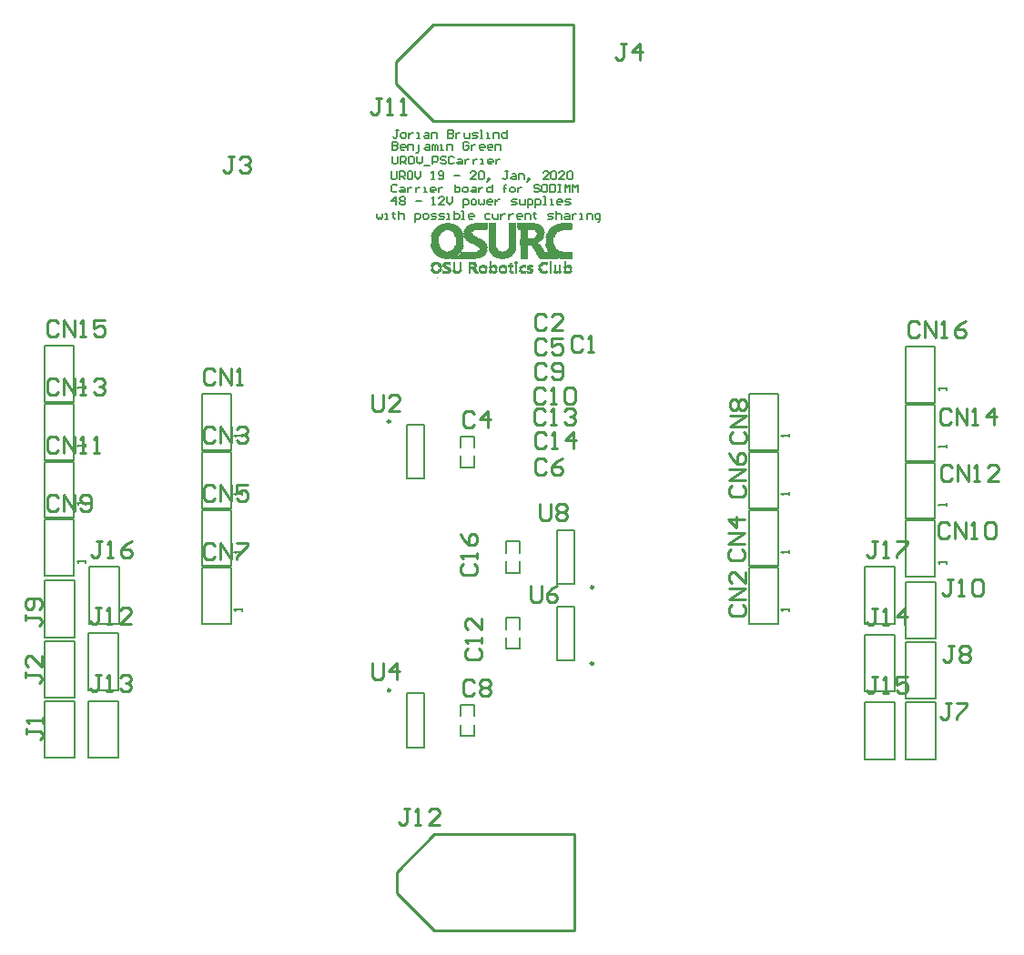
<source format=gto>
G04 Layer_Color=15132400*
%FSLAX24Y24*%
%MOIN*%
G70*
G01*
G75*
%ADD14C,0.0100*%
%ADD15C,0.0079*%
%ADD36C,0.0059*%
%ADD41C,0.0098*%
%ADD42C,0.0050*%
%ADD43C,0.0000*%
%ADD44R,0.0060X0.0004*%
%ADD45R,0.0074X0.0004*%
%ADD46R,0.0064X0.0004*%
%ADD47R,0.0057X0.0004*%
%ADD48R,0.0043X0.0004*%
%ADD49R,0.0053X0.0004*%
%ADD50R,0.0060X0.0004*%
%ADD51R,0.0071X0.0004*%
%ADD52R,0.0103X0.0004*%
%ADD53R,0.0120X0.0004*%
%ADD54R,0.0106X0.0004*%
%ADD55R,0.0099X0.0004*%
%ADD56R,0.0074X0.0004*%
%ADD57R,0.0089X0.0004*%
%ADD58R,0.0121X0.0004*%
%ADD59R,0.0071X0.0004*%
%ADD60R,0.0071X0.0004*%
%ADD61R,0.0131X0.0004*%
%ADD62R,0.0152X0.0004*%
%ADD63R,0.0135X0.0004*%
%ADD64R,0.0092X0.0004*%
%ADD65R,0.0106X0.0004*%
%ADD66R,0.0124X0.0004*%
%ADD67R,0.0096X0.0004*%
%ADD68R,0.0103X0.0004*%
%ADD69R,0.0092X0.0004*%
%ADD70R,0.0128X0.0004*%
%ADD71R,0.0149X0.0004*%
%ADD72R,0.0089X0.0004*%
%ADD73R,0.0089X0.0004*%
%ADD74R,0.0149X0.0004*%
%ADD75R,0.0177X0.0004*%
%ADD76R,0.0156X0.0004*%
%ADD77R,0.0092X0.0004*%
%ADD78R,0.0142X0.0004*%
%ADD79R,0.0110X0.0004*%
%ADD80R,0.0142X0.0004*%
%ADD81R,0.0117X0.0004*%
%ADD82R,0.0092X0.0004*%
%ADD83R,0.0145X0.0004*%
%ADD84R,0.0156X0.0004*%
%ADD85R,0.0089X0.0004*%
%ADD86R,0.0110X0.0004*%
%ADD87R,0.0170X0.0004*%
%ADD88R,0.0195X0.0004*%
%ADD89R,0.0106X0.0004*%
%ADD90R,0.0159X0.0004*%
%ADD91R,0.0160X0.0004*%
%ADD92R,0.0124X0.0004*%
%ADD93R,0.0174X0.0004*%
%ADD94R,0.0113X0.0004*%
%ADD95R,0.0184X0.0004*%
%ADD96R,0.0213X0.0004*%
%ADD97R,0.0106X0.0004*%
%ADD98R,0.0174X0.0004*%
%ADD99R,0.0170X0.0004*%
%ADD100R,0.0128X0.0004*%
%ADD101R,0.0170X0.0004*%
%ADD102R,0.0181X0.0004*%
%ADD103R,0.0198X0.0004*%
%ADD104R,0.0223X0.0004*%
%ADD105R,0.0184X0.0004*%
%ADD106R,0.0184X0.0004*%
%ADD107R,0.0131X0.0004*%
%ADD108R,0.0177X0.0004*%
%ADD109R,0.0188X0.0004*%
%ADD110R,0.0223X0.0004*%
%ADD111R,0.0135X0.0004*%
%ADD112R,0.0138X0.0004*%
%ADD113R,0.0234X0.0004*%
%ADD114R,0.0195X0.0004*%
%ADD115R,0.0198X0.0004*%
%ADD116R,0.0191X0.0004*%
%ADD117R,0.0230X0.0004*%
%ADD118R,0.0142X0.0004*%
%ADD119R,0.0241X0.0004*%
%ADD120R,0.0220X0.0004*%
%ADD121R,0.0206X0.0004*%
%ADD122R,0.0237X0.0004*%
%ADD123R,0.0245X0.0004*%
%ADD124R,0.0216X0.0004*%
%ADD125R,0.0163X0.0004*%
%ADD126R,0.0142X0.0004*%
%ADD127R,0.0191X0.0004*%
%ADD128R,0.0202X0.0004*%
%ADD129R,0.0152X0.0004*%
%ADD130R,0.0241X0.0004*%
%ADD131R,0.0248X0.0004*%
%ADD132R,0.0227X0.0004*%
%ADD133R,0.0145X0.0004*%
%ADD134R,0.0195X0.0004*%
%ADD135R,0.0255X0.0004*%
%ADD136R,0.0252X0.0004*%
%ADD137R,0.0230X0.0004*%
%ADD138R,0.0269X0.0004*%
%ADD139R,0.0234X0.0004*%
%ADD140R,0.0209X0.0004*%
%ADD141R,0.0252X0.0004*%
%ADD142R,0.0167X0.0004*%
%ADD143R,0.0262X0.0004*%
%ADD144R,0.0255X0.0004*%
%ADD145R,0.0255X0.0004*%
%ADD146R,0.0237X0.0004*%
%ADD147R,0.0273X0.0004*%
%ADD148R,0.0241X0.0004*%
%ADD149R,0.0202X0.0004*%
%ADD150R,0.0259X0.0004*%
%ADD151R,0.0269X0.0004*%
%ADD152R,0.0259X0.0004*%
%ADD153R,0.0262X0.0004*%
%ADD154R,0.0245X0.0004*%
%ADD155R,0.0276X0.0004*%
%ADD156R,0.0248X0.0004*%
%ADD157R,0.0213X0.0004*%
%ADD158R,0.0174X0.0004*%
%ADD159R,0.0273X0.0004*%
%ADD160R,0.0276X0.0004*%
%ADD161R,0.0266X0.0004*%
%ADD162R,0.0252X0.0004*%
%ADD163R,0.0209X0.0004*%
%ADD164R,0.0269X0.0004*%
%ADD165R,0.0283X0.0004*%
%ADD166R,0.0266X0.0004*%
%ADD167R,0.0103X0.0004*%
%ADD168R,0.0280X0.0004*%
%ADD169R,0.0255X0.0004*%
%ADD170R,0.0152X0.0004*%
%ADD171R,0.0220X0.0004*%
%ADD172R,0.0291X0.0004*%
%ADD173R,0.0284X0.0004*%
%ADD174R,0.0216X0.0004*%
%ADD175R,0.0220X0.0004*%
%ADD176R,0.0298X0.0004*%
%ADD177R,0.0266X0.0004*%
%ADD178R,0.0284X0.0004*%
%ADD179R,0.0216X0.0004*%
%ADD180R,0.0276X0.0004*%
%ADD181R,0.0305X0.0004*%
%ADD182R,0.0283X0.0004*%
%ADD183R,0.0287X0.0004*%
%ADD184R,0.0156X0.0004*%
%ADD185R,0.0220X0.0004*%
%ADD186R,0.0280X0.0004*%
%ADD187R,0.0276X0.0004*%
%ADD188R,0.0312X0.0004*%
%ADD189R,0.0291X0.0004*%
%ADD190R,0.0046X0.0004*%
%ADD191R,0.0096X0.0004*%
%ADD192R,0.0287X0.0004*%
%ADD193R,0.0319X0.0004*%
%ADD194R,0.0294X0.0004*%
%ADD195R,0.0014X0.0004*%
%ADD196R,0.0043X0.0004*%
%ADD197R,0.0036X0.0004*%
%ADD198R,0.0128X0.0004*%
%ADD199R,0.0322X0.0004*%
%ADD200R,0.0085X0.0004*%
%ADD201R,0.0131X0.0004*%
%ADD202R,0.0298X0.0004*%
%ADD203R,0.0113X0.0004*%
%ADD204R,0.0110X0.0004*%
%ADD205R,0.0110X0.0004*%
%ADD206R,0.0103X0.0004*%
%ADD207R,0.0007X0.0004*%
%ADD208R,0.0032X0.0004*%
%ADD209R,0.0025X0.0004*%
%ADD210R,0.0117X0.0004*%
%ADD211R,0.0113X0.0004*%
%ADD212R,0.0326X0.0004*%
%ADD213R,0.0301X0.0004*%
%ADD214R,0.0021X0.0004*%
%ADD215R,0.0018X0.0004*%
%ADD216R,0.0113X0.0004*%
%ADD217R,0.0099X0.0004*%
%ADD218R,0.0014X0.0004*%
%ADD219R,0.0011X0.0004*%
%ADD220R,0.0160X0.0004*%
%ADD221R,0.0067X0.0004*%
%ADD222R,0.0135X0.0004*%
%ADD223R,0.0050X0.0004*%
%ADD224R,0.0007X0.0004*%
%ADD225R,0.0004X0.0004*%
%ADD226R,0.0085X0.0004*%
%ADD227R,0.0039X0.0004*%
%ADD228R,0.0099X0.0004*%
%ADD229R,0.0039X0.0004*%
%ADD230R,0.0035X0.0004*%
%ADD231R,0.0096X0.0004*%
%ADD232R,0.0028X0.0004*%
%ADD233R,0.0021X0.0004*%
%ADD234R,0.0117X0.0004*%
%ADD235R,0.0021X0.0004*%
%ADD236R,0.0096X0.0004*%
%ADD237R,0.0014X0.0004*%
%ADD238R,0.0099X0.0004*%
%ADD239R,0.0120X0.0004*%
%ADD240R,0.0007X0.0004*%
%ADD241R,0.0163X0.0004*%
%ADD242R,0.0167X0.0004*%
%ADD243R,0.0177X0.0004*%
%ADD244R,0.0135X0.0004*%
%ADD245R,0.0174X0.0004*%
%ADD246R,0.0149X0.0004*%
%ADD247R,0.0152X0.0004*%
%ADD248R,0.0227X0.0004*%
%ADD249R,0.0223X0.0004*%
%ADD250R,0.0170X0.0004*%
%ADD251R,0.0188X0.0004*%
%ADD252R,0.0191X0.0004*%
%ADD253R,0.0004X0.0004*%
%ADD254R,0.0011X0.0004*%
%ADD255R,0.0191X0.0004*%
%ADD256R,0.0181X0.0004*%
%ADD257R,0.0117X0.0004*%
%ADD258R,0.0202X0.0004*%
%ADD259R,0.0014X0.0004*%
%ADD260R,0.0121X0.0004*%
%ADD261R,0.0145X0.0004*%
%ADD262R,0.0206X0.0004*%
%ADD263R,0.0050X0.0004*%
%ADD264R,0.0294X0.0004*%
%ADD265R,0.0053X0.0004*%
%ADD266R,0.0291X0.0004*%
%ADD267R,0.0291X0.0004*%
%ADD268R,0.0209X0.0004*%
%ADD269R,0.0199X0.0004*%
%ADD270R,0.0259X0.0004*%
%ADD271R,0.0199X0.0004*%
%ADD272R,0.0202X0.0004*%
%ADD273R,0.0138X0.0004*%
%ADD274R,0.0184X0.0004*%
%ADD275R,0.0227X0.0004*%
%ADD276R,0.0177X0.0004*%
%ADD277R,0.0138X0.0004*%
%ADD278R,0.0167X0.0004*%
%ADD279R,0.0167X0.0004*%
%ADD280R,0.0128X0.0004*%
%ADD281R,0.0085X0.0004*%
%ADD282R,0.0082X0.0004*%
%ADD283R,0.0064X0.0004*%
%ADD284R,0.0078X0.0004*%
%ADD285R,0.0085X0.0004*%
%ADD286R,0.0060X0.0004*%
%ADD287R,0.0004X0.0004*%
%ADD288R,0.0131X0.0004*%
%ADD289R,0.0025X0.0004*%
%ADD290R,0.0035X0.0004*%
%ADD291R,0.0032X0.0004*%
%ADD292R,0.0053X0.0004*%
%ADD293R,0.0323X0.0004*%
%ADD294R,0.0071X0.0004*%
%ADD295R,0.0315X0.0004*%
%ADD296R,0.0057X0.0004*%
%ADD297R,0.0067X0.0004*%
%ADD298R,0.0305X0.0004*%
%ADD299R,0.0298X0.0004*%
%ADD300R,0.0248X0.0004*%
%ADD301R,0.0078X0.0004*%
%ADD302R,0.0234X0.0004*%
%ADD303R,0.0018X0.0004*%
%ADD304R,0.0234X0.0004*%
%ADD305R,0.0227X0.0004*%
%ADD306R,0.0149X0.0004*%
%ADD307R,0.0383X0.0004*%
%ADD308R,0.0886X0.0004*%
%ADD309R,0.0656X0.0004*%
%ADD310R,0.0422X0.0004*%
%ADD311R,0.0900X0.0004*%
%ADD312R,0.0631X0.0004*%
%ADD313R,0.0454X0.0004*%
%ADD314R,0.0907X0.0004*%
%ADD315R,0.0617X0.0004*%
%ADD316R,0.0482X0.0004*%
%ADD317R,0.0914X0.0004*%
%ADD318R,0.0599X0.0004*%
%ADD319R,0.0503X0.0004*%
%ADD320R,0.0305X0.0004*%
%ADD321R,0.0921X0.0004*%
%ADD322R,0.0592X0.0004*%
%ADD323R,0.0521X0.0004*%
%ADD324R,0.0337X0.0004*%
%ADD325R,0.0925X0.0004*%
%ADD326R,0.0354X0.0004*%
%ADD327R,0.0581X0.0004*%
%ADD328R,0.0535X0.0004*%
%ADD329R,0.0369X0.0004*%
%ADD330R,0.0925X0.0004*%
%ADD331R,0.0379X0.0004*%
%ADD332R,0.0571X0.0004*%
%ADD333R,0.0553X0.0004*%
%ADD334R,0.0390X0.0004*%
%ADD335R,0.0932X0.0004*%
%ADD336R,0.0400X0.0004*%
%ADD337R,0.0563X0.0004*%
%ADD338R,0.0411X0.0004*%
%ADD339R,0.0935X0.0004*%
%ADD340R,0.0425X0.0004*%
%ADD341R,0.0556X0.0004*%
%ADD342R,0.0574X0.0004*%
%ADD343R,0.0432X0.0004*%
%ADD344R,0.0939X0.0004*%
%ADD345R,0.0450X0.0004*%
%ADD346R,0.0553X0.0004*%
%ADD347R,0.0585X0.0004*%
%ADD348R,0.0939X0.0004*%
%ADD349R,0.0464X0.0004*%
%ADD350R,0.0546X0.0004*%
%ADD351R,0.0599X0.0004*%
%ADD352R,0.0475X0.0004*%
%ADD353R,0.0943X0.0004*%
%ADD354R,0.0482X0.0004*%
%ADD355R,0.0539X0.0004*%
%ADD356R,0.0610X0.0004*%
%ADD357R,0.0493X0.0004*%
%ADD358R,0.0939X0.0004*%
%ADD359R,0.0500X0.0004*%
%ADD360R,0.0617X0.0004*%
%ADD361R,0.0507X0.0004*%
%ADD362R,0.0946X0.0004*%
%ADD363R,0.0514X0.0004*%
%ADD364R,0.0528X0.0004*%
%ADD365R,0.0624X0.0004*%
%ADD366R,0.0524X0.0004*%
%ADD367R,0.0946X0.0004*%
%ADD368R,0.0634X0.0004*%
%ADD369R,0.0946X0.0004*%
%ADD370R,0.0549X0.0004*%
%ADD371R,0.0641X0.0004*%
%ADD372R,0.0556X0.0004*%
%ADD373R,0.0946X0.0004*%
%ADD374R,0.0560X0.0004*%
%ADD375R,0.0517X0.0004*%
%ADD376R,0.0648X0.0004*%
%ADD377R,0.0950X0.0004*%
%ADD378R,0.0510X0.0004*%
%ADD379R,0.0659X0.0004*%
%ADD380R,0.0950X0.0004*%
%ADD381R,0.0507X0.0004*%
%ADD382R,0.0666X0.0004*%
%ADD383R,0.0673X0.0004*%
%ADD384R,0.0613X0.0004*%
%ADD385R,0.0609X0.0004*%
%ADD386R,0.0500X0.0004*%
%ADD387R,0.0677X0.0004*%
%ADD388R,0.0620X0.0004*%
%ADD389R,0.0624X0.0004*%
%ADD390R,0.0500X0.0004*%
%ADD391R,0.0684X0.0004*%
%ADD392R,0.0634X0.0004*%
%ADD393R,0.0953X0.0004*%
%ADD394R,0.0493X0.0004*%
%ADD395R,0.0691X0.0004*%
%ADD396R,0.0648X0.0004*%
%ADD397R,0.0641X0.0004*%
%ADD398R,0.0698X0.0004*%
%ADD399R,0.0656X0.0004*%
%ADD400R,0.0652X0.0004*%
%ADD401R,0.0489X0.0004*%
%ADD402R,0.0702X0.0004*%
%ADD403R,0.0670X0.0004*%
%ADD404R,0.0953X0.0004*%
%ADD405R,0.0663X0.0004*%
%ADD406R,0.0486X0.0004*%
%ADD407R,0.0709X0.0004*%
%ADD408R,0.0680X0.0004*%
%ADD409R,0.0670X0.0004*%
%ADD410R,0.0485X0.0004*%
%ADD411R,0.0716X0.0004*%
%ADD412R,0.0691X0.0004*%
%ADD413R,0.0478X0.0004*%
%ADD414R,0.0719X0.0004*%
%ADD415R,0.0705X0.0004*%
%ADD416R,0.0691X0.0004*%
%ADD417R,0.0478X0.0004*%
%ADD418R,0.0723X0.0004*%
%ADD419R,0.0712X0.0004*%
%ADD420R,0.0730X0.0004*%
%ADD421R,0.0719X0.0004*%
%ADD422R,0.0475X0.0004*%
%ADD423R,0.0734X0.0004*%
%ADD424R,0.0734X0.0004*%
%ADD425R,0.0471X0.0004*%
%ADD426R,0.0741X0.0004*%
%ADD427R,0.0740X0.0004*%
%ADD428R,0.0723X0.0004*%
%ADD429R,0.0468X0.0004*%
%ADD430R,0.0744X0.0004*%
%ADD431R,0.0748X0.0004*%
%ADD432R,0.0730X0.0004*%
%ADD433R,0.0468X0.0004*%
%ADD434R,0.0758X0.0004*%
%ADD435R,0.0950X0.0004*%
%ADD436R,0.0737X0.0004*%
%ADD437R,0.0464X0.0004*%
%ADD438R,0.0755X0.0004*%
%ADD439R,0.0769X0.0004*%
%ADD440R,0.0461X0.0004*%
%ADD441R,0.0758X0.0004*%
%ADD442R,0.0776X0.0004*%
%ADD443R,0.0751X0.0004*%
%ADD444R,0.0461X0.0004*%
%ADD445R,0.0762X0.0004*%
%ADD446R,0.0787X0.0004*%
%ADD447R,0.0457X0.0004*%
%ADD448R,0.0765X0.0004*%
%ADD449R,0.0797X0.0004*%
%ADD450R,0.0765X0.0004*%
%ADD451R,0.0457X0.0004*%
%ADD452R,0.0769X0.0004*%
%ADD453R,0.0804X0.0004*%
%ADD454R,0.0772X0.0004*%
%ADD455R,0.0454X0.0004*%
%ADD456R,0.0776X0.0004*%
%ADD457R,0.0811X0.0004*%
%ADD458R,0.0780X0.0004*%
%ADD459R,0.0454X0.0004*%
%ADD460R,0.0780X0.0004*%
%ADD461R,0.0818X0.0004*%
%ADD462R,0.0787X0.0004*%
%ADD463R,0.0450X0.0004*%
%ADD464R,0.0783X0.0004*%
%ADD465R,0.0826X0.0004*%
%ADD466R,0.0794X0.0004*%
%ADD467R,0.0787X0.0004*%
%ADD468R,0.0833X0.0004*%
%ADD469R,0.0797X0.0004*%
%ADD470R,0.0790X0.0004*%
%ADD471R,0.0840X0.0004*%
%ADD472R,0.0801X0.0004*%
%ADD473R,0.0446X0.0004*%
%ADD474R,0.0847X0.0004*%
%ADD475R,0.0808X0.0004*%
%ADD476R,0.0447X0.0004*%
%ADD477R,0.0854X0.0004*%
%ADD478R,0.0943X0.0004*%
%ADD479R,0.0815X0.0004*%
%ADD480R,0.0443X0.0004*%
%ADD481R,0.0861X0.0004*%
%ADD482R,0.0822X0.0004*%
%ADD483R,0.0443X0.0004*%
%ADD484R,0.0804X0.0004*%
%ADD485R,0.0868X0.0004*%
%ADD486R,0.0443X0.0004*%
%ADD487R,0.0808X0.0004*%
%ADD488R,0.0875X0.0004*%
%ADD489R,0.0829X0.0004*%
%ADD490R,0.0439X0.0004*%
%ADD491R,0.0812X0.0004*%
%ADD492R,0.0882X0.0004*%
%ADD493R,0.0836X0.0004*%
%ADD494R,0.0815X0.0004*%
%ADD495R,0.0889X0.0004*%
%ADD496R,0.0935X0.0004*%
%ADD497R,0.0840X0.0004*%
%ADD498R,0.0436X0.0004*%
%ADD499R,0.0818X0.0004*%
%ADD500R,0.0897X0.0004*%
%ADD501R,0.0843X0.0004*%
%ADD502R,0.0436X0.0004*%
%ADD503R,0.0822X0.0004*%
%ADD504R,0.0904X0.0004*%
%ADD505R,0.0850X0.0004*%
%ADD506R,0.0822X0.0004*%
%ADD507R,0.0911X0.0004*%
%ADD508R,0.0932X0.0004*%
%ADD509R,0.0854X0.0004*%
%ADD510R,0.0826X0.0004*%
%ADD511R,0.0918X0.0004*%
%ADD512R,0.0932X0.0004*%
%ADD513R,0.0858X0.0004*%
%ADD514R,0.0829X0.0004*%
%ADD515R,0.0918X0.0004*%
%ADD516R,0.0932X0.0004*%
%ADD517R,0.0865X0.0004*%
%ADD518R,0.0432X0.0004*%
%ADD519R,0.0868X0.0004*%
%ADD520R,0.0432X0.0004*%
%ADD521R,0.0836X0.0004*%
%ADD522R,0.0928X0.0004*%
%ADD523R,0.0872X0.0004*%
%ADD524R,0.0429X0.0004*%
%ADD525R,0.0928X0.0004*%
%ADD526R,0.0429X0.0004*%
%ADD527R,0.0882X0.0004*%
%ADD528R,0.0843X0.0004*%
%ADD529R,0.0921X0.0004*%
%ADD530R,0.0886X0.0004*%
%ADD531R,0.0429X0.0004*%
%ADD532R,0.0957X0.0004*%
%ADD533R,0.0889X0.0004*%
%ADD534R,0.0429X0.0004*%
%ADD535R,0.0960X0.0004*%
%ADD536R,0.0408X0.0004*%
%ADD537R,0.0889X0.0004*%
%ADD538R,0.0850X0.0004*%
%ADD539R,0.0967X0.0004*%
%ADD540R,0.0390X0.0004*%
%ADD541R,0.0896X0.0004*%
%ADD542R,0.0974X0.0004*%
%ADD543R,0.0379X0.0004*%
%ADD544R,0.0896X0.0004*%
%ADD545R,0.0974X0.0004*%
%ADD546R,0.0904X0.0004*%
%ADD547R,0.0861X0.0004*%
%ADD548R,0.0982X0.0004*%
%ADD549R,0.0358X0.0004*%
%ADD550R,0.0904X0.0004*%
%ADD551R,0.0425X0.0004*%
%ADD552R,0.0861X0.0004*%
%ADD553R,0.0461X0.0004*%
%ADD554R,0.0351X0.0004*%
%ADD555R,0.0418X0.0004*%
%ADD556R,0.0439X0.0004*%
%ADD557R,0.0347X0.0004*%
%ADD558R,0.0400X0.0004*%
%ADD559R,0.0393X0.0004*%
%ADD560R,0.0312X0.0004*%
%ADD561R,0.0496X0.0004*%
%ADD562R,0.0415X0.0004*%
%ADD563R,0.0340X0.0004*%
%ADD564R,0.0390X0.0004*%
%ADD565R,0.0475X0.0004*%
%ADD566R,0.0407X0.0004*%
%ADD567R,0.0333X0.0004*%
%ADD568R,0.0376X0.0004*%
%ADD569R,0.0408X0.0004*%
%ADD570R,0.0397X0.0004*%
%ADD571R,0.0326X0.0004*%
%ADD572R,0.0372X0.0004*%
%ADD573R,0.0358X0.0004*%
%ADD574R,0.0315X0.0004*%
%ADD575R,0.0400X0.0004*%
%ADD576R,0.0326X0.0004*%
%ADD577R,0.0361X0.0004*%
%ADD578R,0.0354X0.0004*%
%ADD579R,0.0383X0.0004*%
%ADD580R,0.0347X0.0004*%
%ADD581R,0.0379X0.0004*%
%ADD582R,0.0344X0.0004*%
%ADD583R,0.0372X0.0004*%
%ADD584R,0.0344X0.0004*%
%ADD585R,0.0312X0.0004*%
%ADD586R,0.0422X0.0004*%
%ADD587R,0.0337X0.0004*%
%ADD588R,0.0315X0.0004*%
%ADD589R,0.0372X0.0004*%
%ADD590R,0.0365X0.0004*%
%ADD591R,0.0308X0.0004*%
%ADD592R,0.0330X0.0004*%
%ADD593R,0.0369X0.0004*%
%ADD594R,0.0308X0.0004*%
%ADD595R,0.0333X0.0004*%
%ADD596R,0.0404X0.0004*%
%ADD597R,0.0365X0.0004*%
%ADD598R,0.0358X0.0004*%
%ADD599R,0.0305X0.0004*%
%ADD600R,0.0333X0.0004*%
%ADD601R,0.0322X0.0004*%
%ADD602R,0.0397X0.0004*%
%ADD603R,0.0361X0.0004*%
%ADD604R,0.0351X0.0004*%
%ADD605R,0.0326X0.0004*%
%ADD606R,0.0319X0.0004*%
%ADD607R,0.0351X0.0004*%
%ADD608R,0.0301X0.0004*%
%ADD609R,0.0301X0.0004*%
%ADD610R,0.0386X0.0004*%
%ADD611R,0.0354X0.0004*%
%ADD612R,0.0386X0.0004*%
%ADD613R,0.0340X0.0004*%
%ADD614R,0.0340X0.0004*%
%ADD615R,0.0347X0.0004*%
%ADD616R,0.0298X0.0004*%
%ADD617R,0.0308X0.0004*%
%ADD618R,0.0330X0.0004*%
%ADD619R,0.0301X0.0004*%
%ADD620R,0.0365X0.0004*%
%ADD621R,0.0330X0.0004*%
%ADD622R,0.0340X0.0004*%
%ADD623R,0.0354X0.0004*%
%ADD624R,0.0330X0.0004*%
%ADD625R,0.0308X0.0004*%
%ADD626R,0.0315X0.0004*%
%ADD627R,0.0280X0.0004*%
%ADD628R,0.0280X0.0004*%
%ADD629R,0.0323X0.0004*%
%ADD630R,0.0312X0.0004*%
%ADD631R,0.0376X0.0004*%
%ADD632R,0.0347X0.0004*%
%ADD633R,0.0723X0.0004*%
%ADD634R,0.0418X0.0004*%
%ADD635R,0.0716X0.0004*%
%ADD636R,0.0436X0.0004*%
%ADD637R,0.0705X0.0004*%
%ADD638R,0.0447X0.0004*%
%ADD639R,0.0702X0.0004*%
%ADD640R,0.0698X0.0004*%
%ADD641R,0.0695X0.0004*%
%ADD642R,0.0471X0.0004*%
%ADD643R,0.0684X0.0004*%
%ADD644R,0.0680X0.0004*%
%ADD645R,0.0482X0.0004*%
%ADD646R,0.0489X0.0004*%
%ADD647R,0.0673X0.0004*%
%ADD648R,0.0493X0.0004*%
%ADD649R,0.0663X0.0004*%
%ADD650R,0.0659X0.0004*%
%ADD651R,0.0514X0.0004*%
%ADD652R,0.0517X0.0004*%
%ADD653R,0.0521X0.0004*%
%ADD654R,0.0641X0.0004*%
%ADD655R,0.0528X0.0004*%
%ADD656R,0.0535X0.0004*%
%ADD657R,0.0624X0.0004*%
%ADD658R,0.0539X0.0004*%
%ADD659R,0.0617X0.0004*%
%ADD660R,0.0542X0.0004*%
%ADD661R,0.0549X0.0004*%
%ADD662R,0.0645X0.0004*%
%ADD663R,0.0560X0.0004*%
%ADD664R,0.0656X0.0004*%
%ADD665R,0.0563X0.0004*%
%ADD666R,0.0567X0.0004*%
%ADD667R,0.0567X0.0004*%
%ADD668R,0.0574X0.0004*%
%ADD669R,0.0687X0.0004*%
%ADD670R,0.0574X0.0004*%
%ADD671R,0.0695X0.0004*%
%ADD672R,0.0578X0.0004*%
%ADD673R,0.0578X0.0004*%
%ADD674R,0.0581X0.0004*%
%ADD675R,0.0726X0.0004*%
%ADD676R,0.0585X0.0004*%
%ADD677R,0.0585X0.0004*%
%ADD678R,0.0737X0.0004*%
%ADD679R,0.0585X0.0004*%
%ADD680R,0.0755X0.0004*%
%ADD681R,0.0758X0.0004*%
%ADD682R,0.0772X0.0004*%
%ADD683R,0.0783X0.0004*%
%ADD684R,0.0571X0.0004*%
%ADD685R,0.0804X0.0004*%
%ADD686R,0.0546X0.0004*%
%ADD687R,0.0542X0.0004*%
%ADD688R,0.0539X0.0004*%
%ADD689R,0.0528X0.0004*%
%ADD690R,0.0524X0.0004*%
%ADD691R,0.0514X0.0004*%
%ADD692R,0.0333X0.0004*%
%ADD693R,0.0503X0.0004*%
%ADD694R,0.0496X0.0004*%
%ADD695R,0.0436X0.0004*%
%ADD696R,0.0294X0.0004*%
%ADD697R,0.0422X0.0004*%
%ADD698R,0.0415X0.0004*%
%ADD699R,0.0411X0.0004*%
%ADD700R,0.0404X0.0004*%
%ADD701R,0.0372X0.0004*%
%ADD702R,0.0337X0.0004*%
%ADD703R,0.0376X0.0004*%
%ADD704R,0.0393X0.0004*%
%ADD705R,0.0404X0.0004*%
%ADD706R,0.0383X0.0004*%
%ADD707R,0.0411X0.0004*%
%ADD708R,0.0478X0.0004*%
%ADD709R,0.0503X0.0004*%
%ADD710R,0.0982X0.0004*%
%ADD711R,0.0358X0.0004*%
%ADD712R,0.0829X0.0004*%
%ADD713R,0.0971X0.0004*%
%ADD714R,0.0376X0.0004*%
%ADD715R,0.0964X0.0004*%
%ADD716R,0.0960X0.0004*%
%ADD717R,0.0411X0.0004*%
%ADD718R,0.0953X0.0004*%
%ADD719R,0.0439X0.0004*%
%ADD720R,0.0833X0.0004*%
%ADD721R,0.0812X0.0004*%
%ADD722R,0.0964X0.0004*%
%ADD723R,0.0960X0.0004*%
%ADD724R,0.0801X0.0004*%
%ADD725R,0.0918X0.0004*%
%ADD726R,0.0797X0.0004*%
%ADD727R,0.0911X0.0004*%
%ADD728R,0.0957X0.0004*%
%ADD729R,0.0794X0.0004*%
%ADD730R,0.0907X0.0004*%
%ADD731R,0.0819X0.0004*%
%ADD732R,0.0790X0.0004*%
%ADD733R,0.0787X0.0004*%
%ADD734R,0.0953X0.0004*%
%ADD735R,0.0882X0.0004*%
%ADD736R,0.0875X0.0004*%
%ADD737R,0.0773X0.0004*%
%ADD738R,0.0861X0.0004*%
%ADD739R,0.0804X0.0004*%
%ADD740R,0.0847X0.0004*%
%ADD741R,0.0840X0.0004*%
%ADD742R,0.0794X0.0004*%
%ADD743R,0.0935X0.0004*%
%ADD744R,0.0833X0.0004*%
%ADD745R,0.0811X0.0004*%
%ADD746R,0.0928X0.0004*%
%ADD747R,0.0737X0.0004*%
%ADD748R,0.0921X0.0004*%
%ADD749R,0.0730X0.0004*%
%ADD750R,0.0773X0.0004*%
%ADD751R,0.0723X0.0004*%
%ADD752R,0.0765X0.0004*%
%ADD753R,0.0914X0.0004*%
%ADD754R,0.0716X0.0004*%
%ADD755R,0.0709X0.0004*%
%ADD756R,0.0751X0.0004*%
%ADD757R,0.0705X0.0004*%
%ADD758R,0.0904X0.0004*%
%ADD759R,0.0698X0.0004*%
%ADD760R,0.0730X0.0004*%
%ADD761R,0.0900X0.0004*%
%ADD762R,0.0744X0.0004*%
%ADD763R,0.0893X0.0004*%
%ADD764R,0.0680X0.0004*%
%ADD765R,0.0726X0.0004*%
%ADD766R,0.0879X0.0004*%
%ADD767R,0.0666X0.0004*%
%ADD768R,0.0712X0.0004*%
%ADD769R,0.0648X0.0004*%
%ADD770R,0.0641X0.0004*%
%ADD771R,0.0858X0.0004*%
%ADD772R,0.0638X0.0004*%
%ADD773R,0.0599X0.0004*%
%ADD774R,0.0688X0.0004*%
%ADD775R,0.0624X0.0004*%
%ADD776R,0.0680X0.0004*%
%ADD777R,0.0840X0.0004*%
%ADD778R,0.0617X0.0004*%
%ADD779R,0.0673X0.0004*%
%ADD780R,0.0606X0.0004*%
%ADD781R,0.0553X0.0004*%
%ADD782R,0.0666X0.0004*%
%ADD783R,0.0539X0.0004*%
%ADD784R,0.0822X0.0004*%
%ADD785R,0.0592X0.0004*%
%ADD786R,0.0815X0.0004*%
%ADD787R,0.0808X0.0004*%
%ADD788R,0.0797X0.0004*%
%ADD789R,0.0567X0.0004*%
%ADD790R,0.0627X0.0004*%
%ADD791R,0.0790X0.0004*%
%ADD792R,0.0780X0.0004*%
%ADD793R,0.0606X0.0004*%
%ADD794R,0.0595X0.0004*%
%ADD795R,0.0758X0.0004*%
%ADD796R,0.0525X0.0004*%
%ADD797R,0.0581X0.0004*%
%ADD798R,0.0748X0.0004*%
%ADD799R,0.0521X0.0004*%
%ADD800R,0.0687X0.0004*%
%ADD801R,0.0471X0.0004*%
%ADD802R,0.0638X0.0004*%
%ADD803R,0.0595X0.0004*%
D14*
X20157Y40315D02*
Y41102D01*
X21535Y42480D01*
X20157Y40315D02*
X21535Y38937D01*
X26654D01*
Y42480D01*
X21535D02*
X26654D01*
X20197Y10630D02*
Y11417D01*
X21575Y12795D01*
X20197Y10630D02*
X21575Y9252D01*
X26693D01*
Y12795D01*
X21575D02*
X26693D01*
X28602Y41763D02*
X28402D01*
X28502D01*
Y41263D01*
X28402Y41163D01*
X28302D01*
X28202Y41263D01*
X29102Y41163D02*
Y41763D01*
X28802Y41463D01*
X29202D01*
X14219Y37627D02*
X14019D01*
X14119D01*
Y37128D01*
X14019Y37028D01*
X13919D01*
X13819Y37128D01*
X14419Y37527D02*
X14519Y37627D01*
X14719D01*
X14819Y37527D01*
Y37427D01*
X14719Y37327D01*
X14619D01*
X14719D01*
X14819Y37227D01*
Y37128D01*
X14719Y37028D01*
X14519D01*
X14419Y37128D01*
X19612Y39773D02*
X19413D01*
X19512D01*
Y39273D01*
X19413Y39173D01*
X19313D01*
X19213Y39273D01*
X19812Y39173D02*
X20012D01*
X19912D01*
Y39773D01*
X19812Y39673D01*
X20312Y39173D02*
X20512D01*
X20412D01*
Y39773D01*
X20312Y39673D01*
X25646Y26484D02*
X25546Y26584D01*
X25346D01*
X25246Y26484D01*
Y26084D01*
X25346Y25984D01*
X25546D01*
X25646Y26084D01*
X26246Y26584D02*
X26046Y26484D01*
X25846Y26284D01*
Y26084D01*
X25946Y25984D01*
X26146D01*
X26246Y26084D01*
Y26184D01*
X26146Y26284D01*
X25846D01*
X25666Y27449D02*
X25566Y27549D01*
X25366D01*
X25266Y27449D01*
Y27049D01*
X25366Y26949D01*
X25566D01*
X25666Y27049D01*
X25866Y26949D02*
X26065D01*
X25966D01*
Y27549D01*
X25866Y27449D01*
X26665Y26949D02*
Y27549D01*
X26365Y27249D01*
X26765D01*
X25636Y29083D02*
X25536Y29182D01*
X25336D01*
X25236Y29083D01*
Y28683D01*
X25336Y28583D01*
X25536D01*
X25636Y28683D01*
X25836Y28583D02*
X26036D01*
X25936D01*
Y29182D01*
X25836Y29083D01*
X26336D02*
X26436Y29182D01*
X26636D01*
X26736Y29083D01*
Y28683D01*
X26636Y28583D01*
X26436D01*
X26336Y28683D01*
Y29083D01*
X25656Y29978D02*
X25556Y30078D01*
X25356D01*
X25256Y29978D01*
Y29578D01*
X25356Y29478D01*
X25556D01*
X25656Y29578D01*
X25856D02*
X25956Y29478D01*
X26156D01*
X26256Y29578D01*
Y29978D01*
X26156Y30078D01*
X25956D01*
X25856Y29978D01*
Y29878D01*
X25956Y29778D01*
X26256D01*
X25666Y30854D02*
X25566Y30954D01*
X25366D01*
X25266Y30854D01*
Y30454D01*
X25366Y30354D01*
X25566D01*
X25666Y30454D01*
X26265Y30954D02*
X25866D01*
Y30654D01*
X26065Y30754D01*
X26165D01*
X26265Y30654D01*
Y30454D01*
X26165Y30354D01*
X25966D01*
X25866Y30454D01*
X25666Y31779D02*
X25566Y31879D01*
X25366D01*
X25266Y31779D01*
Y31379D01*
X25366Y31280D01*
X25566D01*
X25666Y31379D01*
X26265Y31280D02*
X25866D01*
X26265Y31679D01*
Y31779D01*
X26165Y31879D01*
X25966D01*
X25866Y31779D01*
X26985Y30962D02*
X26885Y31062D01*
X26685D01*
X26585Y30962D01*
Y30563D01*
X26685Y30463D01*
X26885D01*
X26985Y30563D01*
X27184Y30463D02*
X27384D01*
X27284D01*
Y31062D01*
X27184Y30962D01*
X20651Y13740D02*
X20451D01*
X20551D01*
Y13241D01*
X20451Y13141D01*
X20351D01*
X20252Y13241D01*
X20851Y13141D02*
X21051D01*
X20951D01*
Y13740D01*
X20851Y13640D01*
X21751Y13141D02*
X21351D01*
X21751Y13541D01*
Y13640D01*
X21651Y13740D01*
X21451D01*
X21351Y13640D01*
X25433Y24891D02*
Y24391D01*
X25533Y24291D01*
X25733D01*
X25833Y24391D01*
Y24891D01*
X26033Y24791D02*
X26133Y24891D01*
X26333D01*
X26433Y24791D01*
Y24691D01*
X26333Y24591D01*
X26433Y24491D01*
Y24391D01*
X26333Y24291D01*
X26133D01*
X26033Y24391D01*
Y24491D01*
X26133Y24591D01*
X26033Y24691D01*
Y24791D01*
X26133Y24591D02*
X26333D01*
X25079Y21899D02*
Y21399D01*
X25179Y21299D01*
X25379D01*
X25479Y21399D01*
Y21899D01*
X26078D02*
X25878Y21799D01*
X25679Y21599D01*
Y21399D01*
X25779Y21299D01*
X25978D01*
X26078Y21399D01*
Y21499D01*
X25978Y21599D01*
X25679D01*
X19300Y19074D02*
Y18574D01*
X19400Y18474D01*
X19600D01*
X19700Y18574D01*
Y19074D01*
X20200Y18474D02*
Y19074D01*
X19900Y18774D01*
X20300D01*
X19305Y28911D02*
Y28411D01*
X19405Y28311D01*
X19605D01*
X19705Y28411D01*
Y28911D01*
X20305Y28311D02*
X19905D01*
X20305Y28711D01*
Y28811D01*
X20205Y28911D01*
X20005D01*
X19905Y28811D01*
X37788Y23537D02*
X37588D01*
X37688D01*
Y23037D01*
X37588Y22937D01*
X37488D01*
X37388Y23037D01*
X37988Y22937D02*
X38188D01*
X38088D01*
Y23537D01*
X37988Y23437D01*
X38488Y23537D02*
X38888D01*
Y23437D01*
X38488Y23037D01*
Y22937D01*
X9398Y23542D02*
X9198D01*
X9298D01*
Y23042D01*
X9198Y22942D01*
X9098D01*
X8998Y23042D01*
X9598Y22942D02*
X9798D01*
X9698D01*
Y23542D01*
X9598Y23442D01*
X10498Y23542D02*
X10298Y23442D01*
X10098Y23242D01*
Y23042D01*
X10198Y22942D01*
X10398D01*
X10498Y23042D01*
Y23142D01*
X10398Y23242D01*
X10098D01*
X37780Y18582D02*
X37581D01*
X37681D01*
Y18082D01*
X37581Y17982D01*
X37481D01*
X37381Y18082D01*
X37980Y17982D02*
X38180D01*
X38080D01*
Y18582D01*
X37980Y18482D01*
X38880Y18582D02*
X38480D01*
Y18282D01*
X38680Y18382D01*
X38780D01*
X38880Y18282D01*
Y18082D01*
X38780Y17982D01*
X38580D01*
X38480Y18082D01*
X37781Y21058D02*
X37581D01*
X37681D01*
Y20558D01*
X37581Y20458D01*
X37481D01*
X37381Y20558D01*
X37981Y20458D02*
X38181D01*
X38081D01*
Y21058D01*
X37981Y20958D01*
X38781Y20458D02*
Y21058D01*
X38481Y20758D01*
X38881D01*
X9360Y18621D02*
X9161D01*
X9261D01*
Y18121D01*
X9161Y18021D01*
X9061D01*
X8961Y18121D01*
X9560Y18021D02*
X9760D01*
X9660D01*
Y18621D01*
X9560Y18521D01*
X10060D02*
X10160Y18621D01*
X10360D01*
X10460Y18521D01*
Y18421D01*
X10360Y18321D01*
X10260D01*
X10360D01*
X10460Y18221D01*
Y18121D01*
X10360Y18021D01*
X10160D01*
X10060Y18121D01*
X9360Y21092D02*
X9160D01*
X9260D01*
Y20592D01*
X9160Y20492D01*
X9060D01*
X8960Y20592D01*
X9560Y20492D02*
X9760D01*
X9660D01*
Y21092D01*
X9560Y20992D01*
X10460Y20492D02*
X10060D01*
X10460Y20892D01*
Y20992D01*
X10360Y21092D01*
X10160D01*
X10060Y20992D01*
X40557Y22135D02*
X40357D01*
X40457D01*
Y21635D01*
X40357Y21535D01*
X40257D01*
X40157Y21635D01*
X40757Y21535D02*
X40957D01*
X40857D01*
Y22135D01*
X40757Y22035D01*
X41257D02*
X41357Y22135D01*
X41557D01*
X41657Y22035D01*
Y21635D01*
X41557Y21535D01*
X41357D01*
X41257Y21635D01*
Y22035D01*
X6605Y20833D02*
Y20633D01*
Y20733D01*
X7105D01*
X7205Y20633D01*
Y20533D01*
X7105Y20433D01*
Y21033D02*
X7205Y21133D01*
Y21333D01*
X7105Y21433D01*
X6705D01*
X6605Y21333D01*
Y21133D01*
X6705Y21033D01*
X6805D01*
X6905Y21133D01*
Y21433D01*
X40597Y19694D02*
X40397D01*
X40497D01*
Y19194D01*
X40397Y19094D01*
X40297D01*
X40197Y19194D01*
X40797Y19594D02*
X40897Y19694D01*
X41097D01*
X41197Y19594D01*
Y19494D01*
X41097Y19394D01*
X41197Y19294D01*
Y19194D01*
X41097Y19094D01*
X40897D01*
X40797Y19194D01*
Y19294D01*
X40897Y19394D01*
X40797Y19494D01*
Y19594D01*
X40897Y19394D02*
X41097D01*
X40479Y17608D02*
X40279D01*
X40379D01*
Y17108D01*
X40279Y17008D01*
X40179D01*
X40079Y17108D01*
X40679Y17608D02*
X41078D01*
Y17508D01*
X40679Y17108D01*
Y17008D01*
X6605Y18746D02*
Y18546D01*
Y18646D01*
X7105D01*
X7205Y18546D01*
Y18446D01*
X7105Y18346D01*
X7205Y19346D02*
Y18946D01*
X6805Y19346D01*
X6705D01*
X6605Y19246D01*
Y19046D01*
X6705Y18946D01*
X6644Y16660D02*
Y16460D01*
Y16560D01*
X7144D01*
X7244Y16460D01*
Y16360D01*
X7144Y16260D01*
X7244Y16860D02*
Y17060D01*
Y16960D01*
X6644D01*
X6744Y16860D01*
X39318Y31491D02*
X39218Y31591D01*
X39018D01*
X38918Y31491D01*
Y31091D01*
X39018Y30991D01*
X39218D01*
X39318Y31091D01*
X39518Y30991D02*
Y31591D01*
X39918Y30991D01*
Y31591D01*
X40118Y30991D02*
X40318D01*
X40218D01*
Y31591D01*
X40118Y31491D01*
X41018Y31591D02*
X40818Y31491D01*
X40618Y31291D01*
Y31091D01*
X40718Y30991D01*
X40918D01*
X41018Y31091D01*
Y31191D01*
X40918Y31291D01*
X40618D01*
X7782Y31523D02*
X7682Y31623D01*
X7483D01*
X7383Y31523D01*
Y31123D01*
X7483Y31023D01*
X7682D01*
X7782Y31123D01*
X7982Y31023D02*
Y31623D01*
X8382Y31023D01*
Y31623D01*
X8582Y31023D02*
X8782D01*
X8682D01*
Y31623D01*
X8582Y31523D01*
X9482Y31623D02*
X9082D01*
Y31323D01*
X9282Y31423D01*
X9382D01*
X9482Y31323D01*
Y31123D01*
X9382Y31023D01*
X9182D01*
X9082Y31123D01*
X40479Y28295D02*
X40379Y28395D01*
X40179D01*
X40079Y28295D01*
Y27895D01*
X40179Y27795D01*
X40379D01*
X40479Y27895D01*
X40679Y27795D02*
Y28395D01*
X41078Y27795D01*
Y28395D01*
X41278Y27795D02*
X41478D01*
X41378D01*
Y28395D01*
X41278Y28295D01*
X42078Y27795D02*
Y28395D01*
X41778Y28095D01*
X42178D01*
X7780Y29407D02*
X7680Y29507D01*
X7480D01*
X7380Y29407D01*
Y29007D01*
X7480Y28907D01*
X7680D01*
X7780Y29007D01*
X7980Y28907D02*
Y29507D01*
X8380Y28907D01*
Y29507D01*
X8579Y28907D02*
X8779D01*
X8679D01*
Y29507D01*
X8579Y29407D01*
X9079D02*
X9179Y29507D01*
X9379D01*
X9479Y29407D01*
Y29307D01*
X9379Y29207D01*
X9279D01*
X9379D01*
X9479Y29107D01*
Y29007D01*
X9379Y28907D01*
X9179D01*
X9079Y29007D01*
X40518Y26248D02*
X40418Y26348D01*
X40218D01*
X40118Y26248D01*
Y25848D01*
X40218Y25748D01*
X40418D01*
X40518Y25848D01*
X40718Y25748D02*
Y26348D01*
X41118Y25748D01*
Y26348D01*
X41318Y25748D02*
X41518D01*
X41418D01*
Y26348D01*
X41318Y26248D01*
X42217Y25748D02*
X41818D01*
X42217Y26148D01*
Y26248D01*
X42117Y26348D01*
X41918D01*
X41818Y26248D01*
X7782Y27272D02*
X7682Y27372D01*
X7482D01*
X7382Y27272D01*
Y26872D01*
X7482Y26772D01*
X7682D01*
X7782Y26872D01*
X7982Y26772D02*
Y27372D01*
X8382Y26772D01*
Y27372D01*
X8582Y26772D02*
X8782D01*
X8682D01*
Y27372D01*
X8582Y27272D01*
X9082Y26772D02*
X9282D01*
X9182D01*
Y27372D01*
X9082Y27272D01*
X40439Y24122D02*
X40339Y24222D01*
X40139D01*
X40039Y24122D01*
Y23722D01*
X40139Y23622D01*
X40339D01*
X40439Y23722D01*
X40639Y23622D02*
Y24222D01*
X41039Y23622D01*
Y24222D01*
X41239Y23622D02*
X41439D01*
X41339D01*
Y24222D01*
X41239Y24122D01*
X41739D02*
X41839Y24222D01*
X42039D01*
X42139Y24122D01*
Y23722D01*
X42039Y23622D01*
X41839D01*
X41739Y23722D01*
Y24122D01*
X7784Y25150D02*
X7684Y25250D01*
X7484D01*
X7384Y25150D01*
Y24750D01*
X7484Y24650D01*
X7684D01*
X7784Y24750D01*
X7984Y24650D02*
Y25250D01*
X8384Y24650D01*
Y25250D01*
X8583Y24750D02*
X8683Y24650D01*
X8883D01*
X8983Y24750D01*
Y25150D01*
X8883Y25250D01*
X8683D01*
X8583Y25150D01*
Y25050D01*
X8683Y24950D01*
X8983D01*
X32492Y27526D02*
X32392Y27426D01*
Y27226D01*
X32492Y27126D01*
X32892D01*
X32992Y27226D01*
Y27426D01*
X32892Y27526D01*
X32992Y27726D02*
X32392D01*
X32992Y28126D01*
X32392D01*
X32492Y28326D02*
X32392Y28426D01*
Y28626D01*
X32492Y28725D01*
X32592D01*
X32692Y28626D01*
X32792Y28725D01*
X32892D01*
X32992Y28626D01*
Y28426D01*
X32892Y28326D01*
X32792D01*
X32692Y28426D01*
X32592Y28326D01*
X32492D01*
X32692Y28426D02*
Y28626D01*
X13523Y23383D02*
X13423Y23482D01*
X13223D01*
X13123Y23383D01*
Y22983D01*
X13223Y22883D01*
X13423D01*
X13523Y22983D01*
X13723Y22883D02*
Y23482D01*
X14123Y22883D01*
Y23482D01*
X14323D02*
X14723D01*
Y23383D01*
X14323Y22983D01*
Y22883D01*
X32453Y25557D02*
X32353Y25457D01*
Y25257D01*
X32453Y25157D01*
X32853D01*
X32953Y25257D01*
Y25457D01*
X32853Y25557D01*
X32953Y25757D02*
X32353D01*
X32953Y26157D01*
X32353D01*
Y26757D02*
X32453Y26557D01*
X32653Y26357D01*
X32853D01*
X32953Y26457D01*
Y26657D01*
X32853Y26757D01*
X32753D01*
X32653Y26657D01*
Y26357D01*
X13530Y25506D02*
X13430Y25606D01*
X13230D01*
X13130Y25506D01*
Y25106D01*
X13230Y25006D01*
X13430D01*
X13530Y25106D01*
X13730Y25006D02*
Y25606D01*
X14130Y25006D01*
Y25606D01*
X14729D02*
X14330D01*
Y25306D01*
X14529Y25406D01*
X14629D01*
X14729Y25306D01*
Y25106D01*
X14629Y25006D01*
X14430D01*
X14330Y25106D01*
X32414Y23235D02*
X32314Y23135D01*
Y22935D01*
X32414Y22835D01*
X32813D01*
X32913Y22935D01*
Y23135D01*
X32813Y23235D01*
X32913Y23434D02*
X32314D01*
X32913Y23834D01*
X32314D01*
X32913Y24334D02*
X32314D01*
X32613Y24034D01*
Y24434D01*
X13526Y27632D02*
X13426Y27732D01*
X13226D01*
X13126Y27632D01*
Y27232D01*
X13226Y27132D01*
X13426D01*
X13526Y27232D01*
X13726Y27132D02*
Y27732D01*
X14126Y27132D01*
Y27732D01*
X14326Y27632D02*
X14426Y27732D01*
X14626D01*
X14726Y27632D01*
Y27532D01*
X14626Y27432D01*
X14526D01*
X14626D01*
X14726Y27332D01*
Y27232D01*
X14626Y27132D01*
X14426D01*
X14326Y27232D01*
X32453Y21187D02*
X32353Y21087D01*
Y20887D01*
X32453Y20787D01*
X32853D01*
X32953Y20887D01*
Y21087D01*
X32853Y21187D01*
X32953Y21387D02*
X32353D01*
X32953Y21787D01*
X32353D01*
X32953Y22387D02*
Y21987D01*
X32553Y22387D01*
X32453D01*
X32353Y22287D01*
Y22087D01*
X32453Y21987D01*
X13530Y29760D02*
X13430Y29860D01*
X13230D01*
X13130Y29760D01*
Y29360D01*
X13230Y29260D01*
X13430D01*
X13530Y29360D01*
X13730Y29260D02*
Y29860D01*
X14130Y29260D01*
Y29860D01*
X14330Y29260D02*
X14530D01*
X14430D01*
Y29860D01*
X14330Y29760D01*
X22630Y22703D02*
X22530Y22603D01*
Y22403D01*
X22630Y22303D01*
X23030D01*
X23130Y22403D01*
Y22603D01*
X23030Y22703D01*
X23130Y22903D02*
Y23103D01*
Y23003D01*
X22530D01*
X22630Y22903D01*
X22530Y23803D02*
X22630Y23603D01*
X22830Y23403D01*
X23030D01*
X23130Y23503D01*
Y23703D01*
X23030Y23803D01*
X22930D01*
X22830Y23703D01*
Y23403D01*
X25636Y28305D02*
X25536Y28405D01*
X25336D01*
X25236Y28305D01*
Y27905D01*
X25336Y27805D01*
X25536D01*
X25636Y27905D01*
X25836Y27805D02*
X26036D01*
X25936D01*
Y28405D01*
X25836Y28305D01*
X26336D02*
X26436Y28405D01*
X26636D01*
X26736Y28305D01*
Y28205D01*
X26636Y28105D01*
X26536D01*
X26636D01*
X26736Y28005D01*
Y27905D01*
X26636Y27805D01*
X26436D01*
X26336Y27905D01*
X22797Y19593D02*
X22697Y19493D01*
Y19293D01*
X22797Y19193D01*
X23197D01*
X23297Y19293D01*
Y19493D01*
X23197Y19593D01*
X23297Y19793D02*
Y19993D01*
Y19893D01*
X22697D01*
X22797Y19793D01*
X23297Y20692D02*
Y20293D01*
X22897Y20692D01*
X22797D01*
X22697Y20592D01*
Y20393D01*
X22797Y20293D01*
X23022Y18361D02*
X22922Y18461D01*
X22722D01*
X22623Y18361D01*
Y17961D01*
X22722Y17861D01*
X22922D01*
X23022Y17961D01*
X23222Y18361D02*
X23322Y18461D01*
X23522D01*
X23622Y18361D01*
Y18261D01*
X23522Y18161D01*
X23622Y18061D01*
Y17961D01*
X23522Y17861D01*
X23322D01*
X23222Y17961D01*
Y18061D01*
X23322Y18161D01*
X23222Y18261D01*
Y18361D01*
X23322Y18161D02*
X23522D01*
X23022Y28201D02*
X22922Y28301D01*
X22722D01*
X22622Y28201D01*
Y27802D01*
X22722Y27702D01*
X22922D01*
X23022Y27802D01*
X23522Y27702D02*
Y28301D01*
X23222Y28001D01*
X23622D01*
D15*
X37323Y17638D02*
X38425D01*
Y15551D02*
Y17638D01*
X37323Y15551D02*
X38425D01*
X37323D02*
Y17638D01*
Y20118D02*
X38425D01*
Y18032D02*
Y20118D01*
X37323Y18032D02*
X38425D01*
X37323D02*
Y20118D01*
X8898Y17677D02*
X10000D01*
Y15591D02*
Y17677D01*
X8898Y15591D02*
X10000D01*
X8898D02*
Y17677D01*
Y20157D02*
X10000D01*
Y18071D02*
Y20157D01*
X8898Y18071D02*
X10000D01*
X8898D02*
Y20157D01*
X37323Y20512D02*
X38425D01*
X37323D02*
Y22598D01*
X38425D01*
Y20512D02*
Y22598D01*
X8937Y20512D02*
X10039D01*
X8937D02*
Y22598D01*
X10039D01*
Y20512D02*
Y22598D01*
X20551Y25827D02*
Y27795D01*
X21181Y25827D02*
Y27795D01*
X20551D02*
X21181D01*
X20551Y25827D02*
X21181D01*
X20551Y15984D02*
Y17953D01*
X21181Y15984D02*
Y17953D01*
X20551D02*
X21181D01*
X20551Y15984D02*
X21181D01*
X7283Y17795D02*
X8386D01*
X7283D02*
Y19882D01*
X8386D01*
Y17795D02*
Y19882D01*
X7283Y15591D02*
X8386D01*
X7283D02*
Y17677D01*
X8386D01*
Y15591D02*
Y17677D01*
X7283Y20000D02*
X8386D01*
X7283D02*
Y22087D01*
X8386D01*
Y20000D02*
Y22087D01*
X38819Y19961D02*
X39921D01*
X38819D02*
Y22047D01*
X39921D01*
Y19961D02*
Y22047D01*
X38819Y17756D02*
X39921D01*
X38819D02*
Y19843D01*
X39921D01*
Y17756D02*
Y19843D01*
X38819Y15551D02*
X39921D01*
X38819D02*
Y17638D01*
X39921D01*
Y15551D02*
Y17638D01*
X26693Y19173D02*
Y21142D01*
X26063Y19173D02*
Y21142D01*
Y19173D02*
X26693D01*
X26063Y21142D02*
X26693D01*
Y21969D02*
Y23937D01*
X26063Y21969D02*
Y23937D01*
Y21969D02*
X26693D01*
X26063Y23937D02*
X26693D01*
D36*
X20157Y35866D02*
Y36161D01*
X20010Y36014D01*
X20207D01*
X20305Y36112D02*
X20354Y36161D01*
X20453D01*
X20502Y36112D01*
Y36063D01*
X20453Y36014D01*
X20502Y35965D01*
Y35915D01*
X20453Y35866D01*
X20354D01*
X20305Y35915D01*
Y35965D01*
X20354Y36014D01*
X20305Y36063D01*
Y36112D01*
X20354Y36014D02*
X20453D01*
X20895D02*
X21092D01*
X21486Y35866D02*
X21584D01*
X21535D01*
Y36161D01*
X21486Y36112D01*
X21929Y35866D02*
X21732D01*
X21929Y36063D01*
Y36112D01*
X21879Y36161D01*
X21781D01*
X21732Y36112D01*
X22027Y36161D02*
Y35965D01*
X22125Y35866D01*
X22224Y35965D01*
Y36161D01*
X22617Y35768D02*
Y36063D01*
X22765D01*
X22814Y36014D01*
Y35915D01*
X22765Y35866D01*
X22617D01*
X22962D02*
X23060D01*
X23109Y35915D01*
Y36014D01*
X23060Y36063D01*
X22962D01*
X22912Y36014D01*
Y35915D01*
X22962Y35866D01*
X23208Y36063D02*
Y35915D01*
X23257Y35866D01*
X23306Y35915D01*
X23355Y35866D01*
X23404Y35915D01*
Y36063D01*
X23650Y35866D02*
X23552D01*
X23503Y35915D01*
Y36014D01*
X23552Y36063D01*
X23650D01*
X23700Y36014D01*
Y35965D01*
X23503D01*
X23798Y36063D02*
Y35866D01*
Y35965D01*
X23847Y36014D01*
X23896Y36063D01*
X23946D01*
X24388Y35866D02*
X24536D01*
X24585Y35915D01*
X24536Y35965D01*
X24438D01*
X24388Y36014D01*
X24438Y36063D01*
X24585D01*
X24684D02*
Y35915D01*
X24733Y35866D01*
X24880D01*
Y36063D01*
X24979Y35768D02*
Y36063D01*
X25126D01*
X25176Y36014D01*
Y35915D01*
X25126Y35866D01*
X24979D01*
X25274Y35768D02*
Y36063D01*
X25421D01*
X25471Y36014D01*
Y35915D01*
X25421Y35866D01*
X25274D01*
X25569D02*
X25667D01*
X25618D01*
Y36161D01*
X25569D01*
X25815Y35866D02*
X25913D01*
X25864D01*
Y36063D01*
X25815D01*
X26209Y35866D02*
X26110D01*
X26061Y35915D01*
Y36014D01*
X26110Y36063D01*
X26209D01*
X26258Y36014D01*
Y35965D01*
X26061D01*
X26356Y35866D02*
X26504D01*
X26553Y35915D01*
X26504Y35965D01*
X26405D01*
X26356Y36014D01*
X26405Y36063D01*
X26553D01*
X20197Y36565D02*
X20148Y36614D01*
X20049D01*
X20000Y36565D01*
Y36368D01*
X20049Y36319D01*
X20148D01*
X20197Y36368D01*
X20344Y36516D02*
X20443D01*
X20492Y36466D01*
Y36319D01*
X20344D01*
X20295Y36368D01*
X20344Y36417D01*
X20492D01*
X20590Y36516D02*
Y36319D01*
Y36417D01*
X20640Y36466D01*
X20689Y36516D01*
X20738D01*
X20886D02*
Y36319D01*
Y36417D01*
X20935Y36466D01*
X20984Y36516D01*
X21033D01*
X21181Y36319D02*
X21279D01*
X21230D01*
Y36516D01*
X21181D01*
X21574Y36319D02*
X21476D01*
X21427Y36368D01*
Y36466D01*
X21476Y36516D01*
X21574D01*
X21623Y36466D01*
Y36417D01*
X21427D01*
X21722Y36516D02*
Y36319D01*
Y36417D01*
X21771Y36466D01*
X21820Y36516D01*
X21869D01*
X22312Y36614D02*
Y36319D01*
X22460D01*
X22509Y36368D01*
Y36417D01*
Y36466D01*
X22460Y36516D01*
X22312D01*
X22657Y36319D02*
X22755D01*
X22804Y36368D01*
Y36466D01*
X22755Y36516D01*
X22657D01*
X22607Y36466D01*
Y36368D01*
X22657Y36319D01*
X22952Y36516D02*
X23050D01*
X23099Y36466D01*
Y36319D01*
X22952D01*
X22903Y36368D01*
X22952Y36417D01*
X23099D01*
X23198Y36516D02*
Y36319D01*
Y36417D01*
X23247Y36466D01*
X23296Y36516D01*
X23345D01*
X23690Y36614D02*
Y36319D01*
X23542D01*
X23493Y36368D01*
Y36466D01*
X23542Y36516D01*
X23690D01*
X24133Y36319D02*
Y36565D01*
Y36466D01*
X24083D01*
X24182D01*
X24133D01*
Y36565D01*
X24182Y36614D01*
X24379Y36319D02*
X24477D01*
X24526Y36368D01*
Y36466D01*
X24477Y36516D01*
X24379D01*
X24329Y36466D01*
Y36368D01*
X24379Y36319D01*
X24625Y36516D02*
Y36319D01*
Y36417D01*
X24674Y36466D01*
X24723Y36516D01*
X24772D01*
X25412Y36565D02*
X25362Y36614D01*
X25264D01*
X25215Y36565D01*
Y36516D01*
X25264Y36466D01*
X25362D01*
X25412Y36417D01*
Y36368D01*
X25362Y36319D01*
X25264D01*
X25215Y36368D01*
X25658Y36614D02*
X25559D01*
X25510Y36565D01*
Y36368D01*
X25559Y36319D01*
X25658D01*
X25707Y36368D01*
Y36565D01*
X25658Y36614D01*
X25805D02*
Y36319D01*
X25953D01*
X26002Y36368D01*
Y36565D01*
X25953Y36614D01*
X25805D01*
X26100D02*
X26199D01*
X26150D01*
Y36319D01*
X26100D01*
X26199D01*
X26346D02*
Y36614D01*
X26445Y36516D01*
X26543Y36614D01*
Y36319D01*
X26642D02*
Y36614D01*
X26740Y36516D01*
X26838Y36614D01*
Y36319D01*
X19990Y37087D02*
Y36841D01*
X20039Y36791D01*
X20138D01*
X20187Y36841D01*
Y37087D01*
X20285Y36791D02*
Y37087D01*
X20433D01*
X20482Y37037D01*
Y36939D01*
X20433Y36890D01*
X20285D01*
X20384D02*
X20482Y36791D01*
X20728Y37087D02*
X20630D01*
X20581Y37037D01*
Y36841D01*
X20630Y36791D01*
X20728D01*
X20777Y36841D01*
Y37037D01*
X20728Y37087D01*
X20876D02*
Y36890D01*
X20974Y36791D01*
X21072Y36890D01*
Y37087D01*
X21466Y36791D02*
X21564D01*
X21515D01*
Y37087D01*
X21466Y37037D01*
X21712Y36841D02*
X21761Y36791D01*
X21860D01*
X21909Y36841D01*
Y37037D01*
X21860Y37087D01*
X21761D01*
X21712Y37037D01*
Y36988D01*
X21761Y36939D01*
X21909D01*
X22302D02*
X22499D01*
X23090Y36791D02*
X22893D01*
X23090Y36988D01*
Y37037D01*
X23040Y37087D01*
X22942D01*
X22893Y37037D01*
X23188D02*
X23237Y37087D01*
X23336D01*
X23385Y37037D01*
Y36841D01*
X23336Y36791D01*
X23237D01*
X23188Y36841D01*
Y37037D01*
X23532Y36742D02*
X23582Y36791D01*
Y36841D01*
X23532D01*
Y36791D01*
X23582D01*
X23532Y36742D01*
X23483Y36693D01*
X24270Y37087D02*
X24172D01*
X24221D01*
Y36841D01*
X24172Y36791D01*
X24123D01*
X24073Y36841D01*
X24418Y36988D02*
X24516D01*
X24565Y36939D01*
Y36791D01*
X24418D01*
X24369Y36841D01*
X24418Y36890D01*
X24565D01*
X24664Y36791D02*
Y36988D01*
X24811D01*
X24861Y36939D01*
Y36791D01*
X25008Y36742D02*
X25057Y36791D01*
Y36841D01*
X25008D01*
Y36791D01*
X25057D01*
X25008Y36742D01*
X24959Y36693D01*
X25746Y36791D02*
X25549D01*
X25746Y36988D01*
Y37037D01*
X25697Y37087D01*
X25599D01*
X25549Y37037D01*
X25845D02*
X25894Y37087D01*
X25992D01*
X26041Y37037D01*
Y36841D01*
X25992Y36791D01*
X25894D01*
X25845Y36841D01*
Y37037D01*
X26337Y36791D02*
X26140D01*
X26337Y36988D01*
Y37037D01*
X26287Y37087D01*
X26189D01*
X26140Y37037D01*
X26435D02*
X26484Y37087D01*
X26583D01*
X26632Y37037D01*
Y36841D01*
X26583Y36791D01*
X26484D01*
X26435Y36841D01*
Y37037D01*
X20030Y37648D02*
Y37402D01*
X20079Y37352D01*
X20177D01*
X20226Y37402D01*
Y37648D01*
X20325Y37352D02*
Y37648D01*
X20472D01*
X20522Y37598D01*
Y37500D01*
X20472Y37451D01*
X20325D01*
X20423D02*
X20522Y37352D01*
X20767Y37648D02*
X20669D01*
X20620Y37598D01*
Y37402D01*
X20669Y37352D01*
X20767D01*
X20817Y37402D01*
Y37598D01*
X20767Y37648D01*
X20915D02*
Y37451D01*
X21013Y37352D01*
X21112Y37451D01*
Y37648D01*
X21210Y37303D02*
X21407D01*
X21505Y37352D02*
Y37648D01*
X21653D01*
X21702Y37598D01*
Y37500D01*
X21653Y37451D01*
X21505D01*
X21997Y37598D02*
X21948Y37648D01*
X21850D01*
X21801Y37598D01*
Y37549D01*
X21850Y37500D01*
X21948D01*
X21997Y37451D01*
Y37402D01*
X21948Y37352D01*
X21850D01*
X21801Y37402D01*
X22293Y37598D02*
X22243Y37648D01*
X22145D01*
X22096Y37598D01*
Y37402D01*
X22145Y37352D01*
X22243D01*
X22293Y37402D01*
X22440Y37549D02*
X22539D01*
X22588Y37500D01*
Y37352D01*
X22440D01*
X22391Y37402D01*
X22440Y37451D01*
X22588D01*
X22686Y37549D02*
Y37352D01*
Y37451D01*
X22735Y37500D01*
X22785Y37549D01*
X22834D01*
X22981D02*
Y37352D01*
Y37451D01*
X23031Y37500D01*
X23080Y37549D01*
X23129D01*
X23277Y37352D02*
X23375D01*
X23326D01*
Y37549D01*
X23277D01*
X23670Y37352D02*
X23572D01*
X23523Y37402D01*
Y37500D01*
X23572Y37549D01*
X23670D01*
X23719Y37500D01*
Y37451D01*
X23523D01*
X23818Y37549D02*
Y37352D01*
Y37451D01*
X23867Y37500D01*
X23916Y37549D01*
X23965D01*
X20246Y38602D02*
X20148D01*
X20197D01*
Y38356D01*
X20148Y38307D01*
X20098D01*
X20049Y38356D01*
X20394Y38307D02*
X20492D01*
X20541Y38356D01*
Y38455D01*
X20492Y38504D01*
X20394D01*
X20344Y38455D01*
Y38356D01*
X20394Y38307D01*
X20640Y38504D02*
Y38307D01*
Y38405D01*
X20689Y38455D01*
X20738Y38504D01*
X20787D01*
X20935Y38307D02*
X21033D01*
X20984D01*
Y38504D01*
X20935D01*
X21230D02*
X21328D01*
X21378Y38455D01*
Y38307D01*
X21230D01*
X21181Y38356D01*
X21230Y38405D01*
X21378D01*
X21476Y38307D02*
Y38504D01*
X21624D01*
X21673Y38455D01*
Y38307D01*
X22066Y38602D02*
Y38307D01*
X22214D01*
X22263Y38356D01*
Y38405D01*
X22214Y38455D01*
X22066D01*
X22214D01*
X22263Y38504D01*
Y38553D01*
X22214Y38602D01*
X22066D01*
X22361Y38504D02*
Y38307D01*
Y38405D01*
X22411Y38455D01*
X22460Y38504D01*
X22509D01*
X22657D02*
Y38356D01*
X22706Y38307D01*
X22853D01*
Y38504D01*
X22952Y38307D02*
X23099D01*
X23149Y38356D01*
X23099Y38405D01*
X23001D01*
X22952Y38455D01*
X23001Y38504D01*
X23149D01*
X23247Y38307D02*
X23345D01*
X23296D01*
Y38602D01*
X23247D01*
X23493Y38307D02*
X23591D01*
X23542D01*
Y38504D01*
X23493D01*
X23739Y38307D02*
Y38504D01*
X23887D01*
X23936Y38455D01*
Y38307D01*
X24231Y38602D02*
Y38307D01*
X24083D01*
X24034Y38356D01*
Y38455D01*
X24083Y38504D01*
X24231D01*
X20020Y38179D02*
Y37884D01*
X20167D01*
X20216Y37933D01*
Y37982D01*
X20167Y38031D01*
X20020D01*
X20167D01*
X20216Y38081D01*
Y38130D01*
X20167Y38179D01*
X20020D01*
X20462Y37884D02*
X20364D01*
X20315Y37933D01*
Y38031D01*
X20364Y38081D01*
X20462D01*
X20512Y38031D01*
Y37982D01*
X20315D01*
X20610Y37884D02*
Y38081D01*
X20758D01*
X20807Y38031D01*
Y37884D01*
X20905Y37785D02*
X20954D01*
X21004Y37835D01*
Y38081D01*
X21250D02*
X21348D01*
X21397Y38031D01*
Y37884D01*
X21250D01*
X21200Y37933D01*
X21250Y37982D01*
X21397D01*
X21496Y37884D02*
Y38081D01*
X21545D01*
X21594Y38031D01*
Y37884D01*
Y38031D01*
X21643Y38081D01*
X21692Y38031D01*
Y37884D01*
X21791D02*
X21889D01*
X21840D01*
Y38081D01*
X21791D01*
X22037Y37884D02*
Y38081D01*
X22184D01*
X22234Y38031D01*
Y37884D01*
X22824Y38130D02*
X22775Y38179D01*
X22676D01*
X22627Y38130D01*
Y37933D01*
X22676Y37884D01*
X22775D01*
X22824Y37933D01*
Y38031D01*
X22726D01*
X22922Y38081D02*
Y37884D01*
Y37982D01*
X22971Y38031D01*
X23021Y38081D01*
X23070D01*
X23365Y37884D02*
X23267D01*
X23217Y37933D01*
Y38031D01*
X23267Y38081D01*
X23365D01*
X23414Y38031D01*
Y37982D01*
X23217D01*
X23660Y37884D02*
X23562D01*
X23513Y37933D01*
Y38031D01*
X23562Y38081D01*
X23660D01*
X23709Y38031D01*
Y37982D01*
X23513D01*
X23808Y37884D02*
Y38081D01*
X23955D01*
X24005Y38031D01*
Y37884D01*
X19478Y35541D02*
Y35394D01*
X19528Y35344D01*
X19577Y35394D01*
X19626Y35344D01*
X19675Y35394D01*
Y35541D01*
X19774Y35344D02*
X19872D01*
X19823D01*
Y35541D01*
X19774D01*
X20069Y35590D02*
Y35541D01*
X20020D01*
X20118D01*
X20069D01*
Y35394D01*
X20118Y35344D01*
X20266Y35640D02*
Y35344D01*
Y35492D01*
X20315Y35541D01*
X20413D01*
X20462Y35492D01*
Y35344D01*
X20856Y35246D02*
Y35541D01*
X21003D01*
X21053Y35492D01*
Y35394D01*
X21003Y35344D01*
X20856D01*
X21200D02*
X21299D01*
X21348Y35394D01*
Y35492D01*
X21299Y35541D01*
X21200D01*
X21151Y35492D01*
Y35394D01*
X21200Y35344D01*
X21446D02*
X21594D01*
X21643Y35394D01*
X21594Y35443D01*
X21495D01*
X21446Y35492D01*
X21495Y35541D01*
X21643D01*
X21741Y35344D02*
X21889D01*
X21938Y35394D01*
X21889Y35443D01*
X21791D01*
X21741Y35492D01*
X21791Y35541D01*
X21938D01*
X22037Y35344D02*
X22135D01*
X22086D01*
Y35541D01*
X22037D01*
X22283Y35640D02*
Y35344D01*
X22430D01*
X22479Y35394D01*
Y35443D01*
Y35492D01*
X22430Y35541D01*
X22283D01*
X22578Y35344D02*
X22676D01*
X22627D01*
Y35640D01*
X22578D01*
X22971Y35344D02*
X22873D01*
X22824Y35394D01*
Y35492D01*
X22873Y35541D01*
X22971D01*
X23021Y35492D01*
Y35443D01*
X22824D01*
X23611Y35541D02*
X23463D01*
X23414Y35492D01*
Y35394D01*
X23463Y35344D01*
X23611D01*
X23709Y35541D02*
Y35394D01*
X23758Y35344D01*
X23906D01*
Y35541D01*
X24004D02*
Y35344D01*
Y35443D01*
X24054Y35492D01*
X24103Y35541D01*
X24152D01*
X24300D02*
Y35344D01*
Y35443D01*
X24349Y35492D01*
X24398Y35541D01*
X24447D01*
X24742Y35344D02*
X24644D01*
X24595Y35394D01*
Y35492D01*
X24644Y35541D01*
X24742D01*
X24792Y35492D01*
Y35443D01*
X24595D01*
X24890Y35344D02*
Y35541D01*
X25038D01*
X25087Y35492D01*
Y35344D01*
X25234Y35590D02*
Y35541D01*
X25185D01*
X25284D01*
X25234D01*
Y35394D01*
X25284Y35344D01*
X25726D02*
X25874D01*
X25923Y35394D01*
X25874Y35443D01*
X25776D01*
X25726Y35492D01*
X25776Y35541D01*
X25923D01*
X26022Y35640D02*
Y35344D01*
Y35492D01*
X26071Y35541D01*
X26169D01*
X26218Y35492D01*
Y35344D01*
X26366Y35541D02*
X26464D01*
X26513Y35492D01*
Y35344D01*
X26366D01*
X26317Y35394D01*
X26366Y35443D01*
X26513D01*
X26612Y35541D02*
Y35344D01*
Y35443D01*
X26661Y35492D01*
X26710Y35541D01*
X26759D01*
X26907Y35344D02*
X27005D01*
X26956D01*
Y35541D01*
X26907D01*
X27153Y35344D02*
Y35541D01*
X27301D01*
X27350Y35492D01*
Y35344D01*
X27547Y35246D02*
X27596D01*
X27645Y35295D01*
Y35541D01*
X27497D01*
X27448Y35492D01*
Y35394D01*
X27497Y35344D01*
X27645D01*
D41*
X19951Y27915D02*
G03*
X19951Y27915I-49J0D01*
G01*
Y18073D02*
G03*
X19951Y18073I-49J0D01*
G01*
X27392Y19053D02*
G03*
X27392Y19053I-49J0D01*
G01*
Y21848D02*
G03*
X27392Y21848I-49J0D01*
G01*
D42*
X7305Y22265D02*
Y24325D01*
Y22265D02*
X8365D01*
Y24325D01*
X7305D02*
X8365D01*
X7305Y24391D02*
Y26451D01*
Y24391D02*
X8365D01*
Y26451D01*
X7305D02*
X8365D01*
X7305Y26517D02*
Y28577D01*
Y26517D02*
X8365D01*
Y28577D01*
X7305D02*
X8365D01*
X38840Y28604D02*
Y30664D01*
Y28604D02*
X39900D01*
Y30664D01*
X38840D02*
X39900D01*
X7305Y28643D02*
Y30703D01*
Y28643D02*
X8365D01*
Y30703D01*
X7305D02*
X8365D01*
X22545Y26241D02*
Y26661D01*
Y26961D02*
Y27381D01*
X23045D01*
Y26961D02*
Y27381D01*
Y26241D02*
Y26661D01*
X22545Y26241D02*
X23045D01*
X22545Y16399D02*
Y16818D01*
Y17119D02*
Y17538D01*
X23045D01*
Y17119D02*
Y17538D01*
Y16399D02*
Y16818D01*
X22545Y16399D02*
X23045D01*
X13053Y26872D02*
Y28932D01*
Y26872D02*
X14113D01*
Y28932D01*
X13053D02*
X14113D01*
X13053Y24746D02*
Y26806D01*
Y24746D02*
X14113D01*
Y26806D01*
X13053D02*
X14113D01*
X13053Y22620D02*
Y24680D01*
Y22620D02*
X14113D01*
Y24680D01*
X13053D02*
X14113D01*
X13053Y20494D02*
Y22554D01*
Y20494D02*
X14113D01*
Y22554D01*
X13053D02*
X14113D01*
X33092Y24746D02*
Y26806D01*
Y24746D02*
X34152D01*
Y26806D01*
X33092D02*
X34152D01*
X33092Y26872D02*
Y28932D01*
Y26872D02*
X34152D01*
Y28932D01*
X33092D02*
X34152D01*
X33092Y22620D02*
Y24680D01*
Y22620D02*
X34152D01*
Y24680D01*
X33092D02*
X34152D01*
X33092Y20494D02*
Y22554D01*
Y20494D02*
X34152D01*
Y22554D01*
X33092D02*
X34152D01*
X38840Y22226D02*
Y24286D01*
Y22226D02*
X39900D01*
Y24286D01*
X38840D02*
X39900D01*
X38840Y24352D02*
Y26412D01*
Y24352D02*
X39900D01*
Y26412D01*
X38840D02*
X39900D01*
X38840Y26478D02*
Y28538D01*
Y26478D02*
X39900D01*
Y28538D01*
X38840D02*
X39900D01*
X24699Y20307D02*
Y20727D01*
Y19587D02*
Y20007D01*
X24199Y19587D02*
X24699D01*
X24199D02*
Y20007D01*
Y20307D02*
Y20727D01*
X24699D01*
Y23103D02*
Y23523D01*
Y22383D02*
Y22803D01*
X24199Y22383D02*
X24699D01*
X24199D02*
Y22803D01*
Y23103D02*
Y23523D01*
X24699D01*
X8785Y22745D02*
Y22845D01*
Y22795D01*
X8485D01*
X8535Y22745D01*
X8785Y24871D02*
Y24971D01*
Y24921D01*
X8485D01*
X8535Y24871D01*
X8785Y26997D02*
Y27097D01*
Y27047D01*
X8485D01*
X8535Y26997D01*
X40320Y29084D02*
Y29184D01*
Y29134D01*
X40020D01*
X40070Y29084D01*
X8785Y29123D02*
Y29223D01*
Y29173D01*
X8485D01*
X8535Y29123D01*
X14533Y27352D02*
Y27452D01*
Y27402D01*
X14233D01*
X14283Y27352D01*
X14533Y25226D02*
Y25326D01*
Y25276D01*
X14233D01*
X14283Y25226D01*
X14533Y23100D02*
Y23200D01*
Y23150D01*
X14233D01*
X14283Y23100D01*
X14533Y20974D02*
Y21074D01*
Y21024D01*
X14233D01*
X14283Y20974D01*
X34572Y25226D02*
Y25326D01*
Y25276D01*
X34272D01*
X34322Y25226D01*
X34572Y27352D02*
Y27452D01*
Y27402D01*
X34272D01*
X34322Y27352D01*
X34572Y23100D02*
Y23200D01*
Y23150D01*
X34272D01*
X34322Y23100D01*
X34572Y20974D02*
Y21074D01*
Y21024D01*
X34272D01*
X34322Y20974D01*
X40320Y22706D02*
Y22806D01*
Y22756D01*
X40020D01*
X40070Y22706D01*
X40320Y24832D02*
Y24932D01*
Y24882D01*
X40020D01*
X40070Y24832D01*
X40320Y26958D02*
Y27058D01*
Y27008D01*
X40020D01*
X40070Y26958D01*
D43*
X21654Y33209D02*
X21654Y33209D01*
X21654D01*
X21654Y33209D01*
Y33209D01*
X21654Y33209D01*
X21654D01*
X21654Y33209D01*
X21654Y33209D02*
X21654D01*
Y33209D01*
X21654D01*
Y33209D01*
Y33209D02*
X21654D01*
Y33209D01*
X21654D01*
Y33209D01*
X21654Y33209D02*
X21654Y33209D01*
X21654Y33209D02*
Y33209D01*
X21654Y33209D01*
X21654D01*
X21654Y33209D01*
Y33209D01*
X21654Y33209D02*
X21654D01*
X21654Y33209D01*
X21654Y33209D01*
X21654D01*
X21654Y33209D01*
X21654Y33209D01*
X21654D01*
X21654Y33209D02*
X21654D01*
X21654Y33209D01*
Y33209D01*
X21654Y33209D01*
X21654D01*
X21654Y33209D01*
Y33209D01*
X21654D01*
X21655Y33209D02*
Y33209D01*
Y33209D01*
X21655Y33209D01*
X21655Y33209D01*
X21655D01*
X21655Y33209D02*
X21655D01*
X21655Y33209D01*
X21655Y33209D01*
X21655D01*
X21655Y33209D01*
X21655Y33209D01*
X21655D01*
X21655Y33209D02*
X21655Y33209D01*
X21655Y33209D02*
X21655D01*
X21655D01*
Y33209D01*
X21655Y33209D01*
X21655D01*
X21655Y33209D01*
X21655Y33209D02*
X21655D01*
X21655Y33209D01*
Y33209D01*
X21655Y33209D01*
X21655D01*
X21655Y33209D01*
Y33209D01*
X21655Y33209D01*
X21655Y33209D02*
Y33209D01*
Y33209D01*
X21655Y33209D01*
X21655Y33209D01*
X21655D01*
X21656Y33209D02*
X21656D01*
X21656D01*
Y33209D01*
X21656D01*
X21656D02*
X21656D01*
X21656Y33209D01*
Y33209D01*
X21656D01*
X21656Y33209D01*
X21656Y33209D01*
X21656D01*
X21656Y33209D02*
Y33209D01*
X21656D01*
X21656Y33209D01*
Y33209D01*
X21656Y33209D02*
Y33209D01*
X21656D01*
X21656Y33209D01*
Y33209D01*
X21656Y33209D01*
X21656D01*
X21656D01*
X21656Y33209D01*
Y33209D01*
X21656Y33209D01*
X21656D01*
X21656Y33209D02*
Y33209D01*
Y33209D01*
X21656Y33209D01*
X21656Y33209D01*
X21656D01*
X21657D02*
Y33209D01*
X21657Y33209D01*
X21657D01*
Y33209D01*
X21657Y33209D02*
X21657D01*
X21657Y33209D01*
X21657Y33209D01*
X21657D01*
X21657Y33209D01*
X21657Y33209D01*
X21657D01*
X21657Y33209D02*
X21657D01*
X21657D01*
Y33209D01*
X21657D01*
X21657Y33209D02*
X21657D01*
X21657D01*
Y33209D01*
X21657D01*
X21657Y33209D02*
Y33209D01*
X21657D01*
X21657Y33209D01*
Y33209D01*
X21657Y33209D02*
Y33209D01*
X21657D01*
X21657Y33209D01*
Y33209D01*
X21657Y33209D01*
X21657D01*
X21658Y33209D02*
X21658Y33209D01*
X21658Y33209D02*
Y33209D01*
X21658D01*
X21658Y33209D01*
Y33209D01*
X21658Y33209D01*
X21658D01*
X21658Y33209D02*
X21658D01*
X21658Y33209D01*
Y33209D01*
X21658Y33209D01*
X21658D01*
X21658Y33209D01*
Y33209D01*
X21658Y33209D01*
X21658Y33209D02*
X21658D01*
X21658Y33209D01*
Y33209D01*
X21658Y33209D01*
X21658D01*
X21658Y33209D02*
Y33209D01*
X21658Y33209D01*
X21658D01*
Y33209D01*
X21658Y33209D02*
Y33209D01*
X21658D01*
X21658Y33209D01*
Y33209D01*
Y33209D01*
X21658Y33209D01*
X21658Y33209D01*
Y33209D01*
X21659D02*
X21659D01*
X21659Y33209D01*
Y33209D01*
X21659Y33209D01*
X21659D01*
X21659Y33209D01*
Y33209D01*
X21659D01*
X21659Y33209D02*
Y33209D01*
X21659D01*
X21659Y33209D01*
Y33209D01*
X21659Y33209D02*
Y33209D01*
X21659D01*
X21659D01*
X21659D01*
Y33209D01*
X21659Y33209D01*
X21659D02*
X21659D01*
X21659Y33209D01*
X21659Y33209D01*
X21659D01*
X21659Y33209D01*
X21659Y33209D01*
X21659D01*
X21659Y33209D02*
X21659Y33209D01*
X21659Y33209D02*
X21659Y33209D01*
X21659D01*
X21659Y33209D01*
Y33209D01*
X21659Y33209D01*
X21659D01*
X21659Y33209D01*
Y33209D01*
X21659D01*
X21660Y33209D02*
X21660D01*
X21660D01*
Y33209D01*
X21660D01*
X21660Y33209D02*
Y33209D01*
X21660D01*
X21660D01*
X21660D01*
Y33209D01*
X21660Y33209D01*
X21660Y33209D02*
Y33209D01*
Y33209D01*
X21660D01*
Y33209D01*
Y33209D01*
X21660Y33209D02*
Y33209D01*
X21660Y33209D01*
X21660D01*
Y33209D01*
X21660Y33209D02*
Y33209D01*
X21660D01*
X21660Y33209D01*
Y33209D01*
Y33209D01*
X21660Y33209D01*
X21660D01*
X21660Y33209D02*
X21660Y33209D01*
X21660Y33209D02*
Y33209D01*
X21661D01*
X21661Y33209D01*
Y33209D01*
X21661Y33209D01*
X21660D01*
X21661Y33209D02*
X21661D01*
X21661Y33209D01*
Y33209D01*
X21661Y33209D01*
X21661D01*
X21661Y33209D01*
Y33209D01*
X21661D01*
X21661Y33209D02*
Y33209D01*
Y33209D01*
X21661Y33209D01*
X21661Y33209D01*
X21661D01*
X21661Y33209D02*
X21661D01*
X21661Y33209D01*
X21661Y33209D01*
X21661D01*
X21661Y33209D01*
X21661Y33209D01*
X21661D01*
X21661Y33209D02*
X21661D01*
X21661Y33209D01*
Y33209D01*
X21661Y33209D01*
X21661D01*
X21661Y33209D01*
Y33209D01*
X21661Y33209D01*
X21661D02*
Y33209D01*
X21661D01*
X21661Y33209D01*
Y33209D01*
X21662Y33209D02*
X21662D01*
X21662Y33209D01*
Y33209D01*
X21662D01*
X21662Y33209D01*
X21662Y33209D01*
X21662D01*
X21662Y33209D02*
X21662D01*
X21662D01*
Y33209D01*
X21662D01*
X21662Y33209D02*
Y33209D01*
X21662D01*
X21662Y33209D01*
Y33209D01*
X21662Y33209D01*
X21662D01*
X21662Y33209D02*
Y33209D01*
Y33209D01*
X21662Y33209D01*
X21662Y33209D01*
X21662D01*
X21662Y33209D02*
X21662D01*
X21662Y33209D01*
Y33209D01*
X21662Y33209D01*
X21662D01*
X21662Y33209D01*
Y33209D01*
X21662Y33209D01*
X21662Y33209D02*
X21662D01*
X21662Y33209D01*
Y33209D01*
X21663Y33209D02*
X21663D01*
X21663Y33209D01*
Y33209D01*
X21663Y33209D01*
X21663D01*
X21663Y33209D01*
Y33209D01*
X21663D01*
X21663Y33209D02*
X21663D01*
X21663Y33209D01*
Y33209D01*
X21663Y33209D01*
X21663D01*
X21663Y33209D02*
Y33209D01*
X21663D01*
X21663D01*
X21663D01*
Y33209D01*
X21663Y33209D01*
X21663D02*
X21663D01*
X21663Y33209D01*
X21663Y33209D01*
X21663D01*
X21663Y33209D01*
X21663Y33209D01*
X21663D01*
X21663Y33209D02*
X21663Y33209D01*
X21663Y33209D02*
Y33209D01*
X21663Y33209D01*
X21663Y33209D01*
Y33209D01*
Y33209D01*
X21663D01*
X21664Y33209D02*
X21664D01*
X21664D01*
Y33209D01*
X21664D01*
X21664Y33209D02*
Y33209D01*
X21664D01*
X21664D01*
X21664D01*
Y33209D01*
X21664Y33209D01*
X21664D02*
X21664D01*
X21664D01*
Y33209D01*
X21664D01*
X21664D02*
Y33209D01*
X21664Y33209D01*
X21664D01*
Y33209D01*
X21664Y33209D02*
Y33209D01*
X21664D01*
X21664Y33209D01*
Y33209D01*
Y33209D01*
X21664Y33209D01*
X21664Y33209D01*
Y33209D01*
X21664Y33209D02*
X21664D01*
X21665Y33209D02*
X21665Y33209D01*
X21664D01*
X21664Y33209D01*
Y33209D01*
X21664Y33209D01*
X21665D01*
X21665Y33209D01*
X21665Y33209D02*
X21665D01*
X21665D01*
Y33209D01*
X21665D01*
X21665D02*
Y33209D01*
Y33209D01*
X21665Y33209D01*
X21665Y33209D01*
X21665D01*
X21665D02*
X21665D01*
X21665Y33209D01*
Y33209D01*
X21665Y33209D01*
X21665D01*
X21665Y33209D02*
Y33209D01*
X21665Y33209D01*
X21665D01*
Y33209D01*
X21665Y33209D02*
X21665D01*
X21665D01*
Y33209D01*
X21665D01*
X21665Y33209D02*
Y33209D01*
X21665D01*
X21665D01*
X21665D01*
Y33209D01*
X21665Y33209D01*
X21666D02*
Y33209D01*
X21666D01*
X21666Y33209D01*
Y33209D01*
Y33209D01*
X21666Y33209D01*
X21666Y33209D01*
Y33209D01*
X21666Y33209D02*
X21666D01*
X21666Y33209D01*
Y33209D01*
X21666D01*
X21666Y33209D01*
X21666Y33209D01*
X21666D01*
X21666Y33209D02*
Y33209D01*
Y33209D02*
X21666Y33209D01*
X21666Y33209D02*
X21666Y33209D01*
X21666D02*
X21666D01*
X21666Y33209D01*
Y33209D01*
X21666Y33209D01*
X21666D01*
X21666Y33209D01*
Y33209D01*
X21666D01*
X21666Y33209D02*
Y33209D01*
Y33209D01*
X21666Y33209D01*
X21666Y33209D01*
X21666D01*
X21667Y33209D02*
Y33209D01*
X21667D01*
X21667Y33209D01*
Y33209D01*
X21667Y33209D01*
X21667D01*
X21667Y33209D02*
Y33209D01*
Y33209D01*
X21667Y33209D01*
X21667Y33209D01*
X21667D01*
X21667Y33209D02*
X21667D01*
X21667Y33209D01*
Y33209D01*
X21667Y33209D01*
X21667D01*
X21667Y33209D01*
Y33209D01*
X21667Y33209D01*
X21667Y33209D02*
X21667D01*
X21667Y33209D01*
Y33209D01*
X21667Y33209D02*
X21667D01*
X21667Y33209D01*
Y33209D01*
X21667Y33209D01*
X21667D01*
X21667Y33209D01*
Y33209D01*
X21667D01*
X21668Y33209D02*
X21667D01*
X21667Y33209D01*
Y33209D01*
X21667Y33209D01*
X21668D01*
X21668Y33209D02*
Y33209D01*
X21668D01*
X21668D01*
X21668D01*
Y33209D01*
X21668Y33209D01*
X21668D02*
X21668D01*
X21668Y33209D01*
X21668Y33209D01*
X21668D01*
X21668Y33209D01*
X21668Y33209D01*
X21668D01*
X21668Y33209D02*
X21668Y33209D01*
X21668Y33209D02*
Y33209D01*
X21668D01*
X21668Y33209D01*
Y33209D01*
X21668Y33209D01*
X21668D01*
X21668D01*
X21668Y33209D01*
Y33209D01*
X21668Y33209D01*
X21668D01*
X21668Y33209D02*
Y33209D01*
X21668Y33209D01*
X21668D01*
Y33209D01*
X21668Y33209D02*
X21668D01*
X21669Y33209D01*
X21668Y33209D01*
X21668D01*
X21668Y33209D01*
X21668Y33209D01*
X21669D01*
X21669Y33209D02*
X21669D01*
X21669D01*
Y33209D01*
X21669D01*
X21669Y33209D02*
Y33209D01*
X21669D01*
X21669Y33209D01*
Y33209D01*
X21669D02*
X21669D01*
X21669Y33209D01*
Y33209D01*
X21669Y33209D01*
X21669D01*
X21669Y33209D01*
Y33209D01*
X21669D01*
X21669Y33209D02*
X21669D01*
X21669Y33209D01*
X21669Y33209D01*
X21669D01*
X21669Y33209D01*
X21669Y33209D01*
X21669D01*
X21669Y33209D02*
X21669D01*
X21669Y33209D01*
X21669Y33209D01*
X21669D01*
X21669Y33209D01*
X21669Y33209D01*
X21669D01*
X21669Y33209D02*
X21670D01*
X21670Y33209D02*
X21670Y33209D01*
X21670D01*
X21670Y33209D01*
Y33209D01*
X21670Y33209D01*
X21670D01*
X21670Y33209D01*
X21670Y33209D02*
X21670D01*
X21670Y33209D01*
Y33209D01*
X21670D01*
X21670Y33209D01*
X21670Y33209D01*
X21670D01*
X21670Y33209D02*
Y33209D01*
Y33209D01*
X21670Y33209D01*
X21670Y33209D01*
X21670D01*
X21670Y33209D02*
Y33209D01*
X21670D01*
X21670Y33209D01*
Y33209D01*
X21670Y33209D01*
X21670D01*
X21670Y33209D02*
X21670D01*
X21670Y33209D01*
X21670Y33209D01*
X21670D01*
X21670Y33209D01*
X21670Y33209D01*
X21670D01*
X21670Y33209D02*
X21671Y33209D01*
X21671Y33209D02*
X21671D01*
X21671Y33209D01*
Y33209D01*
X21671Y33209D01*
X21671D01*
X21671Y33209D01*
Y33209D01*
X21671Y33209D01*
X21671Y33209D02*
X21671Y33209D01*
X21671D01*
X21671Y33209D01*
Y33209D01*
X21671Y33209D01*
X21671D01*
X21671Y33209D01*
Y33209D01*
X21671Y33209D01*
X21671D01*
X21671Y33209D01*
X21671Y33209D02*
Y33209D01*
X21671Y33209D01*
X21671D01*
X21671Y33209D01*
Y33209D01*
X21671Y33209D02*
Y33209D01*
X21671D01*
X21671Y33209D01*
Y33209D01*
X21671Y33209D01*
X21671D01*
X21671D02*
X21671Y33209D01*
X21671Y33209D02*
X21671Y33209D01*
X21671D01*
X21671Y33209D01*
Y33209D01*
X21671Y33209D01*
X21671D01*
X21671Y33209D01*
X21672Y33209D02*
X21672Y33209D01*
X21672D01*
X21672Y33209D01*
Y33209D01*
X21672Y33209D01*
X21672D01*
X21672Y33209D01*
X21672Y33209D02*
X21672D01*
X21672Y33209D01*
Y33209D01*
X21672D01*
X21672Y33209D01*
X21672Y33209D01*
X21672D01*
X21672Y33209D02*
Y33209D01*
Y33209D01*
X21672Y33209D01*
X21672Y33209D01*
X21672D01*
X21672Y33209D02*
Y33209D01*
X21672D01*
X21672Y33209D01*
Y33209D01*
X21672Y33209D01*
X21672D01*
X21672Y33209D02*
X21672D01*
X21672Y33209D01*
X21672Y33209D01*
X21672D01*
X21672Y33209D01*
X21672Y33209D01*
X21672D01*
X21672Y33209D02*
X21673Y33209D01*
X21673Y33209D02*
Y33209D01*
X21673D01*
X21673D02*
X21673D01*
X21673Y33209D01*
Y33209D01*
X21673Y33209D01*
X21673D01*
X21673Y33209D01*
Y33209D01*
X21673Y33209D01*
X21673Y33209D02*
X21673D01*
X21673Y33209D01*
Y33209D01*
X21673D01*
X21673Y33209D01*
Y33209D01*
X21673Y33209D01*
X21673D01*
X21673D02*
X21673D01*
X21673Y33209D01*
Y33209D01*
X21673Y33209D01*
X21673D01*
X21673Y33209D01*
Y33209D01*
X21673Y33209D01*
X21673Y33209D02*
Y33209D01*
X21673D01*
X21673Y33209D01*
Y33209D01*
X21673Y33209D01*
X21673D01*
X21673D01*
X21673Y33209D01*
Y33209D01*
X21673Y33209D01*
X21673D01*
X21673Y33209D02*
X21674D01*
X21674D01*
Y33209D01*
X21673D01*
X21674Y33209D02*
X21674D01*
X21674Y33209D01*
Y33209D01*
X21674D01*
X21674Y33209D01*
X21674Y33209D01*
X21674D01*
X21674Y33209D02*
X21674D01*
X21674Y33209D01*
Y33209D01*
X21674Y33209D01*
X21674D01*
X21674D02*
Y33209D01*
Y33209D02*
X21674Y33209D01*
X21674Y33209D02*
X21674Y33209D01*
X21674D02*
Y33209D01*
X21674D01*
Y33209D01*
X21674D01*
X21674Y33209D02*
Y33209D01*
X21674D01*
X21674Y33209D01*
Y33209D01*
Y33209D01*
X21674Y33209D01*
X21674D01*
X21674Y33209D02*
Y33209D01*
X21674D01*
X21674Y33209D01*
Y33209D01*
Y33209D01*
X21675Y33209D01*
X21675Y33209D01*
Y33209D01*
X21675Y33209D02*
Y33209D01*
X21675D01*
X21675Y33209D01*
Y33209D01*
X21675Y33209D01*
X21675D01*
D44*
X21636Y33324D02*
D03*
X25052D02*
D03*
X25611Y33750D02*
D03*
D45*
X22008Y33324D02*
D03*
X24577Y33686D02*
D03*
D46*
X22407Y33324D02*
D03*
X25681Y33668D02*
D03*
X22056Y33750D02*
D03*
X24575Y33757D02*
D03*
D47*
X23349Y33324D02*
D03*
X24079D02*
D03*
X24990Y33388D02*
D03*
X21918Y33406D02*
D03*
D48*
X23746Y33324D02*
D03*
X26038D02*
D03*
X26478D02*
D03*
D49*
X24421D02*
D03*
X24386Y33700D02*
D03*
D50*
X24836Y33324D02*
D03*
D51*
X25596D02*
D03*
D52*
X21636Y33328D02*
D03*
X23255Y33409D02*
D03*
X24176D02*
D03*
X26543D02*
D03*
X22118Y33416D02*
D03*
X23620D02*
D03*
Y33420D02*
D03*
X22298Y33427D02*
D03*
X22518D02*
D03*
X22295Y33434D02*
D03*
X23057Y33441D02*
D03*
X21501Y33452D02*
D03*
X23050D02*
D03*
X21494Y33466D02*
D03*
X21781D02*
D03*
X23039D02*
D03*
X21494Y33470D02*
D03*
X25445Y33477D02*
D03*
X23620Y33533D02*
D03*
X23252Y33540D02*
D03*
X26550D02*
D03*
X24176Y33548D02*
D03*
X23064Y33576D02*
D03*
X21788Y33583D02*
D03*
X25445Y33590D02*
D03*
X25448Y33604D02*
D03*
X21781Y33608D02*
D03*
X21944Y33657D02*
D03*
D53*
X22006Y33328D02*
D03*
X23749Y33338D02*
D03*
X21524Y33420D02*
D03*
X25025Y33516D02*
D03*
X26538Y33558D02*
D03*
X21524Y33654D02*
D03*
D54*
X22407Y33328D02*
D03*
X25050D02*
D03*
X23122Y33335D02*
D03*
X26038D02*
D03*
X23115Y33346D02*
D03*
X23112Y33353D02*
D03*
X23108Y33360D02*
D03*
X23105Y33363D02*
D03*
X23101Y33370D02*
D03*
X23090Y33385D02*
D03*
X23087Y33392D02*
D03*
X23080Y33402D02*
D03*
X23261D02*
D03*
X23441D02*
D03*
X24171D02*
D03*
X25996D02*
D03*
X23076Y33409D02*
D03*
X23813D02*
D03*
X24742Y33416D02*
D03*
X22304Y33420D02*
D03*
X22513D02*
D03*
X23069D02*
D03*
X23066Y33427D02*
D03*
X21765Y33434D02*
D03*
X25135D02*
D03*
X21507Y33441D02*
D03*
X21772Y33445D02*
D03*
X21776Y33452D02*
D03*
X25450Y33459D02*
D03*
X25447Y33466D02*
D03*
X23037Y33470D02*
D03*
X25447D02*
D03*
X23030Y33477D02*
D03*
X24745Y33540D02*
D03*
X26354D02*
D03*
X23257Y33548D02*
D03*
X23817D02*
D03*
X26549D02*
D03*
X23261Y33551D02*
D03*
X23445D02*
D03*
X24175D02*
D03*
X26545D02*
D03*
X23062Y33572D02*
D03*
X21779Y33615D02*
D03*
X21942D02*
D03*
X25454D02*
D03*
X21503Y33622D02*
D03*
X21776D02*
D03*
X25457D02*
D03*
X21507Y33629D02*
D03*
X21772D02*
D03*
X23076Y33654D02*
D03*
X24575Y33714D02*
D03*
Y33721D02*
D03*
Y33728D02*
D03*
D55*
X23349Y33328D02*
D03*
X24079D02*
D03*
X24837D02*
D03*
X24373Y33402D02*
D03*
X23448Y33409D02*
D03*
X23983D02*
D03*
X24370D02*
D03*
X25992D02*
D03*
X23250Y33416D02*
D03*
X23452D02*
D03*
X23817D02*
D03*
X23980D02*
D03*
X25989D02*
D03*
X26173D02*
D03*
X26549D02*
D03*
X23820Y33420D02*
D03*
X23976D02*
D03*
X26350D02*
D03*
X26549D02*
D03*
X22123Y33427D02*
D03*
X23618D02*
D03*
X26552D02*
D03*
X22123Y33434D02*
D03*
X22520D02*
D03*
X26556D02*
D03*
X22123Y33441D02*
D03*
X22293D02*
D03*
X22523D02*
D03*
X22123Y33445D02*
D03*
Y33452D02*
D03*
X21779Y33459D02*
D03*
X21783Y33470D02*
D03*
X21492Y33477D02*
D03*
X21786D02*
D03*
Y33484D02*
D03*
X21489Y33491D02*
D03*
Y33498D02*
D03*
X21790D02*
D03*
X25440D02*
D03*
X21485Y33501D02*
D03*
X21790D02*
D03*
X25440D02*
D03*
X21485Y33509D02*
D03*
X21790D02*
D03*
X25440D02*
D03*
X21485Y33516D02*
D03*
Y33523D02*
D03*
X23618D02*
D03*
X25436D02*
D03*
X21485Y33526D02*
D03*
X23618D02*
D03*
X25014D02*
D03*
X25436D02*
D03*
X26350D02*
D03*
X21485Y33533D02*
D03*
X23455D02*
D03*
X23824D02*
D03*
X23976D02*
D03*
X25436D02*
D03*
X26556D02*
D03*
X21485Y33540D02*
D03*
X21794D02*
D03*
X23452D02*
D03*
X23980D02*
D03*
X24182D02*
D03*
X21485Y33548D02*
D03*
Y33551D02*
D03*
Y33558D02*
D03*
X21790D02*
D03*
X25440D02*
D03*
X21790Y33565D02*
D03*
X25018D02*
D03*
X25440D02*
D03*
X21489Y33572D02*
D03*
X21790D02*
D03*
X25440D02*
D03*
X21489Y33576D02*
D03*
X21790D02*
D03*
X21489Y33583D02*
D03*
X23069D02*
D03*
X25443D02*
D03*
X21492Y33590D02*
D03*
X21786D02*
D03*
X23073D02*
D03*
X21492Y33597D02*
D03*
X23076D02*
D03*
X21496Y33604D02*
D03*
X21783D02*
D03*
X23080Y33608D02*
D03*
X21499Y33615D02*
D03*
X23080D02*
D03*
X21939Y33629D02*
D03*
X23080D02*
D03*
X21939Y33633D02*
D03*
X23080D02*
D03*
X21939Y33640D02*
D03*
X23080D02*
D03*
X21939Y33647D02*
D03*
X21942Y33654D02*
D03*
X24575Y33703D02*
D03*
Y33707D02*
D03*
Y33735D02*
D03*
Y33739D02*
D03*
D56*
X23748Y33328D02*
D03*
D57*
X24421D02*
D03*
X25821Y33335D02*
D03*
Y33338D02*
D03*
Y33346D02*
D03*
Y33353D02*
D03*
Y33360D02*
D03*
Y33363D02*
D03*
Y33370D02*
D03*
Y33377D02*
D03*
Y33385D02*
D03*
Y33392D02*
D03*
Y33395D02*
D03*
X25144Y33402D02*
D03*
X25821D02*
D03*
Y33409D02*
D03*
X25144Y33416D02*
D03*
X25821D02*
D03*
X25144Y33420D02*
D03*
X25821D02*
D03*
Y33427D02*
D03*
Y33434D02*
D03*
Y33441D02*
D03*
Y33445D02*
D03*
Y33452D02*
D03*
Y33459D02*
D03*
X25984D02*
D03*
X25821Y33466D02*
D03*
X25984D02*
D03*
X25821Y33470D02*
D03*
X25984D02*
D03*
X25821Y33477D02*
D03*
X25984D02*
D03*
X25821Y33484D02*
D03*
X25984D02*
D03*
X25821Y33491D02*
D03*
X25984D02*
D03*
X25821Y33498D02*
D03*
X25984D02*
D03*
X25821Y33501D02*
D03*
X25984D02*
D03*
X25821Y33509D02*
D03*
X25984D02*
D03*
X25821Y33516D02*
D03*
X25984D02*
D03*
X25821Y33523D02*
D03*
X25984D02*
D03*
X25821Y33526D02*
D03*
X25984D02*
D03*
X25821Y33533D02*
D03*
X25984D02*
D03*
X25821Y33540D02*
D03*
X25984D02*
D03*
X25821Y33548D02*
D03*
X25984D02*
D03*
X25821Y33551D02*
D03*
X25984D02*
D03*
X25821Y33558D02*
D03*
X25984D02*
D03*
X25821Y33565D02*
D03*
X25984D02*
D03*
X25821Y33572D02*
D03*
X25984D02*
D03*
X25821Y33576D02*
D03*
X25984D02*
D03*
X25821Y33583D02*
D03*
X25984D02*
D03*
X25821Y33590D02*
D03*
X25984D02*
D03*
X25821Y33597D02*
D03*
X25984D02*
D03*
X25821Y33604D02*
D03*
X25984D02*
D03*
X25821Y33608D02*
D03*
X25984D02*
D03*
X25821Y33615D02*
D03*
X25984D02*
D03*
X25821Y33622D02*
D03*
X25984D02*
D03*
X25821Y33629D02*
D03*
Y33633D02*
D03*
Y33640D02*
D03*
Y33647D02*
D03*
Y33654D02*
D03*
Y33657D02*
D03*
Y33664D02*
D03*
Y33672D02*
D03*
Y33679D02*
D03*
Y33682D02*
D03*
X24368Y33689D02*
D03*
X25821D02*
D03*
Y33696D02*
D03*
Y33703D02*
D03*
Y33707D02*
D03*
Y33714D02*
D03*
Y33721D02*
D03*
Y33728D02*
D03*
Y33735D02*
D03*
Y33739D02*
D03*
X24577Y33746D02*
D03*
X25821D02*
D03*
Y33753D02*
D03*
Y33760D02*
D03*
Y33764D02*
D03*
D58*
X25599Y33328D02*
D03*
X26478Y33338D02*
D03*
X23271Y33395D02*
D03*
X23799D02*
D03*
X24161D02*
D03*
X22105Y33402D02*
D03*
X22314Y33409D02*
D03*
X22502D02*
D03*
X21751Y33416D02*
D03*
X25464Y33434D02*
D03*
X22109Y33477D02*
D03*
X23629Y33551D02*
D03*
X21953Y33597D02*
D03*
X21755Y33654D02*
D03*
X21528Y33657D02*
D03*
X21751D02*
D03*
D59*
X26038Y33328D02*
D03*
X21925Y33402D02*
D03*
D60*
X26478Y33328D02*
D03*
D61*
X21636Y33331D02*
D03*
X23748Y33342D02*
D03*
X26480D02*
D03*
X22320Y33406D02*
D03*
X25030Y33512D02*
D03*
X23276Y33562D02*
D03*
X23801D02*
D03*
X21965Y33675D02*
D03*
X24056Y33881D02*
D03*
D62*
X22004Y33331D02*
D03*
X24081Y33618D02*
D03*
X25094D02*
D03*
D63*
X22407Y33331D02*
D03*
X25050D02*
D03*
X24412Y33349D02*
D03*
D64*
X22878Y33331D02*
D03*
X23615D02*
D03*
X26038D02*
D03*
X26347D02*
D03*
X26478D02*
D03*
X22878Y33342D02*
D03*
X23615D02*
D03*
X26347D02*
D03*
X22878Y33349D02*
D03*
X23615D02*
D03*
X26347D02*
D03*
X22878Y33356D02*
D03*
X23615D02*
D03*
X26347D02*
D03*
X22878Y33367D02*
D03*
Y33374D02*
D03*
Y33381D02*
D03*
Y33388D02*
D03*
Y33399D02*
D03*
Y33406D02*
D03*
Y33413D02*
D03*
Y33424D02*
D03*
X24366D02*
D03*
X25142D02*
D03*
X22878Y33431D02*
D03*
X24366D02*
D03*
X25985D02*
D03*
X26177D02*
D03*
X22878Y33438D02*
D03*
X23459D02*
D03*
X24189D02*
D03*
X24366D02*
D03*
X25985D02*
D03*
X26177D02*
D03*
X26347D02*
D03*
X22878Y33448D02*
D03*
X23239D02*
D03*
X23615D02*
D03*
X23827D02*
D03*
X24366D02*
D03*
X25985D02*
D03*
X26347D02*
D03*
X26559D02*
D03*
X22527Y33455D02*
D03*
X22878D02*
D03*
X23239D02*
D03*
X23615D02*
D03*
X24192D02*
D03*
X24366D02*
D03*
X24727D02*
D03*
X25985D02*
D03*
X26347D02*
D03*
X26559D02*
D03*
X22878Y33463D02*
D03*
X23239D02*
D03*
X23615D02*
D03*
X24192D02*
D03*
X24366D02*
D03*
X24727D02*
D03*
X26347D02*
D03*
X22878Y33473D02*
D03*
X23615D02*
D03*
X23966D02*
D03*
X24192D02*
D03*
X24366D02*
D03*
X24727D02*
D03*
X26347D02*
D03*
X22878Y33480D02*
D03*
X23615D02*
D03*
X23966D02*
D03*
X24192D02*
D03*
X24366D02*
D03*
X24727D02*
D03*
X26347D02*
D03*
X23239Y33487D02*
D03*
X23615D02*
D03*
X23966D02*
D03*
X24192D02*
D03*
X24366D02*
D03*
X24727D02*
D03*
X26347D02*
D03*
X22283Y33494D02*
D03*
X23239D02*
D03*
X23615D02*
D03*
X24192D02*
D03*
X24366D02*
D03*
X24727D02*
D03*
X26347D02*
D03*
X22283Y33505D02*
D03*
X23239D02*
D03*
X23615D02*
D03*
X24192D02*
D03*
X24366D02*
D03*
X26347D02*
D03*
X22283Y33512D02*
D03*
X24366D02*
D03*
X26347D02*
D03*
X22283Y33519D02*
D03*
X23243D02*
D03*
X24189D02*
D03*
X24366D02*
D03*
X22283Y33530D02*
D03*
X24366D02*
D03*
X22283Y33537D02*
D03*
X24366D02*
D03*
X25007D02*
D03*
X22283Y33544D02*
D03*
X24366D02*
D03*
X25007D02*
D03*
X22283Y33555D02*
D03*
X24366D02*
D03*
X22283Y33562D02*
D03*
X22878D02*
D03*
X22283Y33569D02*
D03*
X22878D02*
D03*
X22283Y33579D02*
D03*
X22878D02*
D03*
X22283Y33587D02*
D03*
X22878D02*
D03*
X23615D02*
D03*
X26347D02*
D03*
X22283Y33594D02*
D03*
X22878D02*
D03*
X23615D02*
D03*
X26347D02*
D03*
X22283Y33601D02*
D03*
X22878D02*
D03*
X23615D02*
D03*
X26347D02*
D03*
X22283Y33611D02*
D03*
X22878D02*
D03*
X23615D02*
D03*
X26347D02*
D03*
X22283Y33618D02*
D03*
X22878D02*
D03*
X23615D02*
D03*
X26347D02*
D03*
X22283Y33626D02*
D03*
X22878D02*
D03*
X23615D02*
D03*
X24366D02*
D03*
X26347D02*
D03*
X22283Y33636D02*
D03*
X22878D02*
D03*
X23615D02*
D03*
X24366D02*
D03*
X26347D02*
D03*
X22283Y33643D02*
D03*
X22878D02*
D03*
X23615D02*
D03*
X24366D02*
D03*
X26347D02*
D03*
X22283Y33650D02*
D03*
X22878D02*
D03*
X23615D02*
D03*
X24366D02*
D03*
X26347D02*
D03*
X22283Y33661D02*
D03*
X22878D02*
D03*
X23615D02*
D03*
X24366D02*
D03*
X26347D02*
D03*
X22283Y33668D02*
D03*
X22878D02*
D03*
X23615D02*
D03*
X24366D02*
D03*
X26347D02*
D03*
X22283Y33675D02*
D03*
X23615D02*
D03*
X24366D02*
D03*
X26347D02*
D03*
X22283Y33686D02*
D03*
X23615D02*
D03*
X24366D02*
D03*
X26347D02*
D03*
X22283Y33693D02*
D03*
X23615D02*
D03*
X26347D02*
D03*
X22283Y33700D02*
D03*
X23615D02*
D03*
X26347D02*
D03*
X22283Y33711D02*
D03*
X23615D02*
D03*
X26347D02*
D03*
X22283Y33718D02*
D03*
X23615D02*
D03*
X26347D02*
D03*
X22283Y33725D02*
D03*
X23615D02*
D03*
X26347D02*
D03*
X22283Y33732D02*
D03*
X23615D02*
D03*
X26347D02*
D03*
X22283Y33742D02*
D03*
X23615D02*
D03*
X26347D02*
D03*
X23615Y33750D02*
D03*
X26347D02*
D03*
X23615Y33757D02*
D03*
X26347D02*
D03*
D65*
X23126Y33331D02*
D03*
X23115Y33349D02*
D03*
X23108Y33356D02*
D03*
X23101Y33367D02*
D03*
X23098Y33374D02*
D03*
X23094Y33381D02*
D03*
X23090Y33388D02*
D03*
X25131D02*
D03*
X23083Y33399D02*
D03*
X23257Y33406D02*
D03*
X23810D02*
D03*
X26170D02*
D03*
X26542D02*
D03*
X22116Y33413D02*
D03*
X23622D02*
D03*
X26354D02*
D03*
X22300Y33424D02*
D03*
X23059Y33438D02*
D03*
X21503Y33448D02*
D03*
X23051D02*
D03*
X21500Y33455D02*
D03*
X22120Y33463D02*
D03*
X25450D02*
D03*
X23034Y33473D02*
D03*
X23027Y33480D02*
D03*
X23622Y33537D02*
D03*
X26354D02*
D03*
X24749Y33544D02*
D03*
X23059Y33569D02*
D03*
X25457Y33618D02*
D03*
X21776Y33626D02*
D03*
X25461D02*
D03*
X21510Y33636D02*
D03*
X23076Y33650D02*
D03*
X21946Y33661D02*
D03*
X24575Y33718D02*
D03*
Y33725D02*
D03*
D66*
X23351Y33331D02*
D03*
X24077D02*
D03*
X23631Y33399D02*
D03*
X24758D02*
D03*
X26363D02*
D03*
X21746Y33413D02*
D03*
X22107Y33480D02*
D03*
X23631Y33555D02*
D03*
X26363D02*
D03*
X25480Y33650D02*
D03*
X21533Y33661D02*
D03*
X23064Y33668D02*
D03*
D67*
X23748Y33331D02*
D03*
X24368Y33413D02*
D03*
X23454Y33424D02*
D03*
X24184D02*
D03*
X23617Y33431D02*
D03*
X26349D02*
D03*
X26554D02*
D03*
X22522Y33438D02*
D03*
X23241D02*
D03*
X23617D02*
D03*
X23971D02*
D03*
X24733D02*
D03*
X26558D02*
D03*
X24191Y33448D02*
D03*
X24729D02*
D03*
X23829Y33455D02*
D03*
X23967D02*
D03*
X22529Y33463D02*
D03*
X23464D02*
D03*
X23829D02*
D03*
X23967D02*
D03*
X26561D02*
D03*
X22284Y33473D02*
D03*
X23464D02*
D03*
X26561D02*
D03*
X22284Y33480D02*
D03*
X23464D02*
D03*
X22284Y33487D02*
D03*
X22532D02*
D03*
X22880D02*
D03*
X23464D02*
D03*
X22532Y33494D02*
D03*
X23464D02*
D03*
X23967D02*
D03*
X26561D02*
D03*
X22532Y33505D02*
D03*
X23829D02*
D03*
X24729D02*
D03*
X26561D02*
D03*
X22532Y33512D02*
D03*
X23241D02*
D03*
X23617D02*
D03*
X23829D02*
D03*
X24191D02*
D03*
X26561D02*
D03*
X21792Y33519D02*
D03*
X22532D02*
D03*
X23461D02*
D03*
X23617D02*
D03*
X23829D02*
D03*
X23971D02*
D03*
X24733D02*
D03*
X26349D02*
D03*
X26558D02*
D03*
X21792Y33530D02*
D03*
X22532D02*
D03*
Y33537D02*
D03*
X23454D02*
D03*
X21792Y33544D02*
D03*
X22532D02*
D03*
X21792Y33555D02*
D03*
X22532D02*
D03*
Y33562D02*
D03*
Y33569D02*
D03*
Y33579D02*
D03*
Y33587D02*
D03*
Y33594D02*
D03*
Y33601D02*
D03*
X23078D02*
D03*
X22532Y33611D02*
D03*
Y33618D02*
D03*
Y33626D02*
D03*
Y33636D02*
D03*
Y33643D02*
D03*
Y33650D02*
D03*
Y33661D02*
D03*
Y33668D02*
D03*
Y33675D02*
D03*
Y33686D02*
D03*
Y33693D02*
D03*
Y33700D02*
D03*
X24577D02*
D03*
X22532Y33711D02*
D03*
Y33718D02*
D03*
Y33725D02*
D03*
Y33732D02*
D03*
Y33742D02*
D03*
D68*
X24421Y33331D02*
D03*
X23078Y33406D02*
D03*
X23985D02*
D03*
X24173D02*
D03*
X23815Y33413D02*
D03*
X26171D02*
D03*
X26547D02*
D03*
X22515Y33424D02*
D03*
X21778Y33455D02*
D03*
X22121D02*
D03*
X23046D02*
D03*
X21498Y33463D02*
D03*
X21491Y33480D02*
D03*
X25441Y33487D02*
D03*
X23822Y33537D02*
D03*
X26554D02*
D03*
X21785Y33601D02*
D03*
X21498Y33611D02*
D03*
X25452D02*
D03*
X21778Y33618D02*
D03*
X21941D02*
D03*
X23078Y33643D02*
D03*
X24577Y33711D02*
D03*
D69*
X24575Y33331D02*
D03*
Y33342D02*
D03*
Y33349D02*
D03*
Y33356D02*
D03*
Y33367D02*
D03*
Y33374D02*
D03*
Y33381D02*
D03*
Y33388D02*
D03*
Y33399D02*
D03*
Y33406D02*
D03*
Y33413D02*
D03*
Y33424D02*
D03*
Y33431D02*
D03*
Y33438D02*
D03*
X23462Y33448D02*
D03*
X23969D02*
D03*
X24575D02*
D03*
X23462Y33455D02*
D03*
X24575D02*
D03*
Y33463D02*
D03*
X22531Y33473D02*
D03*
X23831D02*
D03*
X24575D02*
D03*
X22531Y33480D02*
D03*
X23831D02*
D03*
X24575D02*
D03*
X26563D02*
D03*
X23831Y33487D02*
D03*
X24575D02*
D03*
X26563D02*
D03*
X23831Y33494D02*
D03*
X24575D02*
D03*
X23462Y33505D02*
D03*
X23969D02*
D03*
X24575D02*
D03*
X23462Y33512D02*
D03*
X23969D02*
D03*
X24575D02*
D03*
X24731D02*
D03*
X24575Y33519D02*
D03*
Y33530D02*
D03*
Y33537D02*
D03*
Y33544D02*
D03*
Y33555D02*
D03*
Y33562D02*
D03*
Y33569D02*
D03*
Y33579D02*
D03*
Y33587D02*
D03*
Y33594D02*
D03*
Y33601D02*
D03*
Y33611D02*
D03*
Y33618D02*
D03*
Y33742D02*
D03*
D70*
X24837Y33331D02*
D03*
X26038Y33342D02*
D03*
X22495Y33406D02*
D03*
X21531Y33413D02*
D03*
X25475Y33424D02*
D03*
X24005Y33562D02*
D03*
X24157D02*
D03*
X26531D02*
D03*
X21957Y33594D02*
D03*
D71*
X25599Y33331D02*
D03*
X23749Y33349D02*
D03*
X26481D02*
D03*
X24405Y33367D02*
D03*
X25043Y33505D02*
D03*
X21974Y33579D02*
D03*
D72*
X25821Y33331D02*
D03*
Y33342D02*
D03*
Y33349D02*
D03*
Y33356D02*
D03*
Y33367D02*
D03*
Y33374D02*
D03*
Y33381D02*
D03*
Y33388D02*
D03*
X25144Y33399D02*
D03*
X25821D02*
D03*
Y33406D02*
D03*
Y33413D02*
D03*
Y33424D02*
D03*
Y33431D02*
D03*
Y33438D02*
D03*
Y33448D02*
D03*
Y33455D02*
D03*
Y33463D02*
D03*
X25984D02*
D03*
X25821Y33473D02*
D03*
X25984D02*
D03*
X25821Y33480D02*
D03*
X25984D02*
D03*
X25821Y33487D02*
D03*
X25984D02*
D03*
X25821Y33494D02*
D03*
X25984D02*
D03*
X25821Y33505D02*
D03*
X25984D02*
D03*
X25821Y33512D02*
D03*
X25984D02*
D03*
X25821Y33519D02*
D03*
X25984D02*
D03*
X25821Y33530D02*
D03*
X25984D02*
D03*
X25821Y33537D02*
D03*
X25984D02*
D03*
X25821Y33544D02*
D03*
X25984D02*
D03*
X25821Y33555D02*
D03*
X25984D02*
D03*
X25821Y33562D02*
D03*
X25984D02*
D03*
X25821Y33569D02*
D03*
X25984D02*
D03*
X25821Y33579D02*
D03*
X25984D02*
D03*
X25821Y33587D02*
D03*
X25984D02*
D03*
X25821Y33594D02*
D03*
X25984D02*
D03*
X25821Y33601D02*
D03*
X25984D02*
D03*
X25821Y33611D02*
D03*
X25984D02*
D03*
X25821Y33618D02*
D03*
X25984D02*
D03*
X25821Y33626D02*
D03*
Y33636D02*
D03*
Y33643D02*
D03*
Y33650D02*
D03*
Y33661D02*
D03*
Y33668D02*
D03*
Y33675D02*
D03*
Y33686D02*
D03*
X24577Y33693D02*
D03*
X25821D02*
D03*
Y33700D02*
D03*
Y33711D02*
D03*
Y33718D02*
D03*
Y33725D02*
D03*
Y33732D02*
D03*
Y33742D02*
D03*
Y33750D02*
D03*
Y33757D02*
D03*
X23617Y33767D02*
D03*
X25821D02*
D03*
X26348D02*
D03*
D73*
X26178Y33331D02*
D03*
Y33342D02*
D03*
Y33349D02*
D03*
Y33356D02*
D03*
Y33367D02*
D03*
Y33448D02*
D03*
Y33455D02*
D03*
Y33463D02*
D03*
Y33473D02*
D03*
Y33480D02*
D03*
Y33487D02*
D03*
Y33494D02*
D03*
Y33505D02*
D03*
Y33512D02*
D03*
Y33519D02*
D03*
Y33530D02*
D03*
Y33537D02*
D03*
Y33544D02*
D03*
X25009Y33555D02*
D03*
X26178D02*
D03*
Y33562D02*
D03*
Y33569D02*
D03*
Y33579D02*
D03*
Y33587D02*
D03*
Y33594D02*
D03*
Y33601D02*
D03*
Y33611D02*
D03*
Y33618D02*
D03*
X26490Y33626D02*
D03*
D74*
X21638Y33335D02*
D03*
X26038Y33353D02*
D03*
X24405Y33370D02*
D03*
X25493Y33409D02*
D03*
X25110Y33452D02*
D03*
X23760Y33608D02*
D03*
D75*
X22006Y33335D02*
D03*
X25599D02*
D03*
X25082Y33604D02*
D03*
D76*
X22407Y33335D02*
D03*
X23750Y33353D02*
D03*
X24401Y33385D02*
D03*
Y33392D02*
D03*
X25046Y33501D02*
D03*
X21978Y33576D02*
D03*
X23760Y33604D02*
D03*
D77*
X22878Y33335D02*
D03*
X23615D02*
D03*
X26347D02*
D03*
X22878Y33338D02*
D03*
X23615D02*
D03*
X26347D02*
D03*
X22878Y33346D02*
D03*
X23615D02*
D03*
X26347D02*
D03*
X22878Y33353D02*
D03*
X23615D02*
D03*
X26347D02*
D03*
X22878Y33360D02*
D03*
X23615D02*
D03*
X26347D02*
D03*
X22878Y33363D02*
D03*
Y33370D02*
D03*
Y33377D02*
D03*
Y33385D02*
D03*
Y33392D02*
D03*
Y33395D02*
D03*
X25142D02*
D03*
X22878Y33402D02*
D03*
Y33409D02*
D03*
Y33416D02*
D03*
Y33420D02*
D03*
X24366D02*
D03*
X22878Y33427D02*
D03*
X24185D02*
D03*
X24366D02*
D03*
X25142D02*
D03*
X25985D02*
D03*
X22878Y33434D02*
D03*
X23243D02*
D03*
X23459D02*
D03*
X24366D02*
D03*
X25985D02*
D03*
X26177D02*
D03*
X22878Y33441D02*
D03*
X23615D02*
D03*
X24189D02*
D03*
X24366D02*
D03*
X25985D02*
D03*
X26177D02*
D03*
X26347D02*
D03*
X22878Y33445D02*
D03*
X23615D02*
D03*
X23827D02*
D03*
X24366D02*
D03*
X25985D02*
D03*
X26347D02*
D03*
X22878Y33452D02*
D03*
X23239D02*
D03*
X23615D02*
D03*
X24192D02*
D03*
X24366D02*
D03*
X25985D02*
D03*
X26347D02*
D03*
X26559D02*
D03*
X22878Y33459D02*
D03*
X23239D02*
D03*
X23615D02*
D03*
X24192D02*
D03*
X24366D02*
D03*
X24727D02*
D03*
X26347D02*
D03*
X22286Y33466D02*
D03*
X22878D02*
D03*
X23239D02*
D03*
X23615D02*
D03*
X23966D02*
D03*
X24192D02*
D03*
X24366D02*
D03*
X24727D02*
D03*
X26347D02*
D03*
X22286Y33470D02*
D03*
X22878D02*
D03*
X23615D02*
D03*
X23966D02*
D03*
X24192D02*
D03*
X24366D02*
D03*
X24727D02*
D03*
X26347D02*
D03*
X22878Y33477D02*
D03*
X23615D02*
D03*
X23966D02*
D03*
X24192D02*
D03*
X24366D02*
D03*
X24727D02*
D03*
X26347D02*
D03*
X22878Y33484D02*
D03*
X23615D02*
D03*
X23966D02*
D03*
X24192D02*
D03*
X24366D02*
D03*
X24727D02*
D03*
X26347D02*
D03*
X23239Y33491D02*
D03*
X23615D02*
D03*
X24192D02*
D03*
X24366D02*
D03*
X24727D02*
D03*
X26347D02*
D03*
X22283Y33498D02*
D03*
X23239D02*
D03*
X23615D02*
D03*
X24192D02*
D03*
X24366D02*
D03*
X24727D02*
D03*
X26347D02*
D03*
X22283Y33501D02*
D03*
X23239D02*
D03*
X23615D02*
D03*
X24192D02*
D03*
X24366D02*
D03*
X26347D02*
D03*
X22283Y33509D02*
D03*
X23615D02*
D03*
X24366D02*
D03*
X26347D02*
D03*
X22283Y33516D02*
D03*
X24366D02*
D03*
X22283Y33523D02*
D03*
X23459D02*
D03*
X24366D02*
D03*
X22283Y33526D02*
D03*
X24366D02*
D03*
X22283Y33533D02*
D03*
X24366D02*
D03*
X22283Y33540D02*
D03*
X24366D02*
D03*
X25007D02*
D03*
X22283Y33548D02*
D03*
X24366D02*
D03*
X22283Y33551D02*
D03*
X24366D02*
D03*
X22283Y33558D02*
D03*
X25011D02*
D03*
X22283Y33565D02*
D03*
X22878D02*
D03*
X22283Y33572D02*
D03*
X22878D02*
D03*
X22283Y33576D02*
D03*
X22878D02*
D03*
X22283Y33583D02*
D03*
X22878D02*
D03*
X23615D02*
D03*
X26347D02*
D03*
X22283Y33590D02*
D03*
X22878D02*
D03*
X23615D02*
D03*
X26347D02*
D03*
X22283Y33597D02*
D03*
X22878D02*
D03*
X23615D02*
D03*
X26347D02*
D03*
X22283Y33604D02*
D03*
X22878D02*
D03*
X23615D02*
D03*
X26347D02*
D03*
X22283Y33608D02*
D03*
X22878D02*
D03*
X23615D02*
D03*
X26347D02*
D03*
X22283Y33615D02*
D03*
X22878D02*
D03*
X23615D02*
D03*
X26347D02*
D03*
X22283Y33622D02*
D03*
X22878D02*
D03*
X23615D02*
D03*
X26347D02*
D03*
X22283Y33629D02*
D03*
X22878D02*
D03*
X23615D02*
D03*
X24366D02*
D03*
X26347D02*
D03*
X22283Y33633D02*
D03*
X22878D02*
D03*
X23615D02*
D03*
X24366D02*
D03*
X26347D02*
D03*
X22283Y33640D02*
D03*
X22878D02*
D03*
X23615D02*
D03*
X24366D02*
D03*
X26347D02*
D03*
X22283Y33647D02*
D03*
X22878D02*
D03*
X23615D02*
D03*
X24366D02*
D03*
X26347D02*
D03*
X22283Y33654D02*
D03*
X22878D02*
D03*
X23615D02*
D03*
X24366D02*
D03*
X26347D02*
D03*
X22283Y33657D02*
D03*
X22878D02*
D03*
X23615D02*
D03*
X24366D02*
D03*
X26347D02*
D03*
X22283Y33664D02*
D03*
X22878D02*
D03*
X23615D02*
D03*
X24366D02*
D03*
X26347D02*
D03*
X22283Y33672D02*
D03*
X22878D02*
D03*
X23615D02*
D03*
X24366D02*
D03*
X26347D02*
D03*
X22283Y33679D02*
D03*
X23615D02*
D03*
X24366D02*
D03*
X26347D02*
D03*
X22283Y33682D02*
D03*
X23615D02*
D03*
X24366D02*
D03*
X26347D02*
D03*
X22283Y33689D02*
D03*
X23615D02*
D03*
X26347D02*
D03*
X22283Y33696D02*
D03*
X23615D02*
D03*
X26347D02*
D03*
X22283Y33703D02*
D03*
X23615D02*
D03*
X26347D02*
D03*
X22283Y33707D02*
D03*
X23615D02*
D03*
X26347D02*
D03*
X22283Y33714D02*
D03*
X23615D02*
D03*
X26347D02*
D03*
X22283Y33721D02*
D03*
X23615D02*
D03*
X26347D02*
D03*
X22283Y33728D02*
D03*
X23615D02*
D03*
X26347D02*
D03*
X22283Y33735D02*
D03*
X23615D02*
D03*
X26347D02*
D03*
X22283Y33739D02*
D03*
X23615D02*
D03*
X26347D02*
D03*
X23615Y33746D02*
D03*
X26347D02*
D03*
X23615Y33753D02*
D03*
X26347D02*
D03*
X23615Y33760D02*
D03*
X26347D02*
D03*
X23615Y33764D02*
D03*
X26347D02*
D03*
D78*
X23349Y33335D02*
D03*
X23749Y33346D02*
D03*
X22095Y33491D02*
D03*
D79*
X23748Y33335D02*
D03*
X24378Y33395D02*
D03*
X26540Y33402D02*
D03*
X24747Y33409D02*
D03*
X21760Y33427D02*
D03*
X23021Y33484D02*
D03*
X23815Y33551D02*
D03*
X24754D02*
D03*
X21508Y33633D02*
D03*
X25466D02*
D03*
X21948Y33664D02*
D03*
D80*
X24079Y33335D02*
D03*
X25096Y33622D02*
D03*
D81*
X24421Y33335D02*
D03*
X23432Y33395D02*
D03*
X26001D02*
D03*
X23627Y33402D02*
D03*
X24754D02*
D03*
X26359D02*
D03*
X21753Y33420D02*
D03*
X21515Y33427D02*
D03*
X26359Y33551D02*
D03*
X23436Y33558D02*
D03*
X23808D02*
D03*
X23996D02*
D03*
X24166D02*
D03*
X25477Y33647D02*
D03*
X23067Y33664D02*
D03*
D82*
X24575Y33335D02*
D03*
Y33338D02*
D03*
Y33346D02*
D03*
Y33353D02*
D03*
Y33360D02*
D03*
Y33363D02*
D03*
Y33370D02*
D03*
Y33377D02*
D03*
Y33385D02*
D03*
Y33392D02*
D03*
Y33395D02*
D03*
Y33402D02*
D03*
Y33409D02*
D03*
Y33416D02*
D03*
Y33420D02*
D03*
Y33427D02*
D03*
Y33434D02*
D03*
X23969Y33441D02*
D03*
X24575D02*
D03*
X23969Y33445D02*
D03*
X24575D02*
D03*
X23462Y33452D02*
D03*
X23969D02*
D03*
X24575D02*
D03*
X23462Y33459D02*
D03*
X24575D02*
D03*
X22531Y33466D02*
D03*
X23831D02*
D03*
X24575D02*
D03*
X22531Y33470D02*
D03*
X23831D02*
D03*
X24575D02*
D03*
X22531Y33477D02*
D03*
X23831D02*
D03*
X24575D02*
D03*
X22531Y33484D02*
D03*
X23831D02*
D03*
X24575D02*
D03*
X26563D02*
D03*
X23831Y33491D02*
D03*
X24575D02*
D03*
X26563D02*
D03*
X23831Y33498D02*
D03*
X24575D02*
D03*
X23462Y33501D02*
D03*
X23831D02*
D03*
X23969D02*
D03*
X24575D02*
D03*
X23462Y33509D02*
D03*
X23969D02*
D03*
X24575D02*
D03*
X24731D02*
D03*
X24575Y33516D02*
D03*
Y33523D02*
D03*
Y33526D02*
D03*
Y33533D02*
D03*
Y33540D02*
D03*
Y33548D02*
D03*
Y33551D02*
D03*
Y33558D02*
D03*
Y33565D02*
D03*
Y33572D02*
D03*
Y33576D02*
D03*
Y33583D02*
D03*
Y33590D02*
D03*
Y33597D02*
D03*
Y33604D02*
D03*
Y33608D02*
D03*
Y33615D02*
D03*
Y33622D02*
D03*
Y33696D02*
D03*
D83*
X24839Y33335D02*
D03*
X26490Y33608D02*
D03*
X25502Y33664D02*
D03*
D84*
X25050Y33335D02*
D03*
X26481Y33353D02*
D03*
D85*
X26178Y33335D02*
D03*
Y33338D02*
D03*
Y33346D02*
D03*
Y33353D02*
D03*
Y33360D02*
D03*
Y33363D02*
D03*
Y33370D02*
D03*
Y33445D02*
D03*
Y33452D02*
D03*
Y33459D02*
D03*
Y33466D02*
D03*
Y33470D02*
D03*
Y33477D02*
D03*
Y33484D02*
D03*
Y33491D02*
D03*
Y33498D02*
D03*
Y33501D02*
D03*
Y33509D02*
D03*
Y33516D02*
D03*
Y33523D02*
D03*
Y33526D02*
D03*
Y33533D02*
D03*
Y33540D02*
D03*
X25009Y33548D02*
D03*
X26178D02*
D03*
X25009Y33551D02*
D03*
X26178D02*
D03*
Y33558D02*
D03*
Y33565D02*
D03*
Y33572D02*
D03*
Y33576D02*
D03*
Y33583D02*
D03*
Y33590D02*
D03*
Y33597D02*
D03*
Y33604D02*
D03*
Y33608D02*
D03*
Y33615D02*
D03*
Y33622D02*
D03*
D86*
X26480Y33335D02*
D03*
X23808Y33402D02*
D03*
X23989D02*
D03*
X22114Y33409D02*
D03*
X23624D02*
D03*
X26356D02*
D03*
X22306Y33416D02*
D03*
X22511D02*
D03*
X21512Y33434D02*
D03*
X21505Y33445D02*
D03*
X25456Y33452D02*
D03*
X22118Y33466D02*
D03*
X23624Y33540D02*
D03*
X24750Y33548D02*
D03*
X23989Y33551D02*
D03*
X21944Y33608D02*
D03*
X25463Y33629D02*
D03*
X21771Y33633D02*
D03*
X21512Y33640D02*
D03*
X21767D02*
D03*
X23074Y33657D02*
D03*
D87*
X21638Y33338D02*
D03*
X22407D02*
D03*
X23749Y33360D02*
D03*
X26481D02*
D03*
D88*
X22004Y33338D02*
D03*
X25601D02*
D03*
X22036Y33533D02*
D03*
X22026Y33540D02*
D03*
X25073Y33583D02*
D03*
D89*
X23119Y33338D02*
D03*
D90*
X23351D02*
D03*
X24839D02*
D03*
X24843Y33615D02*
D03*
D91*
X24077Y33338D02*
D03*
X26040Y33360D02*
D03*
X25091Y33615D02*
D03*
D92*
X24417Y33338D02*
D03*
X23999Y33395D02*
D03*
X26529D02*
D03*
X21526Y33416D02*
D03*
X25470Y33427D02*
D03*
X25126Y33441D02*
D03*
X24765Y33558D02*
D03*
X21958Y33672D02*
D03*
D93*
X25048Y33338D02*
D03*
X25062Y33491D02*
D03*
X21994Y33565D02*
D03*
X24835Y33608D02*
D03*
D94*
X26038Y33338D02*
D03*
X25461Y33441D02*
D03*
X25457Y33445D02*
D03*
X23625Y33548D02*
D03*
X26357D02*
D03*
X23055Y33565D02*
D03*
X21949Y33604D02*
D03*
X21517Y33647D02*
D03*
X21762D02*
D03*
X22056Y33746D02*
D03*
X25613D02*
D03*
D95*
X21638Y33342D02*
D03*
X22407D02*
D03*
X24830Y33601D02*
D03*
D96*
X22006Y33342D02*
D03*
X25599D02*
D03*
X21638Y33349D02*
D03*
X22407D02*
D03*
X24079Y33356D02*
D03*
X25068Y33367D02*
D03*
X22938Y33512D02*
D03*
X24816Y33569D02*
D03*
X23353Y33601D02*
D03*
X24083D02*
D03*
X21641Y33725D02*
D03*
X22049D02*
D03*
D97*
X23119Y33342D02*
D03*
X21769Y33438D02*
D03*
Y33636D02*
D03*
D98*
X23351Y33342D02*
D03*
X23758Y33594D02*
D03*
D99*
X24079Y33342D02*
D03*
X26042Y33367D02*
D03*
X25057Y33494D02*
D03*
X21988Y33569D02*
D03*
D100*
X24416Y33342D02*
D03*
X23427Y33562D02*
D03*
X21748Y33661D02*
D03*
X21641Y33742D02*
D03*
D101*
X24837Y33342D02*
D03*
X22056Y35156D02*
D03*
D102*
X25052Y33342D02*
D03*
X24832Y33349D02*
D03*
X22065Y33512D02*
D03*
X25080Y33601D02*
D03*
X24081Y33611D02*
D03*
X22922Y33742D02*
D03*
D103*
X21638Y33346D02*
D03*
X22407D02*
D03*
X25060Y33353D02*
D03*
X24823Y33363D02*
D03*
D104*
X22004Y33346D02*
D03*
X21636Y33353D02*
D03*
X23351Y33360D02*
D03*
X25073Y33385D02*
D03*
X24811Y33392D02*
D03*
X22943Y33523D02*
D03*
X25601Y33721D02*
D03*
D105*
X23349Y33346D02*
D03*
X22038Y33884D02*
D03*
D106*
X24079Y33346D02*
D03*
X22059Y33516D02*
D03*
X25078Y33597D02*
D03*
D107*
X24414Y33346D02*
D03*
X23634Y33395D02*
D03*
X24765D02*
D03*
X26366D02*
D03*
X21742Y33409D02*
D03*
X25477Y33420D02*
D03*
X22104Y33484D02*
D03*
X23634Y33558D02*
D03*
X26366D02*
D03*
X21962Y33590D02*
D03*
X21742Y33664D02*
D03*
D108*
X24834Y33346D02*
D03*
X25085Y33470D02*
D03*
X25078Y33477D02*
D03*
X25071Y33484D02*
D03*
X24834Y33604D02*
D03*
D109*
X25055Y33346D02*
D03*
X24828Y33353D02*
D03*
X22050Y33523D02*
D03*
X26490Y33583D02*
D03*
X24828Y33597D02*
D03*
X25615Y33735D02*
D03*
D110*
X25597Y33346D02*
D03*
D111*
X26038D02*
D03*
X25482Y33416D02*
D03*
X24083Y33622D02*
D03*
X21538Y33664D02*
D03*
D112*
X26480Y33346D02*
D03*
X24410Y33353D02*
D03*
X25037Y33509D02*
D03*
D113*
X22006Y33349D02*
D03*
X21638Y33356D02*
D03*
X22038Y33888D02*
D03*
D114*
X23351Y33349D02*
D03*
X22040Y33530D02*
D03*
X22033Y33537D02*
D03*
X22022Y33544D02*
D03*
X25073Y33587D02*
D03*
D115*
X24079Y33349D02*
D03*
X24823Y33587D02*
D03*
X22056Y33732D02*
D03*
D116*
X25057Y33349D02*
D03*
D117*
X25597D02*
D03*
X22405Y33356D02*
D03*
X24081Y33594D02*
D03*
X22040Y33711D02*
D03*
X22947Y33732D02*
D03*
D118*
X26038Y33349D02*
D03*
D119*
X22010Y33353D02*
D03*
X22952Y33491D02*
D03*
X25592Y33707D02*
D03*
X21641Y33714D02*
D03*
X22952Y33728D02*
D03*
D120*
X22407Y33353D02*
D03*
D121*
X23349D02*
D03*
X24079D02*
D03*
X25064Y33360D02*
D03*
X24820Y33370D02*
D03*
X22935Y33516D02*
D03*
X24377Y33565D02*
D03*
Y33572D02*
D03*
Y33576D02*
D03*
Y33583D02*
D03*
Y33590D02*
D03*
Y33597D02*
D03*
Y33604D02*
D03*
Y33608D02*
D03*
Y33615D02*
D03*
Y33622D02*
D03*
X22052Y33728D02*
D03*
X22935Y33739D02*
D03*
D122*
X25594Y33353D02*
D03*
X24081Y33590D02*
D03*
X22036Y33703D02*
D03*
D123*
X22012Y33356D02*
D03*
X25590D02*
D03*
X24081Y33587D02*
D03*
D124*
X23351Y33356D02*
D03*
X25069Y33374D02*
D03*
D125*
X23749Y33356D02*
D03*
X26481D02*
D03*
X23760Y33601D02*
D03*
D126*
X24409Y33356D02*
D03*
X21542Y33406D02*
D03*
X21733D02*
D03*
X25486Y33413D02*
D03*
X25114Y33448D02*
D03*
X24774Y33562D02*
D03*
X26372D02*
D03*
X21546Y33668D02*
D03*
D127*
X24827Y33356D02*
D03*
Y33594D02*
D03*
D128*
X25062Y33356D02*
D03*
X25611Y33732D02*
D03*
D129*
X26040Y33356D02*
D03*
X24403Y33374D02*
D03*
Y33381D02*
D03*
X24846Y33618D02*
D03*
D130*
X21638Y33360D02*
D03*
X22407D02*
D03*
D131*
X22013D02*
D03*
X25588D02*
D03*
X22407Y33363D02*
D03*
X22031Y33689D02*
D03*
X25588Y33703D02*
D03*
D132*
X24079Y33360D02*
D03*
D133*
X24407D02*
D03*
Y33363D02*
D03*
X21969Y33583D02*
D03*
D134*
X24825Y33360D02*
D03*
X22019Y33548D02*
D03*
X24825Y33590D02*
D03*
X24056Y33884D02*
D03*
D135*
X21638Y33363D02*
D03*
D136*
X22015D02*
D03*
D137*
X23351D02*
D03*
D138*
X23703D02*
D03*
X26435D02*
D03*
X22407Y33377D02*
D03*
X25578D02*
D03*
X22024Y33385D02*
D03*
X24079D02*
D03*
X25578Y33682D02*
D03*
X21641Y33703D02*
D03*
X22966Y33707D02*
D03*
D139*
X24079Y33363D02*
D03*
X22949Y33498D02*
D03*
Y33526D02*
D03*
X23353Y33590D02*
D03*
X25596Y33714D02*
D03*
D140*
X25066Y33363D02*
D03*
X25608Y33728D02*
D03*
D141*
X25587Y33363D02*
D03*
X24081Y33583D02*
D03*
X22958Y33721D02*
D03*
D142*
X26040Y33363D02*
D03*
X26490Y33597D02*
D03*
X23354Y33615D02*
D03*
D143*
X21638Y33367D02*
D03*
X22020Y33374D02*
D03*
X23349Y33381D02*
D03*
X24079D02*
D03*
D144*
X22017Y33367D02*
D03*
X24079Y33374D02*
D03*
X23353Y33579D02*
D03*
D145*
X22407Y33367D02*
D03*
D146*
X23351D02*
D03*
X22950Y33494D02*
D03*
Y33530D02*
D03*
X25594Y33711D02*
D03*
D147*
X23705Y33367D02*
D03*
X26437D02*
D03*
X25576Y33381D02*
D03*
X26086D02*
D03*
X23351Y33388D02*
D03*
X24081D02*
D03*
X23351Y33569D02*
D03*
X24081D02*
D03*
D148*
X24079Y33367D02*
D03*
X23353Y33587D02*
D03*
X22035Y33700D02*
D03*
D149*
X24821Y33367D02*
D03*
D150*
X25583D02*
D03*
X22961Y33544D02*
D03*
X25583Y33693D02*
D03*
X22961Y33718D02*
D03*
D151*
X21638Y33370D02*
D03*
D152*
X22019D02*
D03*
X23351Y33377D02*
D03*
X24081Y33576D02*
D03*
D153*
X22407Y33370D02*
D03*
X25581D02*
D03*
X22963Y33548D02*
D03*
X23353Y33576D02*
D03*
X25581Y33689D02*
D03*
X21641Y33707D02*
D03*
X22963Y33714D02*
D03*
D154*
X23351Y33370D02*
D03*
X22954Y33533D02*
D03*
X22033Y33696D02*
D03*
D155*
X23707Y33370D02*
D03*
X25574Y33385D02*
D03*
X23349Y33392D02*
D03*
X24079D02*
D03*
X22038Y33891D02*
D03*
X24433Y34334D02*
D03*
Y34341D02*
D03*
X24437Y34370D02*
D03*
Y34377D02*
D03*
Y34384D02*
D03*
Y34391D02*
D03*
Y34398D02*
D03*
Y34401D02*
D03*
D156*
X24079Y33370D02*
D03*
X23353Y33583D02*
D03*
D157*
X25068Y33370D02*
D03*
X24816Y33377D02*
D03*
Y33572D02*
D03*
D158*
X26040Y33370D02*
D03*
X25091Y33466D02*
D03*
D159*
X26437Y33370D02*
D03*
X26086Y33377D02*
D03*
X22026Y33392D02*
D03*
Y33395D02*
D03*
X22968Y33558D02*
D03*
X24081Y33565D02*
D03*
X25576Y33679D02*
D03*
X22968Y33703D02*
D03*
D160*
X21638Y33374D02*
D03*
X23707D02*
D03*
X26439D02*
D03*
X22407Y33381D02*
D03*
X25574Y33675D02*
D03*
X22970Y33700D02*
D03*
X24433Y34338D02*
D03*
X24437Y34373D02*
D03*
Y34380D02*
D03*
Y34387D02*
D03*
Y34394D02*
D03*
D161*
X22408Y33374D02*
D03*
X25580D02*
D03*
X22022Y33381D02*
D03*
X25580Y33686D02*
D03*
X22965Y33711D02*
D03*
D162*
X23351Y33374D02*
D03*
X22958Y33537D02*
D03*
X22029Y33686D02*
D03*
X25587Y33700D02*
D03*
X21643Y33711D02*
D03*
D163*
X24818Y33374D02*
D03*
D164*
X26088D02*
D03*
X22024Y33388D02*
D03*
X22966Y33555D02*
D03*
X22056Y35149D02*
D03*
D165*
X21638Y33377D02*
D03*
X22407Y33385D02*
D03*
X24419Y34260D02*
D03*
Y34263D02*
D03*
X23700Y34309D02*
D03*
Y34316D02*
D03*
Y34320D02*
D03*
D166*
X22022Y33377D02*
D03*
X22965Y33551D02*
D03*
D167*
X23096Y33377D02*
D03*
X23085Y33395D02*
D03*
X26171Y33409D02*
D03*
X23071Y33416D02*
D03*
X26352D02*
D03*
X22121Y33420D02*
D03*
X24740D02*
D03*
X23060Y33434D02*
D03*
X21771Y33441D02*
D03*
X23053Y33445D02*
D03*
X21498Y33459D02*
D03*
X22121D02*
D03*
X23046D02*
D03*
X21491Y33484D02*
D03*
X25441D02*
D03*
Y33491D02*
D03*
X25016Y33523D02*
D03*
X24740Y33533D02*
D03*
X26352D02*
D03*
X23822Y33540D02*
D03*
X23447Y33548D02*
D03*
X23985D02*
D03*
X21785Y33597D02*
D03*
X21498Y33608D02*
D03*
X25452D02*
D03*
X21941Y33622D02*
D03*
X23758D02*
D03*
X26490D02*
D03*
X23078Y33647D02*
D03*
D168*
X23709Y33377D02*
D03*
X26441D02*
D03*
X25573Y33392D02*
D03*
Y33672D02*
D03*
X22972Y33696D02*
D03*
X24846Y33884D02*
D03*
Y33891D02*
D03*
Y33895D02*
D03*
Y33902D02*
D03*
Y33909D02*
D03*
Y33916D02*
D03*
Y33920D02*
D03*
Y33927D02*
D03*
Y33934D02*
D03*
Y33941D02*
D03*
Y33948D02*
D03*
Y33951D02*
D03*
Y33959D02*
D03*
Y33966D02*
D03*
Y33973D02*
D03*
Y33976D02*
D03*
Y33983D02*
D03*
Y33990D02*
D03*
Y33998D02*
D03*
Y34001D02*
D03*
Y34008D02*
D03*
Y34015D02*
D03*
Y34022D02*
D03*
Y34026D02*
D03*
Y34033D02*
D03*
Y34040D02*
D03*
Y34047D02*
D03*
Y34054D02*
D03*
Y34058D02*
D03*
Y34065D02*
D03*
Y34072D02*
D03*
Y34079D02*
D03*
Y34083D02*
D03*
Y34090D02*
D03*
Y34097D02*
D03*
Y34104D02*
D03*
Y34107D02*
D03*
Y34114D02*
D03*
Y34122D02*
D03*
Y34129D02*
D03*
Y34132D02*
D03*
Y34139D02*
D03*
Y34146D02*
D03*
Y34153D02*
D03*
Y34157D02*
D03*
Y34164D02*
D03*
Y34171D02*
D03*
Y34178D02*
D03*
Y34185D02*
D03*
Y34189D02*
D03*
Y34196D02*
D03*
Y34203D02*
D03*
Y34210D02*
D03*
Y34214D02*
D03*
Y34221D02*
D03*
Y34228D02*
D03*
Y34235D02*
D03*
Y34238D02*
D03*
Y34246D02*
D03*
Y34253D02*
D03*
Y34260D02*
D03*
Y34263D02*
D03*
Y34270D02*
D03*
Y34277D02*
D03*
Y34285D02*
D03*
Y34292D02*
D03*
X24428Y34295D02*
D03*
X24846D02*
D03*
X24428Y34302D02*
D03*
X24846D02*
D03*
Y34309D02*
D03*
Y34316D02*
D03*
Y34320D02*
D03*
X23698Y34327D02*
D03*
X24846D02*
D03*
Y34334D02*
D03*
Y34341D02*
D03*
X24435Y34345D02*
D03*
X24846D02*
D03*
X23695Y34352D02*
D03*
X24435D02*
D03*
X24846D02*
D03*
X23695Y34359D02*
D03*
X24435D02*
D03*
X24846D02*
D03*
X23695Y34366D02*
D03*
X24435D02*
D03*
X24846D02*
D03*
X23695Y34370D02*
D03*
Y34377D02*
D03*
Y34384D02*
D03*
X23691Y34391D02*
D03*
Y34398D02*
D03*
Y34401D02*
D03*
Y34409D02*
D03*
X24439D02*
D03*
X23691Y34416D02*
D03*
X24439D02*
D03*
X23691Y34423D02*
D03*
X24439D02*
D03*
X23691Y34426D02*
D03*
X24439D02*
D03*
X23691Y34433D02*
D03*
X24439D02*
D03*
X23691Y34440D02*
D03*
X24439D02*
D03*
X23691Y34448D02*
D03*
X24439D02*
D03*
X23691Y34451D02*
D03*
X24439D02*
D03*
X23691Y34458D02*
D03*
X24439D02*
D03*
X23691Y34465D02*
D03*
X24439D02*
D03*
X23691Y34472D02*
D03*
X24439D02*
D03*
X23691Y34476D02*
D03*
X24439D02*
D03*
X23691Y34483D02*
D03*
X24439D02*
D03*
X23691Y34490D02*
D03*
X24439D02*
D03*
X23691Y34497D02*
D03*
X24439D02*
D03*
X23691Y34504D02*
D03*
X24439D02*
D03*
X23691Y34508D02*
D03*
X24439D02*
D03*
X23691Y34515D02*
D03*
X24439D02*
D03*
X23691Y34522D02*
D03*
X24439D02*
D03*
X23691Y34529D02*
D03*
X24439D02*
D03*
X23691Y34533D02*
D03*
X24439D02*
D03*
X23691Y34540D02*
D03*
X24439D02*
D03*
X23691Y34547D02*
D03*
X24439D02*
D03*
X23691Y34554D02*
D03*
X24439D02*
D03*
X23691Y34557D02*
D03*
X24439D02*
D03*
X23691Y34564D02*
D03*
X24439D02*
D03*
X23691Y34572D02*
D03*
X24439D02*
D03*
X23691Y34579D02*
D03*
X24439D02*
D03*
X23691Y34582D02*
D03*
X24439D02*
D03*
X23691Y34589D02*
D03*
X24439D02*
D03*
X24846D02*
D03*
X23691Y34596D02*
D03*
X24439D02*
D03*
X24846D02*
D03*
X23691Y34603D02*
D03*
X24439D02*
D03*
X24846D02*
D03*
X23691Y34607D02*
D03*
X24439D02*
D03*
X24846D02*
D03*
X23691Y34614D02*
D03*
X24439D02*
D03*
X24846D02*
D03*
X23691Y34621D02*
D03*
X24439D02*
D03*
X24846D02*
D03*
X23691Y34628D02*
D03*
X24439D02*
D03*
X24846D02*
D03*
X23691Y34635D02*
D03*
X24439D02*
D03*
X24846D02*
D03*
X23691Y34639D02*
D03*
X24439D02*
D03*
X24846D02*
D03*
X23691Y34646D02*
D03*
X24439D02*
D03*
X24846D02*
D03*
X23691Y34653D02*
D03*
X24439D02*
D03*
X24846D02*
D03*
X23691Y34660D02*
D03*
X24439D02*
D03*
X24846D02*
D03*
X23691Y34664D02*
D03*
X24439D02*
D03*
X24846D02*
D03*
X23691Y34671D02*
D03*
X24439D02*
D03*
X24846D02*
D03*
X23691Y34678D02*
D03*
X24439D02*
D03*
X24846D02*
D03*
X23691Y34685D02*
D03*
X24439D02*
D03*
X24846D02*
D03*
X23691Y34688D02*
D03*
X24439D02*
D03*
X24846D02*
D03*
X23691Y34696D02*
D03*
X24439D02*
D03*
X24846D02*
D03*
X23691Y34703D02*
D03*
X24439D02*
D03*
X24846D02*
D03*
X23691Y34710D02*
D03*
X24439D02*
D03*
X24846D02*
D03*
X23691Y34713D02*
D03*
X24439D02*
D03*
X24846D02*
D03*
X23691Y34720D02*
D03*
X24439D02*
D03*
X24846D02*
D03*
X23691Y34727D02*
D03*
X24439D02*
D03*
X24846D02*
D03*
X23691Y34735D02*
D03*
X24439D02*
D03*
X24846D02*
D03*
X23691Y34742D02*
D03*
X24439D02*
D03*
X24846D02*
D03*
X23691Y34745D02*
D03*
X24439D02*
D03*
X24846D02*
D03*
X23691Y34752D02*
D03*
X24439D02*
D03*
X24846D02*
D03*
X23691Y34759D02*
D03*
X24439D02*
D03*
X24846D02*
D03*
X23691Y34766D02*
D03*
X24439D02*
D03*
X24846D02*
D03*
X23691Y34770D02*
D03*
X24439D02*
D03*
X24846D02*
D03*
X23691Y34777D02*
D03*
X24439D02*
D03*
X24846D02*
D03*
X23691Y34784D02*
D03*
X24439D02*
D03*
X24846D02*
D03*
X23691Y34791D02*
D03*
X24439D02*
D03*
X24846D02*
D03*
X23691Y34795D02*
D03*
X24439D02*
D03*
X24846D02*
D03*
X23691Y34802D02*
D03*
X24439D02*
D03*
X24846D02*
D03*
X23691Y34809D02*
D03*
X24439D02*
D03*
X24846D02*
D03*
X23691Y34816D02*
D03*
X24439D02*
D03*
X24846D02*
D03*
X23691Y34820D02*
D03*
X24439D02*
D03*
X24846D02*
D03*
X23691Y34827D02*
D03*
X24439D02*
D03*
X24846D02*
D03*
X23691Y34834D02*
D03*
X24439D02*
D03*
X24846D02*
D03*
X23691Y34841D02*
D03*
X24439D02*
D03*
X24846D02*
D03*
X23691Y34848D02*
D03*
X24439D02*
D03*
X24846D02*
D03*
X23691Y34851D02*
D03*
X24439D02*
D03*
X24846D02*
D03*
X23691Y34859D02*
D03*
X24439D02*
D03*
X24846D02*
D03*
X23691Y34866D02*
D03*
X24439D02*
D03*
X24846D02*
D03*
X23691Y34873D02*
D03*
X24439D02*
D03*
X24846D02*
D03*
X23691Y34876D02*
D03*
X24439D02*
D03*
X24846D02*
D03*
X23691Y34883D02*
D03*
X24439D02*
D03*
X24846D02*
D03*
X23691Y34890D02*
D03*
X24439D02*
D03*
X24846D02*
D03*
X23691Y34898D02*
D03*
X24439D02*
D03*
X24846D02*
D03*
X23691Y34901D02*
D03*
X24439D02*
D03*
X24846D02*
D03*
X23691Y34908D02*
D03*
X24439D02*
D03*
X24846D02*
D03*
X23691Y34915D02*
D03*
X24439D02*
D03*
X24846D02*
D03*
X23691Y34922D02*
D03*
X24439D02*
D03*
X24846D02*
D03*
X23691Y34926D02*
D03*
X24439D02*
D03*
X24846D02*
D03*
X23691Y34933D02*
D03*
X24439D02*
D03*
X24846D02*
D03*
X23691Y34940D02*
D03*
X24439D02*
D03*
X24846D02*
D03*
X23691Y34947D02*
D03*
X24439D02*
D03*
X23691Y34954D02*
D03*
X24439D02*
D03*
X23691Y34958D02*
D03*
X24439D02*
D03*
X23691Y34965D02*
D03*
X24439D02*
D03*
X23691Y34972D02*
D03*
X24439D02*
D03*
X23691Y34979D02*
D03*
X24439D02*
D03*
X23691Y34983D02*
D03*
X24439D02*
D03*
X23691Y34990D02*
D03*
X24439D02*
D03*
X23691Y34997D02*
D03*
X24439D02*
D03*
X23691Y35004D02*
D03*
X24439D02*
D03*
X23691Y35007D02*
D03*
X24439D02*
D03*
X23691Y35014D02*
D03*
X24439D02*
D03*
X23691Y35022D02*
D03*
X24439D02*
D03*
X23691Y35029D02*
D03*
X24439D02*
D03*
X23691Y35032D02*
D03*
X24439D02*
D03*
X23691Y35039D02*
D03*
X24439D02*
D03*
X23691Y35046D02*
D03*
X24439D02*
D03*
X23691Y35053D02*
D03*
X24439D02*
D03*
X23691Y35057D02*
D03*
X24439D02*
D03*
X23691Y35064D02*
D03*
X24439D02*
D03*
X23691Y35071D02*
D03*
X24439D02*
D03*
X23691Y35078D02*
D03*
X24439D02*
D03*
X23691Y35085D02*
D03*
X24439D02*
D03*
X23691Y35089D02*
D03*
X24439D02*
D03*
X23691Y35096D02*
D03*
X24439D02*
D03*
X23691Y35103D02*
D03*
X24439D02*
D03*
X23691Y35110D02*
D03*
X24439D02*
D03*
X23691Y35114D02*
D03*
X24439D02*
D03*
X23691Y35121D02*
D03*
X24439D02*
D03*
X23691Y35128D02*
D03*
X24439D02*
D03*
X23691Y35135D02*
D03*
X24439D02*
D03*
X23691Y35138D02*
D03*
X24439D02*
D03*
X23691Y35146D02*
D03*
X24439D02*
D03*
X23691Y35153D02*
D03*
X24439D02*
D03*
X23691Y35160D02*
D03*
X24439D02*
D03*
D169*
X24079Y33377D02*
D03*
X22959Y33540D02*
D03*
X22027Y33679D02*
D03*
Y33682D02*
D03*
X25585Y33696D02*
D03*
D170*
X24403Y33377D02*
D03*
X26490Y33604D02*
D03*
D171*
X25071Y33377D02*
D03*
X22942Y33509D02*
D03*
X23353Y33597D02*
D03*
X24083D02*
D03*
X21641Y33721D02*
D03*
X22045D02*
D03*
X22942Y33735D02*
D03*
D172*
X21638Y33381D02*
D03*
X23356Y34224D02*
D03*
X23714Y34249D02*
D03*
X23707Y34274D02*
D03*
X22499Y34430D02*
D03*
X21588Y34600D02*
D03*
X25443Y34717D02*
D03*
Y34724D02*
D03*
X25450Y34749D02*
D03*
Y34756D02*
D03*
Y34763D02*
D03*
D173*
X23711Y33381D02*
D03*
X26442D02*
D03*
X22974Y33693D02*
D03*
X24423Y34274D02*
D03*
X24426Y34288D02*
D03*
X23696Y34331D02*
D03*
Y34338D02*
D03*
D174*
X24814Y33381D02*
D03*
X22940Y33519D02*
D03*
X25604Y33725D02*
D03*
D175*
X25071Y33381D02*
D03*
D176*
X21638Y33385D02*
D03*
X23349Y34178D02*
D03*
Y34185D02*
D03*
X24401Y34210D02*
D03*
X23356Y34235D02*
D03*
X23718D02*
D03*
X23356Y34238D02*
D03*
Y34246D02*
D03*
Y34253D02*
D03*
X22481Y34334D02*
D03*
Y34341D02*
D03*
X22488Y34366D02*
D03*
X21595Y34377D02*
D03*
Y34384D02*
D03*
X21588Y34416D02*
D03*
X25794D02*
D03*
X21588Y34423D02*
D03*
X25794D02*
D03*
X21588Y34426D02*
D03*
X25794D02*
D03*
X21588Y34433D02*
D03*
X25794D02*
D03*
X22499Y34614D02*
D03*
Y34621D02*
D03*
X22495Y34635D02*
D03*
X25801D02*
D03*
X22495Y34639D02*
D03*
X25801D02*
D03*
X21595Y34646D02*
D03*
X22495D02*
D03*
X25805D02*
D03*
Y34653D02*
D03*
X21599Y34660D02*
D03*
X25808D02*
D03*
X21599Y34664D02*
D03*
X25808D02*
D03*
X22488Y34678D02*
D03*
X25812D02*
D03*
X21606Y34688D02*
D03*
X25433D02*
D03*
X21606Y34696D02*
D03*
X22800Y34791D02*
D03*
Y34795D02*
D03*
X25450Y34809D02*
D03*
Y34816D02*
D03*
Y34820D02*
D03*
Y34827D02*
D03*
X22807Y34859D02*
D03*
D177*
X23351Y33385D02*
D03*
Y33572D02*
D03*
X24081D02*
D03*
D178*
X23711Y33385D02*
D03*
X26442D02*
D03*
X25571Y33395D02*
D03*
X22974Y33689D02*
D03*
X21641Y33696D02*
D03*
X24058Y33891D02*
D03*
X24423Y34270D02*
D03*
Y34277D02*
D03*
X23703Y34292D02*
D03*
X24426D02*
D03*
X24430Y34309D02*
D03*
X23696Y34334D02*
D03*
Y34341D02*
D03*
Y34345D02*
D03*
D179*
X24814Y33385D02*
D03*
Y33565D02*
D03*
D180*
X26085Y33385D02*
D03*
Y33392D02*
D03*
X23353Y33565D02*
D03*
D181*
X21638Y33388D02*
D03*
X24394Y34192D02*
D03*
X22463Y34281D02*
D03*
X21606Y34331D02*
D03*
Y34338D02*
D03*
X25819Y34699D02*
D03*
X22481Y34706D02*
D03*
D182*
X22407Y33388D02*
D03*
X23700Y34306D02*
D03*
Y34313D02*
D03*
X23693Y34387D02*
D03*
D183*
X23712Y33388D02*
D03*
X26444D02*
D03*
X25569Y33399D02*
D03*
X23712Y33579D02*
D03*
X26444D02*
D03*
X22975Y33686D02*
D03*
X24414Y34242D02*
D03*
X24417Y34249D02*
D03*
Y34256D02*
D03*
X23709Y34267D02*
D03*
X24421D02*
D03*
X23705Y34281D02*
D03*
Y34288D02*
D03*
X23702Y34299D02*
D03*
D184*
X24401Y33388D02*
D03*
X25103Y33455D02*
D03*
X25511Y33668D02*
D03*
D185*
X24812Y33388D02*
D03*
D186*
X25573D02*
D03*
X24846Y33881D02*
D03*
Y33888D02*
D03*
Y33898D02*
D03*
Y33905D02*
D03*
Y33913D02*
D03*
Y33923D02*
D03*
Y33930D02*
D03*
Y33937D02*
D03*
Y33944D02*
D03*
Y33955D02*
D03*
Y33962D02*
D03*
Y33969D02*
D03*
Y33980D02*
D03*
Y33987D02*
D03*
Y33994D02*
D03*
Y34005D02*
D03*
Y34012D02*
D03*
Y34019D02*
D03*
Y34029D02*
D03*
Y34037D02*
D03*
Y34044D02*
D03*
Y34051D02*
D03*
Y34061D02*
D03*
Y34068D02*
D03*
Y34076D02*
D03*
Y34086D02*
D03*
Y34093D02*
D03*
Y34100D02*
D03*
Y34111D02*
D03*
Y34118D02*
D03*
Y34125D02*
D03*
Y34136D02*
D03*
Y34143D02*
D03*
Y34150D02*
D03*
Y34161D02*
D03*
Y34168D02*
D03*
Y34175D02*
D03*
Y34182D02*
D03*
Y34192D02*
D03*
Y34200D02*
D03*
Y34207D02*
D03*
Y34217D02*
D03*
Y34224D02*
D03*
Y34231D02*
D03*
Y34242D02*
D03*
Y34249D02*
D03*
Y34256D02*
D03*
Y34267D02*
D03*
Y34274D02*
D03*
Y34281D02*
D03*
Y34288D02*
D03*
X24428Y34299D02*
D03*
X24846D02*
D03*
X24428Y34306D02*
D03*
X24846D02*
D03*
Y34313D02*
D03*
X23698Y34324D02*
D03*
X24846D02*
D03*
Y34331D02*
D03*
Y34338D02*
D03*
X23695Y34348D02*
D03*
X24435D02*
D03*
X24846D02*
D03*
X23695Y34355D02*
D03*
X24435D02*
D03*
X24846D02*
D03*
X23695Y34363D02*
D03*
X24435D02*
D03*
X24846D02*
D03*
X23695Y34373D02*
D03*
Y34380D02*
D03*
X23691Y34394D02*
D03*
Y34405D02*
D03*
X24439D02*
D03*
X23691Y34412D02*
D03*
X24439D02*
D03*
X23691Y34419D02*
D03*
X24439D02*
D03*
X23691Y34430D02*
D03*
X24439D02*
D03*
X23691Y34437D02*
D03*
X24439D02*
D03*
X23691Y34444D02*
D03*
X24439D02*
D03*
X23691Y34455D02*
D03*
X24439D02*
D03*
X23691Y34462D02*
D03*
X24439D02*
D03*
X23691Y34469D02*
D03*
X24439D02*
D03*
X23691Y34479D02*
D03*
X24439D02*
D03*
X23691Y34487D02*
D03*
X24439D02*
D03*
X23691Y34494D02*
D03*
X24439D02*
D03*
X23691Y34501D02*
D03*
X24439D02*
D03*
X23691Y34511D02*
D03*
X24439D02*
D03*
X23691Y34518D02*
D03*
X24439D02*
D03*
X23691Y34526D02*
D03*
X24439D02*
D03*
X23691Y34536D02*
D03*
X24439D02*
D03*
X23691Y34543D02*
D03*
X24439D02*
D03*
X23691Y34550D02*
D03*
X24439D02*
D03*
X23691Y34561D02*
D03*
X24439D02*
D03*
X23691Y34568D02*
D03*
X24439D02*
D03*
X23691Y34575D02*
D03*
X24439D02*
D03*
X23691Y34586D02*
D03*
X24439D02*
D03*
X23691Y34593D02*
D03*
X24439D02*
D03*
X24846D02*
D03*
X23691Y34600D02*
D03*
X24439D02*
D03*
X24846D02*
D03*
X23691Y34611D02*
D03*
X24439D02*
D03*
X24846D02*
D03*
X23691Y34618D02*
D03*
X24439D02*
D03*
X24846D02*
D03*
X23691Y34625D02*
D03*
X24439D02*
D03*
X24846D02*
D03*
X23691Y34632D02*
D03*
X24439D02*
D03*
X24846D02*
D03*
X23691Y34642D02*
D03*
X24439D02*
D03*
X24846D02*
D03*
X23691Y34650D02*
D03*
X24439D02*
D03*
X24846D02*
D03*
X23691Y34657D02*
D03*
X24439D02*
D03*
X24846D02*
D03*
X23691Y34667D02*
D03*
X24439D02*
D03*
X24846D02*
D03*
X23691Y34674D02*
D03*
X24439D02*
D03*
X24846D02*
D03*
X23691Y34681D02*
D03*
X24439D02*
D03*
X24846D02*
D03*
X23691Y34692D02*
D03*
X24439D02*
D03*
X24846D02*
D03*
X23691Y34699D02*
D03*
X24439D02*
D03*
X24846D02*
D03*
X23691Y34706D02*
D03*
X24439D02*
D03*
X24846D02*
D03*
X23691Y34717D02*
D03*
X24439D02*
D03*
X24846D02*
D03*
X23691Y34724D02*
D03*
X24439D02*
D03*
X24846D02*
D03*
X23691Y34731D02*
D03*
X24439D02*
D03*
X24846D02*
D03*
X23691Y34738D02*
D03*
X24439D02*
D03*
X24846D02*
D03*
X23691Y34749D02*
D03*
X24439D02*
D03*
X24846D02*
D03*
X23691Y34756D02*
D03*
X24439D02*
D03*
X24846D02*
D03*
X23691Y34763D02*
D03*
X24439D02*
D03*
X24846D02*
D03*
X23691Y34774D02*
D03*
X24439D02*
D03*
X24846D02*
D03*
X23691Y34781D02*
D03*
X24439D02*
D03*
X24846D02*
D03*
X23691Y34788D02*
D03*
X24439D02*
D03*
X24846D02*
D03*
X23691Y34798D02*
D03*
X24439D02*
D03*
X24846D02*
D03*
X23691Y34805D02*
D03*
X24439D02*
D03*
X24846D02*
D03*
X23691Y34813D02*
D03*
X24439D02*
D03*
X24846D02*
D03*
X23691Y34823D02*
D03*
X24439D02*
D03*
X24846D02*
D03*
X23691Y34830D02*
D03*
X24439D02*
D03*
X24846D02*
D03*
X23691Y34837D02*
D03*
X24439D02*
D03*
X24846D02*
D03*
X23691Y34844D02*
D03*
X24439D02*
D03*
X24846D02*
D03*
X23691Y34855D02*
D03*
X24439D02*
D03*
X24846D02*
D03*
X23691Y34862D02*
D03*
X24439D02*
D03*
X24846D02*
D03*
X23691Y34869D02*
D03*
X24439D02*
D03*
X24846D02*
D03*
X23691Y34880D02*
D03*
X24439D02*
D03*
X24846D02*
D03*
X23691Y34887D02*
D03*
X24439D02*
D03*
X24846D02*
D03*
X23691Y34894D02*
D03*
X24439D02*
D03*
X24846D02*
D03*
X23691Y34905D02*
D03*
X24439D02*
D03*
X24846D02*
D03*
X23691Y34912D02*
D03*
X24439D02*
D03*
X24846D02*
D03*
X23691Y34919D02*
D03*
X24439D02*
D03*
X24846D02*
D03*
X23691Y34929D02*
D03*
X24439D02*
D03*
X24846D02*
D03*
X23691Y34937D02*
D03*
X24439D02*
D03*
X24846D02*
D03*
X23691Y34944D02*
D03*
X24439D02*
D03*
X24846D02*
D03*
X23691Y34951D02*
D03*
X24439D02*
D03*
X23691Y34961D02*
D03*
X24439D02*
D03*
X23691Y34968D02*
D03*
X24439D02*
D03*
X23691Y34976D02*
D03*
X24439D02*
D03*
X23691Y34986D02*
D03*
X24439D02*
D03*
X23691Y34993D02*
D03*
X24439D02*
D03*
X23691Y35000D02*
D03*
X24439D02*
D03*
X23691Y35011D02*
D03*
X24439D02*
D03*
X23691Y35018D02*
D03*
X24439D02*
D03*
X23691Y35025D02*
D03*
X24439D02*
D03*
X23691Y35036D02*
D03*
X24439D02*
D03*
X23691Y35043D02*
D03*
X24439D02*
D03*
X23691Y35050D02*
D03*
X24439D02*
D03*
X23691Y35061D02*
D03*
X24439D02*
D03*
X23691Y35068D02*
D03*
X24439D02*
D03*
X23691Y35075D02*
D03*
X24439D02*
D03*
X23691Y35082D02*
D03*
X24439D02*
D03*
X23691Y35092D02*
D03*
X24439D02*
D03*
X23691Y35100D02*
D03*
X24439D02*
D03*
X23691Y35107D02*
D03*
X24439D02*
D03*
X23691Y35117D02*
D03*
X24439D02*
D03*
X23691Y35124D02*
D03*
X24439D02*
D03*
X23691Y35131D02*
D03*
X24439D02*
D03*
X23691Y35142D02*
D03*
X24439D02*
D03*
X23691Y35149D02*
D03*
X24439D02*
D03*
X23691Y35156D02*
D03*
X24439D02*
D03*
D187*
X26085Y33388D02*
D03*
X21641Y33700D02*
D03*
D188*
X21638Y33392D02*
D03*
X21641Y33682D02*
D03*
X25440Y34122D02*
D03*
X25436Y34129D02*
D03*
X25433Y34132D02*
D03*
X25429Y34139D02*
D03*
X25425Y34146D02*
D03*
X23338Y34153D02*
D03*
X25418Y34157D02*
D03*
X25415Y34164D02*
D03*
X24384Y34178D02*
D03*
X25404D02*
D03*
X25401Y34185D02*
D03*
X23739Y34189D02*
D03*
X23735Y34196D02*
D03*
X25394D02*
D03*
X25390Y34203D02*
D03*
X25386Y34210D02*
D03*
X25383Y34214D02*
D03*
X25379Y34221D02*
D03*
X25376Y34228D02*
D03*
X25369Y34238D02*
D03*
X22446Y34246D02*
D03*
X22449Y34253D02*
D03*
X22453Y34260D02*
D03*
X25355D02*
D03*
X21627Y34277D02*
D03*
X25344D02*
D03*
X21623Y34285D02*
D03*
X23346D02*
D03*
X21620Y34292D02*
D03*
X25333D02*
D03*
X21616Y34302D02*
D03*
X25326D02*
D03*
X25815Y34327D02*
D03*
X25812Y34334D02*
D03*
X25401Y34635D02*
D03*
X25836Y34742D02*
D03*
Y34745D02*
D03*
X25840Y34752D02*
D03*
X22463Y34759D02*
D03*
X21638Y34777D02*
D03*
X22456D02*
D03*
X21641Y34784D02*
D03*
X25440Y34873D02*
D03*
X22818Y34883D02*
D03*
D189*
X22407Y33392D02*
D03*
X23714D02*
D03*
X25567Y33402D02*
D03*
X23714Y33572D02*
D03*
Y33576D02*
D03*
X23356Y34221D02*
D03*
Y34228D02*
D03*
X24412Y34235D02*
D03*
Y34238D02*
D03*
X22499Y34426D02*
D03*
X25794Y34589D02*
D03*
X25443Y34720D02*
D03*
X25450Y34752D02*
D03*
Y34759D02*
D03*
Y34766D02*
D03*
X22800Y34816D02*
D03*
Y34820D02*
D03*
D190*
X24984Y33392D02*
D03*
X25689Y33664D02*
D03*
D191*
X25137Y33392D02*
D03*
X25987Y33420D02*
D03*
X26175D02*
D03*
X23245Y33427D02*
D03*
X23457D02*
D03*
X23974D02*
D03*
X26175D02*
D03*
X23826Y33434D02*
D03*
X24187D02*
D03*
X23826Y33441D02*
D03*
X22525Y33445D02*
D03*
X22288Y33452D02*
D03*
X22525D02*
D03*
X22288Y33459D02*
D03*
X23237Y33470D02*
D03*
Y33477D02*
D03*
Y33484D02*
D03*
X21788Y33491D02*
D03*
X25438Y33516D02*
D03*
X23245Y33523D02*
D03*
X23826D02*
D03*
X23974D02*
D03*
X24187D02*
D03*
X23245Y33526D02*
D03*
X23457D02*
D03*
X23826D02*
D03*
X23974D02*
D03*
X24187D02*
D03*
X25438Y33540D02*
D03*
Y33548D02*
D03*
Y33551D02*
D03*
X21487Y33565D02*
D03*
X23082Y33622D02*
D03*
X21643Y33746D02*
D03*
D192*
X26444Y33392D02*
D03*
Y33576D02*
D03*
X22975Y33682D02*
D03*
X24417Y34253D02*
D03*
X23709Y34270D02*
D03*
X23705Y34277D02*
D03*
Y34285D02*
D03*
X23702Y34295D02*
D03*
Y34302D02*
D03*
D193*
X21638Y33395D02*
D03*
X24058Y33895D02*
D03*
X23331Y34146D02*
D03*
X23746Y34178D02*
D03*
X22435Y34228D02*
D03*
X22438Y34235D02*
D03*
X21638Y34253D02*
D03*
X21634Y34260D02*
D03*
X23342Y34295D02*
D03*
X25826D02*
D03*
X25822Y34302D02*
D03*
X25294Y34341D02*
D03*
X25394Y34628D02*
D03*
X25847Y34766D02*
D03*
X25851Y34770D02*
D03*
X25854Y34777D02*
D03*
X22449Y34791D02*
D03*
X21652Y34802D02*
D03*
X21655Y34809D02*
D03*
X25436Y34883D02*
D03*
D194*
X22408Y33395D02*
D03*
X23716Y33565D02*
D03*
X26448D02*
D03*
X23354Y34196D02*
D03*
Y34203D02*
D03*
Y34210D02*
D03*
Y34214D02*
D03*
X24403D02*
D03*
X24407Y34221D02*
D03*
X23716Y34238D02*
D03*
Y34246D02*
D03*
X23712Y34253D02*
D03*
X22483Y34345D02*
D03*
X22486Y34359D02*
D03*
X22490Y34370D02*
D03*
Y34377D02*
D03*
X22493Y34384D02*
D03*
Y34391D02*
D03*
Y34398D02*
D03*
Y34401D02*
D03*
X22497Y34409D02*
D03*
Y34416D02*
D03*
Y34423D02*
D03*
X22500Y34433D02*
D03*
X21586Y34440D02*
D03*
X22500D02*
D03*
X25792D02*
D03*
X21586Y34448D02*
D03*
X22500D02*
D03*
X21586Y34451D02*
D03*
X22500D02*
D03*
X21586Y34458D02*
D03*
X22500D02*
D03*
X21583Y34472D02*
D03*
X25789D02*
D03*
X21583Y34476D02*
D03*
X22504D02*
D03*
X25789D02*
D03*
X21583Y34483D02*
D03*
X22504D02*
D03*
X25789D02*
D03*
X21583Y34490D02*
D03*
X22504D02*
D03*
X25789D02*
D03*
X21583Y34497D02*
D03*
X22504D02*
D03*
X25789D02*
D03*
X21583Y34504D02*
D03*
X22504D02*
D03*
X25789D02*
D03*
X21583Y34508D02*
D03*
X22504D02*
D03*
X25789D02*
D03*
X21583Y34515D02*
D03*
X22504D02*
D03*
X25789D02*
D03*
X21583Y34522D02*
D03*
X22504D02*
D03*
X25789D02*
D03*
X21583Y34529D02*
D03*
X22504D02*
D03*
X25789D02*
D03*
X21583Y34533D02*
D03*
X22504D02*
D03*
X25789D02*
D03*
X21583Y34540D02*
D03*
X22504D02*
D03*
X25789D02*
D03*
X21583Y34547D02*
D03*
X22504D02*
D03*
Y34554D02*
D03*
Y34557D02*
D03*
Y34564D02*
D03*
X25792D02*
D03*
X21586Y34572D02*
D03*
X25792D02*
D03*
X21586Y34579D02*
D03*
X25792D02*
D03*
X21586Y34582D02*
D03*
X25792D02*
D03*
X21586Y34589D02*
D03*
X22500D02*
D03*
X21586Y34596D02*
D03*
X22500D02*
D03*
X25796D02*
D03*
X21590Y34603D02*
D03*
X22500D02*
D03*
X25796D02*
D03*
X21590Y34607D02*
D03*
X22500D02*
D03*
X25796D02*
D03*
X21590Y34614D02*
D03*
Y34621D02*
D03*
X25799D02*
D03*
X22497Y34628D02*
D03*
X25799D02*
D03*
X21593Y34635D02*
D03*
Y34639D02*
D03*
X21597Y34653D02*
D03*
X21600Y34671D02*
D03*
X25427Y34678D02*
D03*
X25431Y34685D02*
D03*
X25434Y34696D02*
D03*
X25438Y34703D02*
D03*
X25441Y34713D02*
D03*
X25449Y34745D02*
D03*
X25452Y34770D02*
D03*
Y34777D02*
D03*
Y34784D02*
D03*
Y34791D02*
D03*
Y34795D02*
D03*
X22802Y34802D02*
D03*
X25452D02*
D03*
X22802Y34809D02*
D03*
Y34827D02*
D03*
Y34834D02*
D03*
Y34841D02*
D03*
X22805Y34851D02*
D03*
D195*
X24472Y33395D02*
D03*
X24915Y33551D02*
D03*
D196*
X24901Y33395D02*
D03*
X24391Y33703D02*
D03*
D197*
X24979Y33395D02*
D03*
X25153Y33565D02*
D03*
D198*
X26159Y33395D02*
D03*
X23760Y33615D02*
D03*
D199*
X21636Y33399D02*
D03*
X23330Y34143D02*
D03*
X21643Y34242D02*
D03*
X21636Y34256D02*
D03*
X25856Y34781D02*
D03*
X21657Y34813D02*
D03*
X22437D02*
D03*
D200*
X21932Y33399D02*
D03*
X25146Y33406D02*
D03*
Y33413D02*
D03*
X24575Y33750D02*
D03*
D201*
X22100Y33399D02*
D03*
D202*
X22407D02*
D03*
X23349Y34182D02*
D03*
X23356Y34242D02*
D03*
Y34249D02*
D03*
X22474Y34313D02*
D03*
X22481Y34338D02*
D03*
X22488Y34363D02*
D03*
X21595Y34380D02*
D03*
X21588Y34419D02*
D03*
X25794D02*
D03*
X21588Y34430D02*
D03*
X25794D02*
D03*
X22499Y34611D02*
D03*
Y34618D02*
D03*
Y34625D02*
D03*
X22495Y34632D02*
D03*
X25801D02*
D03*
X22495Y34642D02*
D03*
X21595Y34650D02*
D03*
X22495D02*
D03*
X25805D02*
D03*
X21599Y34667D02*
D03*
X25808D02*
D03*
X25425Y34674D02*
D03*
X25812D02*
D03*
X22488Y34681D02*
D03*
X21606Y34692D02*
D03*
X22800Y34798D02*
D03*
X25450Y34813D02*
D03*
Y34823D02*
D03*
X22807Y34855D02*
D03*
D203*
X23264Y33399D02*
D03*
X23803D02*
D03*
X23994D02*
D03*
X23625Y33406D02*
D03*
X24749D02*
D03*
X26357D02*
D03*
X22506Y33413D02*
D03*
X21758Y33424D02*
D03*
X21514Y33431D02*
D03*
X25131Y33438D02*
D03*
X22112Y33473D02*
D03*
X23264Y33555D02*
D03*
X26542D02*
D03*
X23353Y33626D02*
D03*
X24083D02*
D03*
X24848D02*
D03*
X25468Y33636D02*
D03*
D204*
X23436Y33399D02*
D03*
X24743Y33413D02*
D03*
X21763Y33431D02*
D03*
X25456Y33448D02*
D03*
X23624Y33544D02*
D03*
X26356D02*
D03*
X23992Y33555D02*
D03*
X24169D02*
D03*
X25023Y33569D02*
D03*
X21944Y33611D02*
D03*
D205*
X24166Y33399D02*
D03*
X25998D02*
D03*
X21508Y33438D02*
D03*
X25452Y33455D02*
D03*
X23439Y33555D02*
D03*
X21515Y33643D02*
D03*
X23071Y33661D02*
D03*
D206*
X24375Y33399D02*
D03*
X25994Y33406D02*
D03*
X23074Y33413D02*
D03*
X23252D02*
D03*
X23067Y33424D02*
D03*
X24736D02*
D03*
X22298Y33431D02*
D03*
X23064D02*
D03*
X21774Y33448D02*
D03*
X23043Y33463D02*
D03*
X21494Y33473D02*
D03*
X25445D02*
D03*
Y33480D02*
D03*
X24743Y33537D02*
D03*
X23255Y33544D02*
D03*
X23450D02*
D03*
X23819D02*
D03*
X26550D02*
D03*
X23067Y33579D02*
D03*
X21494Y33601D02*
D03*
X25448D02*
D03*
X21781Y33611D02*
D03*
X21501Y33618D02*
D03*
X21505Y33626D02*
D03*
D207*
X24476Y33399D02*
D03*
X25167Y33555D02*
D03*
D208*
X24906Y33399D02*
D03*
D209*
X24974D02*
D03*
X24910Y33555D02*
D03*
X25158Y33562D02*
D03*
D210*
X26164Y33399D02*
D03*
X22111Y33406D02*
D03*
X22309Y33413D02*
D03*
X23018Y33487D02*
D03*
X24758Y33555D02*
D03*
X21951Y33601D02*
D03*
X23758Y33618D02*
D03*
X26490D02*
D03*
X25473Y33643D02*
D03*
X21523Y33650D02*
D03*
X21760D02*
D03*
D211*
X26535Y33399D02*
D03*
X25022Y33519D02*
D03*
X23810Y33555D02*
D03*
X21765Y33643D02*
D03*
X21953Y33668D02*
D03*
D212*
X21638Y33402D02*
D03*
X21641Y33672D02*
D03*
X22424Y34210D02*
D03*
X21652Y34228D02*
D03*
X21648Y34235D02*
D03*
X21645Y34238D02*
D03*
X25833Y34277D02*
D03*
X23338Y34302D02*
D03*
X25386Y34621D02*
D03*
X22821Y34735D02*
D03*
X25861Y34791D02*
D03*
X25865Y34795D02*
D03*
X22435Y34816D02*
D03*
X21662Y34820D02*
D03*
X22832Y34901D02*
D03*
D213*
X22408Y33402D02*
D03*
X23726Y34214D02*
D03*
X23723Y34221D02*
D03*
X23354Y34260D02*
D03*
Y34263D02*
D03*
X23351Y34270D02*
D03*
X22465Y34292D02*
D03*
X22469Y34302D02*
D03*
X22476Y34316D02*
D03*
Y34320D02*
D03*
X21604Y34341D02*
D03*
Y34345D02*
D03*
X21600Y34352D02*
D03*
Y34359D02*
D03*
X25799Y34384D02*
D03*
Y34391D02*
D03*
X25796Y34401D02*
D03*
Y34409D02*
D03*
X22493Y34653D02*
D03*
X25413D02*
D03*
X25417Y34660D02*
D03*
X25420Y34664D02*
D03*
X22490Y34671D02*
D03*
X25424D02*
D03*
X22486Y34685D02*
D03*
X25813D02*
D03*
X22486Y34688D02*
D03*
X22483Y34696D02*
D03*
X25817D02*
D03*
X21608Y34703D02*
D03*
X22483D02*
D03*
X21611Y34710D02*
D03*
Y34713D02*
D03*
X22479D02*
D03*
X21615Y34720D02*
D03*
X22805Y34777D02*
D03*
X22802Y34784D02*
D03*
X25448Y34834D02*
D03*
Y34841D02*
D03*
X22809Y34866D02*
D03*
X22054Y35146D02*
D03*
D214*
X24912Y33402D02*
D03*
D215*
X24970D02*
D03*
X21898Y33427D02*
D03*
X25704Y33654D02*
D03*
D216*
X26166Y33402D02*
D03*
X22116Y33470D02*
D03*
X25472Y33640D02*
D03*
D217*
X23445Y33406D02*
D03*
X24370D02*
D03*
X23448Y33413D02*
D03*
X23980D02*
D03*
X25989D02*
D03*
X22123Y33424D02*
D03*
X23246D02*
D03*
X23618D02*
D03*
X23820D02*
D03*
X26350D02*
D03*
X26552D02*
D03*
X22123Y33431D02*
D03*
X22520D02*
D03*
X23824D02*
D03*
X25138D02*
D03*
X22123Y33438D02*
D03*
X22293D02*
D03*
X22123Y33448D02*
D03*
X22290D02*
D03*
X21779Y33463D02*
D03*
X21783Y33473D02*
D03*
X21786Y33480D02*
D03*
X21489Y33487D02*
D03*
X21786D02*
D03*
X21489Y33494D02*
D03*
X21790D02*
D03*
X25440D02*
D03*
X21485Y33505D02*
D03*
X21790D02*
D03*
X25440D02*
D03*
X21485Y33512D02*
D03*
X21790D02*
D03*
X21485Y33519D02*
D03*
X25436D02*
D03*
X21485Y33530D02*
D03*
X23246D02*
D03*
X23618D02*
D03*
X23824D02*
D03*
X24738D02*
D03*
X25436D02*
D03*
X26350D02*
D03*
X26556D02*
D03*
X21485Y33537D02*
D03*
X21794D02*
D03*
X23250D02*
D03*
X23980D02*
D03*
X24182D02*
D03*
X25436D02*
D03*
X21485Y33544D02*
D03*
X23983D02*
D03*
X21485Y33555D02*
D03*
Y33562D02*
D03*
X21790D02*
D03*
X25440D02*
D03*
X21790Y33569D02*
D03*
X25440D02*
D03*
X21489Y33579D02*
D03*
X21790D02*
D03*
X25443D02*
D03*
X21489Y33587D02*
D03*
X21786D02*
D03*
X23073D02*
D03*
X25443D02*
D03*
X21492Y33594D02*
D03*
X21786D02*
D03*
X23076D02*
D03*
X23080Y33611D02*
D03*
X21939Y33626D02*
D03*
X23080D02*
D03*
X21939Y33636D02*
D03*
X23080D02*
D03*
X21939Y33643D02*
D03*
X21942Y33650D02*
D03*
X24575Y33732D02*
D03*
D218*
X24915Y33406D02*
D03*
D219*
X24967D02*
D03*
X21895Y33431D02*
D03*
X25707Y33650D02*
D03*
D220*
X25502Y33406D02*
D03*
X26490Y33601D02*
D03*
D221*
X25679Y33406D02*
D03*
D222*
X21535Y33409D02*
D03*
X25121Y33445D02*
D03*
X23353Y33622D02*
D03*
X24848D02*
D03*
X23059Y33672D02*
D03*
D223*
X21914Y33409D02*
D03*
X25688D02*
D03*
D224*
X24919D02*
D03*
D225*
X24963D02*
D03*
X25707Y33427D02*
D03*
D226*
X25146Y33409D02*
D03*
D227*
X21909Y33413D02*
D03*
D228*
X24178D02*
D03*
X24735Y33431D02*
D03*
X24178Y33544D02*
D03*
X25447Y33594D02*
D03*
D229*
X25693Y33413D02*
D03*
X22135Y33668D02*
D03*
X24577Y33675D02*
D03*
D230*
X21907Y33416D02*
D03*
X24905Y33558D02*
D03*
X24575Y33764D02*
D03*
D231*
X24180Y33416D02*
D03*
X24368D02*
D03*
X23248Y33420D02*
D03*
X23454D02*
D03*
X24184D02*
D03*
X23822Y33427D02*
D03*
X26349D02*
D03*
X23617Y33434D02*
D03*
X23971D02*
D03*
X24733D02*
D03*
X26349D02*
D03*
X23241Y33441D02*
D03*
X23461D02*
D03*
X24729D02*
D03*
X26558D02*
D03*
X22291Y33445D02*
D03*
X23241D02*
D03*
X23461D02*
D03*
X24191D02*
D03*
X24729D02*
D03*
X26558D02*
D03*
X23829Y33452D02*
D03*
X24729D02*
D03*
X22529Y33459D02*
D03*
X23829D02*
D03*
X23967D02*
D03*
X26561D02*
D03*
X23464Y33466D02*
D03*
X26561D02*
D03*
X23464Y33470D02*
D03*
X26561D02*
D03*
X22284Y33477D02*
D03*
X23464D02*
D03*
X26561D02*
D03*
X22284Y33484D02*
D03*
X23464D02*
D03*
X22284Y33491D02*
D03*
X22532D02*
D03*
X23464D02*
D03*
X23967D02*
D03*
X22532Y33498D02*
D03*
X23464D02*
D03*
X23967D02*
D03*
X26561D02*
D03*
X22532Y33501D02*
D03*
X24729D02*
D03*
X26561D02*
D03*
X22532Y33509D02*
D03*
X23241D02*
D03*
X23829D02*
D03*
X24191D02*
D03*
X26561D02*
D03*
X21792Y33516D02*
D03*
X22532D02*
D03*
X23241D02*
D03*
X23461D02*
D03*
X23617D02*
D03*
X23829D02*
D03*
X23971D02*
D03*
X24191D02*
D03*
X24733D02*
D03*
X26349D02*
D03*
X26561D02*
D03*
X21792Y33523D02*
D03*
X22532D02*
D03*
X24736D02*
D03*
X26349D02*
D03*
X26558D02*
D03*
X21792Y33526D02*
D03*
X22532D02*
D03*
X24736D02*
D03*
X26558D02*
D03*
X21792Y33533D02*
D03*
X22532D02*
D03*
X23248D02*
D03*
X24184D02*
D03*
X25009D02*
D03*
X22532Y33540D02*
D03*
X21792Y33548D02*
D03*
X22532D02*
D03*
X21792Y33551D02*
D03*
X22532D02*
D03*
Y33558D02*
D03*
Y33565D02*
D03*
Y33572D02*
D03*
Y33576D02*
D03*
X25441D02*
D03*
X22532Y33583D02*
D03*
Y33590D02*
D03*
Y33597D02*
D03*
Y33604D02*
D03*
X23078D02*
D03*
X22532Y33608D02*
D03*
Y33615D02*
D03*
Y33622D02*
D03*
Y33629D02*
D03*
Y33633D02*
D03*
Y33640D02*
D03*
Y33647D02*
D03*
Y33654D02*
D03*
Y33657D02*
D03*
Y33664D02*
D03*
Y33672D02*
D03*
Y33679D02*
D03*
Y33682D02*
D03*
Y33689D02*
D03*
Y33696D02*
D03*
Y33703D02*
D03*
Y33707D02*
D03*
Y33714D02*
D03*
Y33721D02*
D03*
Y33728D02*
D03*
Y33735D02*
D03*
Y33739D02*
D03*
D232*
X25698Y33416D02*
D03*
X21903Y33420D02*
D03*
X24398Y33707D02*
D03*
D233*
X25702Y33420D02*
D03*
D234*
X21519Y33424D02*
D03*
X25463Y33438D02*
D03*
X25094Y33626D02*
D03*
D235*
X21900Y33424D02*
D03*
X22144Y33661D02*
D03*
D236*
X23974Y33424D02*
D03*
X25987D02*
D03*
X26175D02*
D03*
X23245Y33431D02*
D03*
X23457D02*
D03*
X23974D02*
D03*
X24187D02*
D03*
X23826Y33438D02*
D03*
X22525Y33448D02*
D03*
X22288Y33455D02*
D03*
Y33463D02*
D03*
X23237Y33473D02*
D03*
Y33480D02*
D03*
X25438Y33512D02*
D03*
X23457Y33530D02*
D03*
X23974D02*
D03*
X24187D02*
D03*
X25013D02*
D03*
X25438Y33544D02*
D03*
Y33555D02*
D03*
X25013Y33562D02*
D03*
X21487Y33569D02*
D03*
X23082Y33618D02*
D03*
D237*
X25705Y33424D02*
D03*
D238*
X24735Y33427D02*
D03*
X25447Y33597D02*
D03*
D239*
X25468Y33431D02*
D03*
X22038Y33881D02*
D03*
D240*
X21893Y33434D02*
D03*
X23353Y33633D02*
D03*
X24083D02*
D03*
X25092D02*
D03*
X22151Y33654D02*
D03*
D241*
X25099Y33459D02*
D03*
X25053Y33498D02*
D03*
X22081Y33501D02*
D03*
X21985Y33572D02*
D03*
D242*
X25094Y33463D02*
D03*
X22075Y33505D02*
D03*
X25087Y33611D02*
D03*
D243*
X25082Y33473D02*
D03*
X25075Y33480D02*
D03*
X21999Y33562D02*
D03*
D244*
X22098Y33487D02*
D03*
D245*
X25066D02*
D03*
X26490Y33594D02*
D03*
D246*
X22091Y33494D02*
D03*
X23353Y33618D02*
D03*
D247*
X22086Y33498D02*
D03*
D248*
X22945Y33501D02*
D03*
X22042Y33714D02*
D03*
X22056Y35153D02*
D03*
D249*
X22943Y33505D02*
D03*
X22043Y33718D02*
D03*
D250*
X22070Y33509D02*
D03*
X23760Y33597D02*
D03*
X25085Y33608D02*
D03*
X22059Y33739D02*
D03*
X25617D02*
D03*
D251*
X22054Y33519D02*
D03*
X22008Y33555D02*
D03*
X26490Y33587D02*
D03*
X25076Y33594D02*
D03*
D252*
X22045Y33526D02*
D03*
X23760Y33583D02*
D03*
X23353Y33608D02*
D03*
X24083D02*
D03*
X22059Y33735D02*
D03*
D253*
X24921Y33544D02*
D03*
X22153Y33650D02*
D03*
D254*
X24917Y33548D02*
D03*
D255*
X22013Y33551D02*
D03*
X25075Y33590D02*
D03*
D256*
X22004Y33558D02*
D03*
X23758Y33590D02*
D03*
X26490D02*
D03*
D257*
X23269Y33558D02*
D03*
D258*
X24375D02*
D03*
X25069Y33572D02*
D03*
X23351Y33604D02*
D03*
X24081D02*
D03*
D259*
X25163Y33558D02*
D03*
X22148Y33657D02*
D03*
D260*
X23048Y33562D02*
D03*
D261*
X23641D02*
D03*
X21735Y33668D02*
D03*
X22058Y33742D02*
D03*
X25615D02*
D03*
D262*
X24377Y33562D02*
D03*
Y33569D02*
D03*
Y33579D02*
D03*
X24820D02*
D03*
X24377Y33587D02*
D03*
Y33594D02*
D03*
Y33601D02*
D03*
Y33611D02*
D03*
Y33618D02*
D03*
D263*
X24897Y33562D02*
D03*
X21641Y33750D02*
D03*
D264*
X23716Y33569D02*
D03*
X23354Y34200D02*
D03*
Y34207D02*
D03*
Y34217D02*
D03*
X24403D02*
D03*
X24407Y34224D02*
D03*
X23354Y34231D02*
D03*
X23719D02*
D03*
X23716Y34242D02*
D03*
X22486Y34355D02*
D03*
X22490Y34373D02*
D03*
X22493Y34387D02*
D03*
Y34394D02*
D03*
X22497Y34405D02*
D03*
X21590Y34412D02*
D03*
X22497D02*
D03*
Y34419D02*
D03*
X21586Y34437D02*
D03*
X22500D02*
D03*
X25792D02*
D03*
X21586Y34444D02*
D03*
X22500D02*
D03*
X21586Y34455D02*
D03*
X22500D02*
D03*
X25789Y34469D02*
D03*
X21583Y34479D02*
D03*
X22504D02*
D03*
X25789D02*
D03*
X21583Y34487D02*
D03*
X22504D02*
D03*
X25789D02*
D03*
X21583Y34494D02*
D03*
X22504D02*
D03*
X25789D02*
D03*
X21583Y34501D02*
D03*
X22504D02*
D03*
X25789D02*
D03*
X21583Y34511D02*
D03*
X22504D02*
D03*
X25789D02*
D03*
X21583Y34518D02*
D03*
X22504D02*
D03*
X25789D02*
D03*
X21583Y34526D02*
D03*
X22504D02*
D03*
X25789D02*
D03*
X21583Y34536D02*
D03*
X22504D02*
D03*
X25789D02*
D03*
X21583Y34543D02*
D03*
X22504D02*
D03*
X21583Y34550D02*
D03*
X22504D02*
D03*
Y34561D02*
D03*
X25792D02*
D03*
X21586Y34568D02*
D03*
X22504D02*
D03*
X25792D02*
D03*
X21586Y34575D02*
D03*
X25792D02*
D03*
X21586Y34586D02*
D03*
X25792D02*
D03*
X21586Y34593D02*
D03*
X22500D02*
D03*
X25796D02*
D03*
X22500Y34600D02*
D03*
X25796D02*
D03*
X21590Y34611D02*
D03*
X25796D02*
D03*
X21590Y34618D02*
D03*
X25799D02*
D03*
Y34625D02*
D03*
X21593Y34632D02*
D03*
Y34642D02*
D03*
X25803D02*
D03*
X21597Y34657D02*
D03*
X25434Y34692D02*
D03*
X25438Y34699D02*
D03*
X25452Y34774D02*
D03*
Y34781D02*
D03*
Y34788D02*
D03*
Y34798D02*
D03*
X22802Y34805D02*
D03*
X25452D02*
D03*
X22802Y34813D02*
D03*
Y34823D02*
D03*
Y34830D02*
D03*
Y34837D02*
D03*
D265*
X25144Y33569D02*
D03*
D266*
X26446D02*
D03*
X22977Y33675D02*
D03*
X21641Y33693D02*
D03*
X24409Y34231D02*
D03*
X23711Y34256D02*
D03*
X22502Y34462D02*
D03*
Y34469D02*
D03*
X25790Y34543D02*
D03*
Y34550D02*
D03*
X21585Y34561D02*
D03*
X25440Y34706D02*
D03*
X25447Y34731D02*
D03*
Y34738D02*
D03*
D267*
X26446Y33572D02*
D03*
X22977Y33679D02*
D03*
X24409Y34228D02*
D03*
X24416Y34246D02*
D03*
X23711Y34260D02*
D03*
Y34263D02*
D03*
X22502Y34465D02*
D03*
Y34472D02*
D03*
X25790Y34547D02*
D03*
X21585Y34554D02*
D03*
X25790D02*
D03*
X21585Y34557D02*
D03*
X25790D02*
D03*
X21585Y34564D02*
D03*
X25440Y34710D02*
D03*
X25447Y34727D02*
D03*
Y34735D02*
D03*
Y34742D02*
D03*
D268*
X24818Y33576D02*
D03*
D269*
X25071D02*
D03*
X21641Y33728D02*
D03*
D270*
X24081Y33579D02*
D03*
D271*
X25071D02*
D03*
D272*
X24821Y33583D02*
D03*
D273*
X21965Y33587D02*
D03*
D274*
X23760D02*
D03*
X21641Y33732D02*
D03*
D275*
X23353Y33594D02*
D03*
D276*
Y33611D02*
D03*
D277*
X23758D02*
D03*
X26490D02*
D03*
X25495Y33661D02*
D03*
D278*
X24839Y33611D02*
D03*
D279*
X24081Y33615D02*
D03*
X21643Y33735D02*
D03*
D280*
X26492Y33615D02*
D03*
X25486Y33654D02*
D03*
D281*
X23760Y33626D02*
D03*
D282*
X23354Y33629D02*
D03*
X25094D02*
D03*
X24577Y33689D02*
D03*
X22058Y35160D02*
D03*
D283*
X23760Y33629D02*
D03*
D284*
X24083D02*
D03*
X24575Y33753D02*
D03*
D285*
X24848Y33629D02*
D03*
D286*
X26490D02*
D03*
D287*
X23758Y33633D02*
D03*
X24846D02*
D03*
X26490D02*
D03*
X24410Y33714D02*
D03*
D288*
X25487Y33657D02*
D03*
D289*
X25700D02*
D03*
D290*
X25695Y33661D02*
D03*
D291*
X22139Y33664D02*
D03*
D292*
X22128Y33672D02*
D03*
D293*
X21639Y33675D02*
D03*
X23748Y34175D02*
D03*
X21639Y34249D02*
D03*
X23340Y34299D02*
D03*
X25286Y34348D02*
D03*
X22440Y34805D02*
D03*
D294*
X22120Y33675D02*
D03*
D295*
X21639Y33679D02*
D03*
X24378Y34171D02*
D03*
X23741Y34185D02*
D03*
X22440Y34238D02*
D03*
X21629Y34270D02*
D03*
X25321Y34309D02*
D03*
X25821D02*
D03*
X25817Y34316D02*
D03*
Y34320D02*
D03*
X22454Y34784D02*
D03*
X21647Y34791D02*
D03*
Y34795D02*
D03*
X22447D02*
D03*
X22823Y34890D02*
D03*
D296*
X24575Y33679D02*
D03*
Y33760D02*
D03*
D297*
X24577Y33682D02*
D03*
X24378Y33696D02*
D03*
D298*
X21641Y33686D02*
D03*
X23346Y34168D02*
D03*
X23349Y34274D02*
D03*
X21609Y34324D02*
D03*
X21602Y34348D02*
D03*
X25805Y34363D02*
D03*
X25801Y34373D02*
D03*
Y34380D02*
D03*
X25411Y34650D02*
D03*
X25415Y34657D02*
D03*
X22477Y34717D02*
D03*
X25826D02*
D03*
X22477Y34724D02*
D03*
X22474Y34731D02*
D03*
X21620Y34738D02*
D03*
X21624Y34749D02*
D03*
X25447Y34844D02*
D03*
X22811Y34869D02*
D03*
D299*
X21641Y33689D02*
D03*
X23353Y34189D02*
D03*
X24398Y34203D02*
D03*
X23721Y34228D02*
D03*
X22477Y34327D02*
D03*
X22485Y34352D02*
D03*
X21592Y34391D02*
D03*
Y34398D02*
D03*
X25798D02*
D03*
X21592Y34401D02*
D03*
Y34409D02*
D03*
X25790Y34448D02*
D03*
Y34451D02*
D03*
Y34458D02*
D03*
X21585Y34465D02*
D03*
X25790D02*
D03*
X22502Y34572D02*
D03*
Y34579D02*
D03*
Y34582D02*
D03*
X25798Y34614D02*
D03*
X21592Y34628D02*
D03*
X22492Y34660D02*
D03*
Y34664D02*
D03*
X21602Y34678D02*
D03*
Y34685D02*
D03*
X25815Y34688D02*
D03*
X22803Y34848D02*
D03*
D300*
X22031Y33693D02*
D03*
X22956Y33725D02*
D03*
X24058Y33888D02*
D03*
D301*
X24373Y33693D02*
D03*
D302*
X22038Y33707D02*
D03*
D303*
X24403Y33711D02*
D03*
D304*
X21641Y33718D02*
D03*
D305*
X25599D02*
D03*
D306*
X21641Y33739D02*
D03*
D307*
X22350Y33877D02*
D03*
X24331Y34129D02*
D03*
D308*
X22637Y33881D02*
D03*
D309*
X25750D02*
D03*
X26281Y35075D02*
D03*
D310*
X26398Y33881D02*
D03*
D311*
X22669Y33884D02*
D03*
D312*
X25737D02*
D03*
X26294Y35089D02*
D03*
D313*
X26382Y33884D02*
D03*
X22038Y33916D02*
D03*
X22307Y34122D02*
D03*
D314*
X22694Y33888D02*
D03*
D315*
X25727D02*
D03*
X25014Y34455D02*
D03*
D316*
X26368Y33888D02*
D03*
Y35142D02*
D03*
D317*
X22711Y33891D02*
D03*
D318*
X25718D02*
D03*
X22040Y33948D02*
D03*
D319*
X26357Y33891D02*
D03*
D320*
X22038Y33895D02*
D03*
X24394Y34196D02*
D03*
X23732Y34203D02*
D03*
X22463Y34285D02*
D03*
X21606Y34334D02*
D03*
X25819Y34703D02*
D03*
X22481Y34710D02*
D03*
X22807Y34766D02*
D03*
Y34770D02*
D03*
D321*
X22729Y33895D02*
D03*
D322*
X25711D02*
D03*
D323*
X26349D02*
D03*
X25654Y33934D02*
D03*
X26005Y34122D02*
D03*
X22965Y34607D02*
D03*
D324*
X22040Y33898D02*
D03*
X24361Y34150D02*
D03*
X25849Y34249D02*
D03*
X25845Y34256D02*
D03*
X25877Y34813D02*
D03*
X22422Y34837D02*
D03*
X25424Y34905D02*
D03*
D325*
X22741Y33898D02*
D03*
X23011Y34093D02*
D03*
D326*
X24058Y33898D02*
D03*
X25358Y34600D02*
D03*
X25904Y34844D02*
D03*
X21701Y34869D02*
D03*
X22396D02*
D03*
X25411Y34919D02*
D03*
D327*
X25705Y33898D02*
D03*
X23105Y34501D02*
D03*
X23051Y34543D02*
D03*
D328*
X26341Y33898D02*
D03*
X25665Y33923D02*
D03*
X24060Y33930D02*
D03*
D329*
X22038Y33902D02*
D03*
X23300Y34114D02*
D03*
X24338Y34132D02*
D03*
X22371Y34153D02*
D03*
X25886Y34196D02*
D03*
X23310Y34345D02*
D03*
X21716Y34883D02*
D03*
X22382D02*
D03*
D330*
X22756Y33902D02*
D03*
X22040Y34083D02*
D03*
X22050Y34958D02*
D03*
X25076Y35022D02*
D03*
D331*
X24060Y33902D02*
D03*
X21714Y34153D02*
D03*
X25895Y34185D02*
D03*
X22858Y34688D02*
D03*
X25934Y34873D02*
D03*
X22373Y34890D02*
D03*
D332*
X25697Y33902D02*
D03*
X22040Y33941D02*
D03*
X24060D02*
D03*
X23230Y35138D02*
D03*
D333*
X26333Y33902D02*
D03*
X22998Y34582D02*
D03*
D334*
X22038Y33905D02*
D03*
X23292Y34363D02*
D03*
X25943Y34880D02*
D03*
D335*
X22766Y33905D02*
D03*
X22040Y34086D02*
D03*
X25080Y35011D02*
D03*
D336*
X24060Y33905D02*
D03*
D337*
X25689D02*
D03*
X26327D02*
D03*
X23018Y34568D02*
D03*
D338*
X22038Y33909D02*
D03*
X21755Y34908D02*
D03*
D339*
X22779Y33909D02*
D03*
X22991Y34065D02*
D03*
D340*
X24058Y33909D02*
D03*
X25507Y34104D02*
D03*
X25500Y34114D02*
D03*
X23820Y34122D02*
D03*
X21755Y34129D02*
D03*
X23268Y34384D02*
D03*
X26396Y35153D02*
D03*
D341*
X25686Y33909D02*
D03*
X23152Y34465D02*
D03*
X23004Y34579D02*
D03*
X26331Y35121D02*
D03*
D342*
X26322Y33909D02*
D03*
Y35114D02*
D03*
D343*
X22038Y33913D02*
D03*
X25514Y34093D02*
D03*
X22322Y34125D02*
D03*
D344*
X22787Y33913D02*
D03*
X22050Y34951D02*
D03*
X25084Y35000D02*
D03*
D345*
X24059Y33913D02*
D03*
X25562Y34029D02*
D03*
X22054Y35124D02*
D03*
X26384Y35149D02*
D03*
D346*
X25681Y33913D02*
D03*
X23158Y34462D02*
D03*
D347*
X26317Y33913D02*
D03*
X22040Y33944D02*
D03*
X24060D02*
D03*
X23060Y34536D02*
D03*
D348*
X22798Y33916D02*
D03*
X22982Y34054D02*
D03*
X22986Y34058D02*
D03*
X22040Y34090D02*
D03*
D349*
X24060Y33916D02*
D03*
D350*
X25677D02*
D03*
D351*
X26310D02*
D03*
X24060Y33948D02*
D03*
X26310Y35103D02*
D03*
D352*
X22038Y33920D02*
D03*
X25603Y33983D02*
D03*
D353*
X22807Y33920D02*
D03*
X22970Y34040D02*
D03*
X22977Y34047D02*
D03*
X25085Y34997D02*
D03*
D354*
X24058Y33920D02*
D03*
D355*
X25670D02*
D03*
X22038Y33934D02*
D03*
X23246Y35146D02*
D03*
D356*
X26304Y33920D02*
D03*
X22052Y35089D02*
D03*
D357*
X22040Y33923D02*
D03*
X25622Y33962D02*
D03*
X22940Y34625D02*
D03*
X22054Y35117D02*
D03*
D358*
X22816Y33923D02*
D03*
X22979Y34051D02*
D03*
D359*
X24060Y33923D02*
D03*
D360*
X26301D02*
D03*
X23207Y35124D02*
D03*
D361*
X22040Y33927D02*
D03*
X25636Y33948D02*
D03*
X22954Y34614D02*
D03*
X22054Y35114D02*
D03*
D362*
X22823Y33927D02*
D03*
X22954Y34022D02*
D03*
X22958Y34026D02*
D03*
X22965Y34033D02*
D03*
D363*
X24060Y33927D02*
D03*
D364*
X25661D02*
D03*
D365*
X26297D02*
D03*
D366*
X22038Y33930D02*
D03*
X25656D02*
D03*
D367*
X22830D02*
D03*
X22961Y34029D02*
D03*
X22040Y34093D02*
D03*
D368*
X26292Y33930D02*
D03*
X25023Y34444D02*
D03*
Y34462D02*
D03*
X22054Y35082D02*
D03*
X23199Y35117D02*
D03*
D369*
X22837Y33934D02*
D03*
X22050Y34947D02*
D03*
X25087Y34990D02*
D03*
D370*
X24060Y33934D02*
D03*
D371*
X26288D02*
D03*
D372*
X22040Y33937D02*
D03*
X23238Y35142D02*
D03*
D373*
X22844Y33937D02*
D03*
X22950Y34019D02*
D03*
X22968Y34037D02*
D03*
X25087Y34986D02*
D03*
D374*
X24061Y33937D02*
D03*
D375*
X25649D02*
D03*
D376*
X26285D02*
D03*
D377*
X22849Y33941D02*
D03*
X22864Y33948D02*
D03*
X22867Y33951D02*
D03*
X22899Y33973D02*
D03*
X22913Y33983D02*
D03*
X22942Y34008D02*
D03*
X22949Y34015D02*
D03*
X25089Y34979D02*
D03*
Y34983D02*
D03*
D378*
X25645Y33941D02*
D03*
D379*
X26279D02*
D03*
D380*
X22857Y33944D02*
D03*
X22874Y33955D02*
D03*
X22885Y33962D02*
D03*
X22910Y33980D02*
D03*
X22917Y33987D02*
D03*
X22938Y34005D02*
D03*
X22945Y34012D02*
D03*
X22049Y34944D02*
D03*
D381*
X25640Y33944D02*
D03*
X23202Y34430D02*
D03*
D382*
X26276Y33944D02*
D03*
Y35068D02*
D03*
D383*
X26272Y33948D02*
D03*
Y35064D02*
D03*
D384*
X22040Y33951D02*
D03*
D385*
X24061D02*
D03*
D386*
X25633D02*
D03*
X23209Y34426D02*
D03*
D387*
X26271Y33951D02*
D03*
X25045Y34416D02*
D03*
D388*
X22040Y33955D02*
D03*
D389*
X24061D02*
D03*
D390*
X25629D02*
D03*
D391*
X26267D02*
D03*
D392*
X22040Y33959D02*
D03*
X24060D02*
D03*
D393*
X22880D02*
D03*
X22890Y33966D02*
D03*
X22904Y33976D02*
D03*
X22922Y33990D02*
D03*
X22929Y33998D02*
D03*
X22040Y34097D02*
D03*
X25091Y34972D02*
D03*
D394*
X25626Y33959D02*
D03*
D395*
X26263D02*
D03*
Y35053D02*
D03*
D396*
X22040Y33962D02*
D03*
X25030Y34437D02*
D03*
D397*
X24060Y33962D02*
D03*
D398*
X26260D02*
D03*
D399*
X22040Y33966D02*
D03*
D400*
X24061D02*
D03*
X25032Y34433D02*
D03*
X23190Y35110D02*
D03*
D401*
X25617Y33966D02*
D03*
D402*
X26258D02*
D03*
X24061Y33983D02*
D03*
X25057Y34490D02*
D03*
D403*
X22040Y33969D02*
D03*
D404*
X22894D02*
D03*
X22926Y33994D02*
D03*
D405*
X24059Y33969D02*
D03*
D406*
X25615D02*
D03*
D407*
X26255D02*
D03*
X24061Y33987D02*
D03*
X25061Y34387D02*
D03*
D408*
X22038Y33973D02*
D03*
X24061Y33976D02*
D03*
D409*
X24060Y33973D02*
D03*
X25041Y34423D02*
D03*
Y34476D02*
D03*
D410*
X25611Y33973D02*
D03*
X22936Y34628D02*
D03*
D411*
X26251Y33973D02*
D03*
X24061Y33990D02*
D03*
D412*
X22040Y33976D02*
D03*
D413*
X25608D02*
D03*
D414*
X26249D02*
D03*
X25066Y34377D02*
D03*
X26249Y35032D02*
D03*
D415*
X22040Y33980D02*
D03*
X25059Y34494D02*
D03*
D416*
X24060Y33980D02*
D03*
X25052Y34405D02*
D03*
D417*
X25604Y33980D02*
D03*
X22929Y34632D02*
D03*
D418*
X26248Y33980D02*
D03*
D419*
X22040Y33983D02*
D03*
X25062Y34384D02*
D03*
Y34497D02*
D03*
X22050Y35057D02*
D03*
D420*
X26244Y33983D02*
D03*
X23151Y35064D02*
D03*
D421*
X22040Y33987D02*
D03*
X25066Y34373D02*
D03*
Y34501D02*
D03*
X24974Y35142D02*
D03*
D422*
X25599Y33987D02*
D03*
X23229Y34412D02*
D03*
D423*
X26242Y33987D02*
D03*
D424*
X22040Y33990D02*
D03*
X26242Y35022D02*
D03*
D425*
X25594Y33990D02*
D03*
X22926Y34635D02*
D03*
D426*
X26239Y33990D02*
D03*
X25076Y34515D02*
D03*
X26239Y35014D02*
D03*
X22050Y35046D02*
D03*
X23145Y35057D02*
D03*
D427*
X22040Y33994D02*
D03*
D428*
X24061D02*
D03*
D429*
X25592D02*
D03*
D430*
X26237D02*
D03*
X24061Y34005D02*
D03*
X25078Y34518D02*
D03*
X26237Y35011D02*
D03*
D431*
X22040Y33998D02*
D03*
X26235D02*
D03*
Y35007D02*
D03*
D432*
X24061Y33998D02*
D03*
X25071Y34508D02*
D03*
D433*
X25588Y33998D02*
D03*
X22920Y34639D02*
D03*
D434*
X22038Y34001D02*
D03*
D435*
X22935D02*
D03*
D436*
X24061D02*
D03*
X24983Y35138D02*
D03*
D437*
X25587Y34001D02*
D03*
X25969Y34132D02*
D03*
X26377Y35146D02*
D03*
D438*
X26232Y34001D02*
D03*
Y35004D02*
D03*
X23138Y35046D02*
D03*
D439*
X22040Y34005D02*
D03*
X25091Y34536D02*
D03*
D440*
X25581Y34005D02*
D03*
X23239Y34405D02*
D03*
X22917Y34642D02*
D03*
X25999Y34912D02*
D03*
D441*
X26230Y34005D02*
D03*
X24061Y34012D02*
D03*
X26230Y35000D02*
D03*
X23137Y35043D02*
D03*
D442*
X22040Y34008D02*
D03*
X26221Y34983D02*
D03*
X22050Y35032D02*
D03*
D443*
X24061Y34008D02*
D03*
X25082Y34522D02*
D03*
D444*
X25578Y34008D02*
D03*
D445*
X26228D02*
D03*
Y34997D02*
D03*
X23135Y35039D02*
D03*
D446*
X22038Y34012D02*
D03*
D447*
X25576D02*
D03*
D448*
X26226D02*
D03*
Y34993D02*
D03*
X23133Y35036D02*
D03*
D449*
X22040Y34015D02*
D03*
X26210Y34040D02*
D03*
D450*
X24061Y34015D02*
D03*
X25089Y34533D02*
D03*
D451*
X25573Y34015D02*
D03*
X23245Y34401D02*
D03*
D452*
X26225Y34015D02*
D03*
Y34990D02*
D03*
X23131Y35032D02*
D03*
D453*
X22040Y34019D02*
D03*
D454*
X24061D02*
D03*
D455*
X25571D02*
D03*
X25961Y34136D02*
D03*
X21783Y34919D02*
D03*
X22314D02*
D03*
D456*
X26221Y34019D02*
D03*
X25094Y34543D02*
D03*
X23128Y35025D02*
D03*
D457*
X22040Y34022D02*
D03*
X25112Y34579D02*
D03*
D458*
X24061Y34022D02*
D03*
X25096Y34547D02*
D03*
D459*
X25567Y34022D02*
D03*
X22910Y34646D02*
D03*
D460*
X26219Y34022D02*
D03*
Y34979D02*
D03*
X23126Y35022D02*
D03*
D461*
X22040Y34026D02*
D03*
X22050Y35014D02*
D03*
D462*
X24061Y34026D02*
D03*
X25099Y34554D02*
D03*
X22052Y35029D02*
D03*
D463*
X25565Y34026D02*
D03*
X25558Y34033D02*
D03*
X23248Y34398D02*
D03*
D464*
X26217Y34026D02*
D03*
D465*
X22040Y34029D02*
D03*
X24063Y34051D02*
D03*
X26196Y34929D02*
D03*
X22050Y35011D02*
D03*
D466*
X24061Y34029D02*
D03*
X26212Y34037D02*
D03*
X25103Y34561D02*
D03*
X22052Y35025D02*
D03*
D467*
X26216Y34029D02*
D03*
X23122Y35011D02*
D03*
D468*
X22040Y34033D02*
D03*
X26193Y34079D02*
D03*
D469*
X24063Y34033D02*
D03*
X25105Y34564D02*
D03*
D470*
X26214Y34033D02*
D03*
X25101Y34557D02*
D03*
X23121Y35007D02*
D03*
D471*
X22040Y34037D02*
D03*
D472*
X24061D02*
D03*
X26209Y34044D02*
D03*
X25107Y34568D02*
D03*
D473*
X25557Y34037D02*
D03*
X22906Y34650D02*
D03*
D474*
X22040Y34040D02*
D03*
X26186Y34097D02*
D03*
D475*
X24061Y34040D02*
D03*
X26205Y34947D02*
D03*
X23112Y34983D02*
D03*
D476*
X25553Y34040D02*
D03*
X25992Y34908D02*
D03*
D477*
X22040Y34044D02*
D03*
D478*
X22974D02*
D03*
X25085Y34993D02*
D03*
D479*
X24061Y34044D02*
D03*
X23108Y34976D02*
D03*
D480*
X25551Y34044D02*
D03*
D481*
X22040Y34047D02*
D03*
D482*
X24061D02*
D03*
D483*
X25548D02*
D03*
X25955Y34139D02*
D03*
X22901Y34653D02*
D03*
D484*
X26207Y34047D02*
D03*
Y34954D02*
D03*
X23113Y34990D02*
D03*
X22050Y35022D02*
D03*
D485*
X22040Y34051D02*
D03*
D486*
X25544D02*
D03*
X25356Y34944D02*
D03*
D487*
X26205Y34051D02*
D03*
X25110Y34575D02*
D03*
X26205Y34951D02*
D03*
X23112Y34986D02*
D03*
D488*
X22040Y34054D02*
D03*
X24063Y34090D02*
D03*
X25052Y35071D02*
D03*
D489*
X24061Y34054D02*
D03*
D490*
X25542D02*
D03*
X25539Y34058D02*
D03*
D491*
X26203Y34054D02*
D03*
X23110Y34979D02*
D03*
D492*
X22040Y34058D02*
D03*
D493*
X24061D02*
D03*
D494*
X26201D02*
D03*
X25114Y34582D02*
D03*
X26201Y34940D02*
D03*
X23108Y34972D02*
D03*
D495*
X22040Y34061D02*
D03*
X25059Y35061D02*
D03*
D496*
X22988Y34061D02*
D03*
X22995Y34068D02*
D03*
D497*
X24063Y34061D02*
D03*
X26189Y34086D02*
D03*
D498*
X25537Y34061D02*
D03*
X25530Y34068D02*
D03*
X25526Y34076D02*
D03*
X25948Y34143D02*
D03*
X25984Y34905D02*
D03*
D499*
X26200Y34061D02*
D03*
X25115Y34586D02*
D03*
X26200Y34937D02*
D03*
D500*
X22040Y34065D02*
D03*
D501*
X24061D02*
D03*
X26187Y34090D02*
D03*
D502*
X25534Y34065D02*
D03*
X25530Y34072D02*
D03*
D503*
X26198Y34065D02*
D03*
Y34933D02*
D03*
X23105Y34965D02*
D03*
D504*
X22040Y34068D02*
D03*
D505*
X24061D02*
D03*
X26184Y34100D02*
D03*
D506*
X26198Y34068D02*
D03*
X23105Y34961D02*
D03*
D507*
X22040Y34072D02*
D03*
D508*
X22997D02*
D03*
X23004Y34083D02*
D03*
X22050Y34954D02*
D03*
D509*
X24063Y34072D02*
D03*
X26182Y34107D02*
D03*
X22050Y34997D02*
D03*
D510*
X26196Y34072D02*
D03*
X23103Y34954D02*
D03*
Y34958D02*
D03*
X25027Y35103D02*
D03*
D511*
X22040Y34076D02*
D03*
D512*
X23000D02*
D03*
D513*
X24061D02*
D03*
X26180Y34111D02*
D03*
D514*
X26194Y34076D02*
D03*
X23101Y34951D02*
D03*
D515*
X22040Y34079D02*
D03*
X25073Y35029D02*
D03*
Y35032D02*
D03*
D516*
X23000Y34079D02*
D03*
D517*
X24061D02*
D03*
D518*
X25525D02*
D03*
D519*
X24063Y34083D02*
D03*
X22050Y34990D02*
D03*
X25048Y35078D02*
D03*
D520*
X25521Y34083D02*
D03*
X21772Y34915D02*
D03*
X22329D02*
D03*
D521*
X26191Y34083D02*
D03*
D522*
X23005Y34086D02*
D03*
D523*
X24061D02*
D03*
X25050Y35075D02*
D03*
D524*
X25519Y34086D02*
D03*
X23262Y34100D02*
D03*
Y34387D02*
D03*
D525*
X23009Y34090D02*
D03*
X25078Y35014D02*
D03*
D526*
X25516Y34090D02*
D03*
X25941Y34146D02*
D03*
X22890Y34660D02*
D03*
X25976Y34901D02*
D03*
X22054Y35128D02*
D03*
D527*
X24063Y34093D02*
D03*
D528*
X26187D02*
D03*
D529*
X23012Y34097D02*
D03*
D530*
X24061D02*
D03*
X25057Y35064D02*
D03*
D531*
X25512Y34097D02*
D03*
X25505Y34107D02*
D03*
X23301Y35160D02*
D03*
D532*
X22042Y34100D02*
D03*
X25092Y34968D02*
D03*
D533*
X24063Y34100D02*
D03*
D534*
X25509D02*
D03*
X25502Y34111D02*
D03*
D535*
X22040Y34104D02*
D03*
D536*
X23273D02*
D03*
X25927Y34157D02*
D03*
X22345Y34908D02*
D03*
D537*
X24063Y34104D02*
D03*
X22050Y34979D02*
D03*
D538*
X26184Y34104D02*
D03*
X25039Y35089D02*
D03*
D539*
X22040Y34107D02*
D03*
D540*
X23285D02*
D03*
X21723Y34146D02*
D03*
D541*
X24063Y34107D02*
D03*
X25062Y35053D02*
D03*
D542*
X22040Y34111D02*
D03*
D543*
X23291D02*
D03*
X25899Y34182D02*
D03*
X22855Y34692D02*
D03*
D544*
X24063Y34111D02*
D03*
X22050Y34976D02*
D03*
D545*
X22040Y34114D02*
D03*
X22050Y34926D02*
D03*
D546*
X24063Y34114D02*
D03*
X22050Y34972D02*
D03*
D547*
X26178Y34114D02*
D03*
D548*
X22040Y34118D02*
D03*
D549*
X23305D02*
D03*
X23776Y34143D02*
D03*
X22380Y34161D02*
D03*
X21693Y34175D02*
D03*
X25877Y34207D02*
D03*
X23315Y34338D02*
D03*
X22841Y34706D02*
D03*
D550*
X24063Y34118D02*
D03*
D551*
X25496D02*
D03*
D552*
X26178D02*
D03*
D553*
X21776Y34122D02*
D03*
D554*
X23308D02*
D03*
X23772Y34146D02*
D03*
X21682Y34185D02*
D03*
X25867Y34221D02*
D03*
X22398Y34866D02*
D03*
X26434Y35160D02*
D03*
D555*
X24309Y34122D02*
D03*
X25932Y34153D02*
D03*
D556*
X21765Y34125D02*
D03*
D557*
X23314D02*
D03*
X21677Y34192D02*
D03*
X21694Y34862D02*
D03*
D558*
X23808Y34125D02*
D03*
X25952Y34887D02*
D03*
X21746Y34905D02*
D03*
X22352D02*
D03*
D559*
X24322Y34125D02*
D03*
X21728Y34143D02*
D03*
X22865Y34681D02*
D03*
D560*
X25436Y34125D02*
D03*
X25425Y34143D02*
D03*
X25415Y34161D02*
D03*
X25411Y34168D02*
D03*
X25408Y34175D02*
D03*
X25404Y34182D02*
D03*
X25372Y34231D02*
D03*
X22442Y34242D02*
D03*
X22446Y34249D02*
D03*
X25362D02*
D03*
X25358Y34256D02*
D03*
X25351Y34267D02*
D03*
X21623Y34281D02*
D03*
X23346Y34288D02*
D03*
X25337D02*
D03*
X25330Y34299D02*
D03*
X25323Y34306D02*
D03*
X25319Y34313D02*
D03*
X25815Y34324D02*
D03*
Y34331D02*
D03*
X25812Y34338D02*
D03*
X25840Y34749D02*
D03*
X22810Y34756D02*
D03*
X21631Y34763D02*
D03*
X22463D02*
D03*
X25440Y34869D02*
D03*
D561*
X25989Y34125D02*
D03*
D562*
X22330Y34129D02*
D03*
X21746Y34132D02*
D03*
X23276Y34377D02*
D03*
X25374Y34940D02*
D03*
D563*
X23317Y34129D02*
D03*
X25851Y34246D02*
D03*
X25369Y34607D02*
D03*
X25883Y34820D02*
D03*
X22414Y34848D02*
D03*
X25418Y34908D02*
D03*
D564*
X23799Y34129D02*
D03*
X22350Y34139D02*
D03*
X25911Y34171D02*
D03*
X22874Y34933D02*
D03*
X22056Y35135D02*
D03*
D565*
X25978Y34129D02*
D03*
D566*
X22337Y34132D02*
D03*
D567*
X23321D02*
D03*
X22414Y34196D02*
D03*
X25847Y34253D02*
D03*
X25273Y34359D02*
D03*
X21677Y34841D02*
D03*
D568*
X23792Y34132D02*
D03*
X25893Y34189D02*
D03*
X25925Y34866D02*
D03*
X21726Y34890D02*
D03*
D569*
X21739Y34136D02*
D03*
X23280Y34373D02*
D03*
X22054Y35131D02*
D03*
D570*
X22346Y34136D02*
D03*
X25914Y34168D02*
D03*
X25383Y34937D02*
D03*
X26411Y35156D02*
D03*
D571*
X23324Y34136D02*
D03*
X24370Y34161D02*
D03*
X22421Y34207D02*
D03*
X25836Y34274D02*
D03*
X25833Y34281D02*
D03*
X25829Y34288D02*
D03*
X25383Y34618D02*
D03*
X22818Y34738D02*
D03*
X25861Y34788D02*
D03*
X22431Y34823D02*
D03*
X25429Y34894D02*
D03*
D572*
X23787Y34136D02*
D03*
X25888Y34192D02*
D03*
X23305Y34348D02*
D03*
X25342Y34593D02*
D03*
X22376Y34887D02*
D03*
D573*
X24343Y34136D02*
D03*
D574*
X25431D02*
D03*
X23337Y34150D02*
D03*
X24382Y34175D02*
D03*
X22437Y34231D02*
D03*
X25395Y34632D02*
D03*
X25845Y34763D02*
D03*
X22458Y34774D02*
D03*
X21643Y34788D02*
D03*
X22451D02*
D03*
X22819Y34887D02*
D03*
D575*
X21735Y34139D02*
D03*
X23284Y34370D02*
D03*
X25324Y34589D02*
D03*
X22869Y34678D02*
D03*
D576*
X23328Y34139D02*
D03*
X21659Y34816D02*
D03*
X21666Y34827D02*
D03*
X22828Y34898D02*
D03*
D577*
X23781Y34139D02*
D03*
X23314Y34341D02*
D03*
X25351Y34596D02*
D03*
X25911Y34851D02*
D03*
X21709Y34876D02*
D03*
X22389D02*
D03*
X22056Y35138D02*
D03*
D578*
X24348Y34139D02*
D03*
X25872Y34214D02*
D03*
X23317Y34334D02*
D03*
X22839Y34710D02*
D03*
X25907Y34848D02*
D03*
X21705Y34873D02*
D03*
X22392D02*
D03*
D579*
X22357Y34143D02*
D03*
X21719Y34150D02*
D03*
X23299Y34355D02*
D03*
D580*
X24352Y34143D02*
D03*
X25865Y34224D02*
D03*
X23321Y34331D02*
D03*
X25897Y34837D02*
D03*
X22403Y34862D02*
D03*
D581*
X22362Y34146D02*
D03*
D582*
X24357D02*
D03*
X23765Y34153D02*
D03*
X22398Y34178D02*
D03*
X21675Y34196D02*
D03*
X25856Y34238D02*
D03*
X25363Y34603D02*
D03*
X22830Y34720D02*
D03*
X25888Y34827D02*
D03*
X22412Y34851D02*
D03*
X22405Y34859D02*
D03*
D583*
X22366Y34150D02*
D03*
X21721Y34887D02*
D03*
D584*
X23769Y34150D02*
D03*
X22394Y34175D02*
D03*
X25860Y34231D02*
D03*
X23326Y34324D02*
D03*
X22834Y34717D02*
D03*
X25891Y34830D02*
D03*
X21689Y34855D02*
D03*
X22408D02*
D03*
X25417Y34912D02*
D03*
D585*
X25422Y34150D02*
D03*
X25397Y34192D02*
D03*
X21634Y34774D02*
D03*
D586*
X25937Y34150D02*
D03*
X22337Y34912D02*
D03*
D587*
X24364Y34153D02*
D03*
X23762Y34157D02*
D03*
X22408Y34189D02*
D03*
X21668Y34203D02*
D03*
X21664Y34210D02*
D03*
X21661Y34214D02*
D03*
X22826Y34727D02*
D03*
X25881Y34816D02*
D03*
X22419Y34841D02*
D03*
X21682Y34848D02*
D03*
X22837Y34908D02*
D03*
D588*
X25420Y34153D02*
D03*
X21632Y34263D02*
D03*
X23344Y34292D02*
D03*
X25314Y34320D02*
D03*
X25307Y34327D02*
D03*
X25300Y34334D02*
D03*
X22812Y34752D02*
D03*
X25845Y34759D02*
D03*
X25438Y34876D02*
D03*
D589*
X21710Y34157D02*
D03*
D590*
X22376D02*
D03*
X25881Y34203D02*
D03*
X22844Y34703D02*
D03*
D591*
X23340Y34157D02*
D03*
X25410Y34171D02*
D03*
X24389Y34185D02*
D03*
X25399Y34189D02*
D03*
X25371Y34235D02*
D03*
X25360Y34253D02*
D03*
X22454Y34263D02*
D03*
X25353D02*
D03*
X22458Y34270D02*
D03*
X25339Y34285D02*
D03*
X21615Y34309D02*
D03*
X21611Y34316D02*
D03*
X25810Y34341D02*
D03*
Y34345D02*
D03*
X25402Y34639D02*
D03*
X22472Y34735D02*
D03*
X22465Y34752D02*
D03*
X21629Y34759D02*
D03*
X22809D02*
D03*
X21632Y34766D02*
D03*
X25445Y34859D02*
D03*
X25441Y34866D02*
D03*
X22816Y34876D02*
D03*
D592*
X24368Y34157D02*
D03*
X21657Y34221D02*
D03*
X25842Y34263D02*
D03*
X23333Y34309D02*
D03*
X25378Y34614D02*
D03*
X25870Y34802D02*
D03*
X22433Y34820D02*
D03*
X22430Y34827D02*
D03*
X21671Y34834D02*
D03*
X25427Y34898D02*
D03*
D593*
X21705Y34161D02*
D03*
X22850Y34699D02*
D03*
X25922Y34862D02*
D03*
D594*
X23340Y34161D02*
D03*
X24386Y34182D02*
D03*
X23734Y34200D02*
D03*
X25392D02*
D03*
X23730Y34207D02*
D03*
X25378Y34224D02*
D03*
X25367Y34242D02*
D03*
X22454Y34267D02*
D03*
X22458Y34274D02*
D03*
X25346D02*
D03*
X23347Y34281D02*
D03*
X25342D02*
D03*
X21622Y34288D02*
D03*
X21615Y34306D02*
D03*
X21611Y34313D02*
D03*
X25810Y34348D02*
D03*
X25828Y34724D02*
D03*
X22472Y34738D02*
D03*
X25835D02*
D03*
X21629Y34756D02*
D03*
X22465D02*
D03*
X22809Y34763D02*
D03*
X25445Y34855D02*
D03*
X25441Y34862D02*
D03*
X22816Y34880D02*
D03*
D595*
X23760Y34161D02*
D03*
X22410Y34192D02*
D03*
X21659Y34217D02*
D03*
X25872Y34805D02*
D03*
X21673Y34837D02*
D03*
D596*
X25922Y34161D02*
D03*
D597*
X21703Y34164D02*
D03*
X25916Y34859D02*
D03*
X25402Y34926D02*
D03*
D598*
X22384Y34164D02*
D03*
X21696Y34171D02*
D03*
X25874Y34210D02*
D03*
X22855Y34922D02*
D03*
D599*
X23342Y34164D02*
D03*
X24391Y34189D02*
D03*
X23728Y34210D02*
D03*
X22460Y34277D02*
D03*
X23349D02*
D03*
X22467Y34295D02*
D03*
X21609Y34320D02*
D03*
Y34327D02*
D03*
X25805Y34366D02*
D03*
Y34370D02*
D03*
X25801Y34377D02*
D03*
X25408Y34646D02*
D03*
X25822Y34710D02*
D03*
Y34713D02*
D03*
X22477Y34720D02*
D03*
X25826D02*
D03*
X21616Y34727D02*
D03*
X25829D02*
D03*
X21620Y34735D02*
D03*
X21624Y34742D02*
D03*
X22470D02*
D03*
X21624Y34745D02*
D03*
X21627Y34752D02*
D03*
X25447Y34848D02*
D03*
Y34851D02*
D03*
X22814Y34873D02*
D03*
D600*
X23757Y34164D02*
D03*
X25844Y34260D02*
D03*
X23331Y34316D02*
D03*
X25875Y34809D02*
D03*
X22424Y34834D02*
D03*
X25425Y34901D02*
D03*
D601*
X24375Y34164D02*
D03*
X23751Y34171D02*
D03*
X22426Y34214D02*
D03*
X22430Y34221D02*
D03*
X21643Y34246D02*
D03*
X25831Y34285D02*
D03*
X25289Y34345D02*
D03*
X22444Y34802D02*
D03*
X25431Y34890D02*
D03*
D602*
X25918Y34164D02*
D03*
X23289Y34366D02*
D03*
D603*
X21698Y34168D02*
D03*
X25914Y34855D02*
D03*
X21712Y34880D02*
D03*
X22385D02*
D03*
D604*
X22387Y34168D02*
D03*
X21685Y34182D02*
D03*
D605*
X23753Y34168D02*
D03*
X22428Y34217D02*
D03*
D606*
X24377Y34168D02*
D03*
X23742Y34182D02*
D03*
X22431Y34224D02*
D03*
X21631Y34267D02*
D03*
X25826Y34299D02*
D03*
X25822Y34306D02*
D03*
X25298Y34338D02*
D03*
X25390Y34625D02*
D03*
X22814Y34749D02*
D03*
X25851Y34774D02*
D03*
X21648Y34798D02*
D03*
X22446D02*
D03*
X21652Y34805D02*
D03*
X25436Y34880D02*
D03*
X25433Y34887D02*
D03*
X22825Y34894D02*
D03*
D607*
X22391Y34171D02*
D03*
D608*
X23347D02*
D03*
X22472Y34309D02*
D03*
X21597Y34366D02*
D03*
Y34370D02*
D03*
X25810Y34671D02*
D03*
D609*
X23347Y34175D02*
D03*
X22472Y34306D02*
D03*
X21597Y34363D02*
D03*
Y34373D02*
D03*
D610*
X25906Y34175D02*
D03*
D611*
X21687Y34178D02*
D03*
X25900Y34841D02*
D03*
D612*
X25902Y34178D02*
D03*
X23294Y34359D02*
D03*
X22862Y34685D02*
D03*
X25937Y34876D02*
D03*
X21735Y34898D02*
D03*
X22362D02*
D03*
X25392Y34933D02*
D03*
D613*
X22399Y34182D02*
D03*
X21670Y34200D02*
D03*
X25886Y34823D02*
D03*
X22417Y34844D02*
D03*
X22842Y34912D02*
D03*
D614*
X22403Y34185D02*
D03*
X23328Y34320D02*
D03*
X21684Y34851D02*
D03*
D615*
X21680Y34189D02*
D03*
X25861Y34228D02*
D03*
X25858Y34235D02*
D03*
X23324Y34327D02*
D03*
X25893Y34834D02*
D03*
D616*
X23353Y34192D02*
D03*
X22477Y34324D02*
D03*
X22485Y34348D02*
D03*
X22492Y34380D02*
D03*
X21592Y34394D02*
D03*
Y34405D02*
D03*
X25790Y34444D02*
D03*
Y34455D02*
D03*
X21585Y34462D02*
D03*
X25790D02*
D03*
X21585Y34469D02*
D03*
X22502Y34575D02*
D03*
Y34586D02*
D03*
X21592Y34625D02*
D03*
X22492Y34657D02*
D03*
X25422Y34667D02*
D03*
X21602Y34674D02*
D03*
Y34681D02*
D03*
X25429D02*
D03*
X21609Y34706D02*
D03*
X22803Y34781D02*
D03*
Y34844D02*
D03*
D617*
X23737Y34192D02*
D03*
X25388Y34207D02*
D03*
X25381Y34217D02*
D03*
X22451Y34256D02*
D03*
X21618Y34299D02*
D03*
X25806Y34355D02*
D03*
X25406Y34642D02*
D03*
X25831Y34731D02*
D03*
X22469Y34749D02*
D03*
D618*
X22415Y34200D02*
D03*
X21654Y34224D02*
D03*
X23333Y34313D02*
D03*
X25278Y34355D02*
D03*
X22823Y34731D02*
D03*
X25867Y34798D02*
D03*
X21664Y34823D02*
D03*
X21668Y34830D02*
D03*
X22426D02*
D03*
X22834Y34905D02*
D03*
D619*
X24396Y34200D02*
D03*
X24400Y34207D02*
D03*
X23726Y34217D02*
D03*
X23723Y34224D02*
D03*
X23354Y34256D02*
D03*
X23351Y34267D02*
D03*
X22465Y34288D02*
D03*
X22469Y34299D02*
D03*
X22479Y34331D02*
D03*
X21600Y34355D02*
D03*
X21593Y34387D02*
D03*
X25799D02*
D03*
Y34394D02*
D03*
X25796Y34405D02*
D03*
Y34412D02*
D03*
X22490Y34667D02*
D03*
Y34674D02*
D03*
X25813Y34681D02*
D03*
X22486Y34692D02*
D03*
X25817D02*
D03*
X21608Y34699D02*
D03*
X22483D02*
D03*
X25821Y34706D02*
D03*
X21611Y34717D02*
D03*
X21615Y34724D02*
D03*
X21618Y34731D02*
D03*
X22805Y34774D02*
D03*
X22802Y34788D02*
D03*
X25448Y34830D02*
D03*
Y34837D02*
D03*
X22809Y34862D02*
D03*
D620*
X25884Y34200D02*
D03*
D621*
X22419Y34203D02*
D03*
X25838Y34270D02*
D03*
X25282Y34352D02*
D03*
D622*
X21666Y34207D02*
D03*
X25854Y34242D02*
D03*
X25266Y34363D02*
D03*
X22828Y34724D02*
D03*
D623*
X25868Y34217D02*
D03*
X22849Y34919D02*
D03*
D624*
X21650Y34231D02*
D03*
X25838Y34267D02*
D03*
X23337Y34306D02*
D03*
D625*
X25363Y34246D02*
D03*
X25349Y34270D02*
D03*
X21618Y34295D02*
D03*
X25332D02*
D03*
X25806Y34352D02*
D03*
Y34359D02*
D03*
X22476Y34727D02*
D03*
X25831Y34735D02*
D03*
X22469Y34745D02*
D03*
D626*
X21629Y34274D02*
D03*
X25821Y34313D02*
D03*
X25310Y34324D02*
D03*
X25303Y34331D02*
D03*
X25842Y34756D02*
D03*
X21639Y34781D02*
D03*
X22454D02*
D03*
D627*
X24424Y34281D02*
D03*
X24432Y34313D02*
D03*
Y34324D02*
D03*
Y34331D02*
D03*
D628*
X24424Y34285D02*
D03*
X24432Y34316D02*
D03*
Y34320D02*
D03*
Y34327D02*
D03*
D629*
X25828Y34292D02*
D03*
X22816Y34742D02*
D03*
Y34745D02*
D03*
X25860Y34784D02*
D03*
X22440Y34809D02*
D03*
D630*
X25316Y34316D02*
D03*
X22460Y34766D02*
D03*
X21634Y34770D02*
D03*
X22460D02*
D03*
D631*
X23303Y34352D02*
D03*
D632*
X25259Y34366D02*
D03*
X22835Y34713D02*
D03*
X21691Y34859D02*
D03*
X21698Y34866D02*
D03*
X22846Y34915D02*
D03*
X25415D02*
D03*
D633*
X25068Y34370D02*
D03*
D634*
X23271Y34380D02*
D03*
X21762Y34912D02*
D03*
D635*
X25064Y34380D02*
D03*
D636*
X23259Y34391D02*
D03*
D637*
X25059D02*
D03*
X24967Y35146D02*
D03*
D638*
X23253Y34394D02*
D03*
D639*
X25057D02*
D03*
X22052Y35061D02*
D03*
D640*
X25055Y34398D02*
D03*
D641*
X25053Y34401D02*
D03*
X22052Y35064D02*
D03*
X23168Y35089D02*
D03*
D642*
X23234Y34409D02*
D03*
X22054Y35121D02*
D03*
D643*
X25048Y34409D02*
D03*
X26267Y35057D02*
D03*
D644*
X25046Y34412D02*
D03*
Y34479D02*
D03*
X22052Y35068D02*
D03*
D645*
X23225Y34416D02*
D03*
D646*
X23218Y34419D02*
D03*
D647*
X25043D02*
D03*
D648*
X23213Y34423D02*
D03*
D649*
X25037Y34426D02*
D03*
Y34472D02*
D03*
X26278Y35071D02*
D03*
X24945Y35153D02*
D03*
D650*
X25036Y34430D02*
D03*
X22052Y35075D02*
D03*
X23186Y35107D02*
D03*
D651*
X23198Y34433D02*
D03*
X26352Y35135D02*
D03*
D652*
X23193Y34437D02*
D03*
D653*
X23188Y34440D02*
D03*
D654*
X25027D02*
D03*
D655*
X23184Y34444D02*
D03*
D656*
X23177Y34448D02*
D03*
X22979Y34596D02*
D03*
X26341Y35128D02*
D03*
D657*
X25018Y34448D02*
D03*
Y34458D02*
D03*
X22052Y35085D02*
D03*
D658*
X23172Y34451D02*
D03*
D659*
X25014D02*
D03*
D660*
X23167Y34455D02*
D03*
D661*
X23163Y34458D02*
D03*
D662*
X25029Y34465D02*
D03*
X22052Y35078D02*
D03*
X23193Y35114D02*
D03*
D663*
X23147Y34469D02*
D03*
X23009Y34575D02*
D03*
D664*
X25034Y34469D02*
D03*
D665*
X23142Y34472D02*
D03*
X23014Y34572D02*
D03*
D666*
X23137Y34476D02*
D03*
X23023Y34564D02*
D03*
D667*
X23133Y34479D02*
D03*
X22052Y35100D02*
D03*
D668*
X23129Y34483D02*
D03*
X23119Y34490D02*
D03*
X23037Y34554D02*
D03*
X23034Y34557D02*
D03*
D669*
X25050Y34483D02*
D03*
D670*
X23122Y34487D02*
D03*
D671*
X25053D02*
D03*
X26262Y35050D02*
D03*
D672*
X23113Y34494D02*
D03*
X23043Y34550D02*
D03*
D673*
X23110Y34497D02*
D03*
X23046Y34547D02*
D03*
D674*
X23101Y34504D02*
D03*
X23055Y34540D02*
D03*
D675*
X25069Y34504D02*
D03*
D676*
X23096Y34508D02*
D03*
X23078Y34522D02*
D03*
X23071Y34529D02*
D03*
X22054Y35096D02*
D03*
X26317Y35110D02*
D03*
D677*
X23092Y34511D02*
D03*
X23082Y34518D02*
D03*
X23074Y34526D02*
D03*
D678*
X25075Y34511D02*
D03*
D679*
X23089Y34515D02*
D03*
X23064Y34533D02*
D03*
D680*
X25084Y34526D02*
D03*
D681*
X25085Y34529D02*
D03*
X22052Y35039D02*
D03*
D682*
X25092Y34540D02*
D03*
X25000Y35128D02*
D03*
D683*
X25098Y34550D02*
D03*
X26217Y34976D02*
D03*
X23124Y35018D02*
D03*
D684*
X23028Y34561D02*
D03*
D685*
X25108Y34572D02*
D03*
D686*
X22995Y34586D02*
D03*
X26336Y35124D02*
D03*
D687*
X22989Y34589D02*
D03*
D688*
X22984Y34593D02*
D03*
D689*
X22975Y34600D02*
D03*
D690*
X22970Y34603D02*
D03*
X22052Y35110D02*
D03*
D691*
X22961Y34611D02*
D03*
D692*
X25376D02*
D03*
X22056Y35142D02*
D03*
D693*
X22949Y34618D02*
D03*
D694*
X22945Y34621D02*
D03*
X26361Y35138D02*
D03*
X23268Y35153D02*
D03*
D695*
X22897Y34657D02*
D03*
D696*
X25806D02*
D03*
D697*
X22887Y34664D02*
D03*
X25969Y34898D02*
D03*
D698*
X22883Y34667D02*
D03*
D699*
X22878Y34671D02*
D03*
D700*
X22874Y34674D02*
D03*
D701*
X22851Y34696D02*
D03*
X22862Y34926D02*
D03*
D702*
X21678Y34844D02*
D03*
D703*
X25929Y34869D02*
D03*
D704*
X25948Y34883D02*
D03*
X21742Y34901D02*
D03*
X22359D02*
D03*
D705*
X25957Y34890D02*
D03*
D706*
X21730Y34894D02*
D03*
X22368D02*
D03*
X22867Y34929D02*
D03*
D707*
X25964Y34894D02*
D03*
D708*
X26012Y34915D02*
D03*
D709*
X26028Y34919D02*
D03*
D710*
X22050Y34922D02*
D03*
D711*
X25406D02*
D03*
D712*
X26194D02*
D03*
Y34926D02*
D03*
X23101Y34947D02*
D03*
D713*
X22049Y34929D02*
D03*
D714*
X25397D02*
D03*
D715*
X22049Y34933D02*
D03*
X25096Y34947D02*
D03*
D716*
X22050Y34937D02*
D03*
X25094Y34961D02*
D03*
D717*
X22885Y34937D02*
D03*
D718*
X22050Y34940D02*
D03*
D719*
X22903D02*
D03*
D720*
X23099Y34944D02*
D03*
X25030Y35100D02*
D03*
D721*
X26203Y34944D02*
D03*
D722*
X25096Y34951D02*
D03*
D723*
X25094Y34954D02*
D03*
Y34958D02*
D03*
D724*
X26209D02*
D03*
X23115Y34997D02*
D03*
D725*
X22050Y34961D02*
D03*
D726*
X26210D02*
D03*
X23117Y35000D02*
D03*
D727*
X22050Y34965D02*
D03*
X25069Y35039D02*
D03*
D728*
X25092Y34965D02*
D03*
D729*
X26212D02*
D03*
D730*
X22049Y34968D02*
D03*
X25068Y35043D02*
D03*
D731*
X23106Y34968D02*
D03*
D732*
X26214D02*
D03*
D733*
X26216Y34972D02*
D03*
X23122Y35014D02*
D03*
D734*
X25091Y34976D02*
D03*
D735*
X22050Y34983D02*
D03*
D736*
Y34986D02*
D03*
D737*
X26223D02*
D03*
D738*
X22050Y34993D02*
D03*
X25045Y35082D02*
D03*
D739*
X23113Y34993D02*
D03*
D740*
X22050Y35000D02*
D03*
X25037Y35092D02*
D03*
D741*
X22050Y35004D02*
D03*
D742*
X23119D02*
D03*
D743*
X25082D02*
D03*
Y35007D02*
D03*
D744*
X22050D02*
D03*
D745*
Y35018D02*
D03*
D746*
X25078D02*
D03*
D747*
X26240D02*
D03*
X23147Y35061D02*
D03*
D748*
X25075Y35025D02*
D03*
D749*
X26244D02*
D03*
D750*
X23129Y35029D02*
D03*
D751*
X26248D02*
D03*
X22052Y35053D02*
D03*
X23154Y35071D02*
D03*
D752*
X22052Y35036D02*
D03*
D753*
X25071D02*
D03*
D754*
X26251D02*
D03*
X23158Y35075D02*
D03*
D755*
X26255Y35039D02*
D03*
D756*
X22052Y35043D02*
D03*
X23140Y35050D02*
D03*
D757*
X26256Y35043D02*
D03*
X23163Y35082D02*
D03*
D758*
X25066Y35046D02*
D03*
D759*
X26260D02*
D03*
X23167Y35085D02*
D03*
D760*
X22052Y35050D02*
D03*
D761*
X25064D02*
D03*
D762*
X23144Y35053D02*
D03*
D763*
X25061Y35057D02*
D03*
D764*
X26269Y35061D02*
D03*
D765*
X23152Y35068D02*
D03*
D766*
X25053D02*
D03*
D767*
X22052Y35071D02*
D03*
D768*
X23160Y35078D02*
D03*
D769*
X26285D02*
D03*
D770*
X26288Y35082D02*
D03*
D771*
X25043Y35085D02*
D03*
D772*
X26290D02*
D03*
D773*
X22054Y35092D02*
D03*
D774*
X23172D02*
D03*
D775*
X26297D02*
D03*
D776*
X23175Y35096D02*
D03*
D777*
X25034D02*
D03*
D778*
X26301D02*
D03*
D779*
X23179Y35100D02*
D03*
D780*
X26306D02*
D03*
D781*
X22052Y35103D02*
D03*
D782*
X23183D02*
D03*
D783*
X22052Y35107D02*
D03*
D784*
X25025D02*
D03*
D785*
X26313D02*
D03*
D786*
X25022Y35110D02*
D03*
D787*
X25018Y35114D02*
D03*
D788*
X25013Y35117D02*
D03*
D789*
X26325D02*
D03*
D790*
X23202Y35121D02*
D03*
D791*
X25009D02*
D03*
D792*
X25004Y35124D02*
D03*
D793*
X23213Y35128D02*
D03*
D794*
X23218Y35131D02*
D03*
D795*
X24993D02*
D03*
D796*
X26347D02*
D03*
D797*
X23225Y35135D02*
D03*
D798*
X24988D02*
D03*
D799*
X23255Y35149D02*
D03*
D800*
X24958D02*
D03*
D801*
X23280Y35156D02*
D03*
D802*
X24933D02*
D03*
D803*
X24912Y35160D02*
D03*
M02*

</source>
